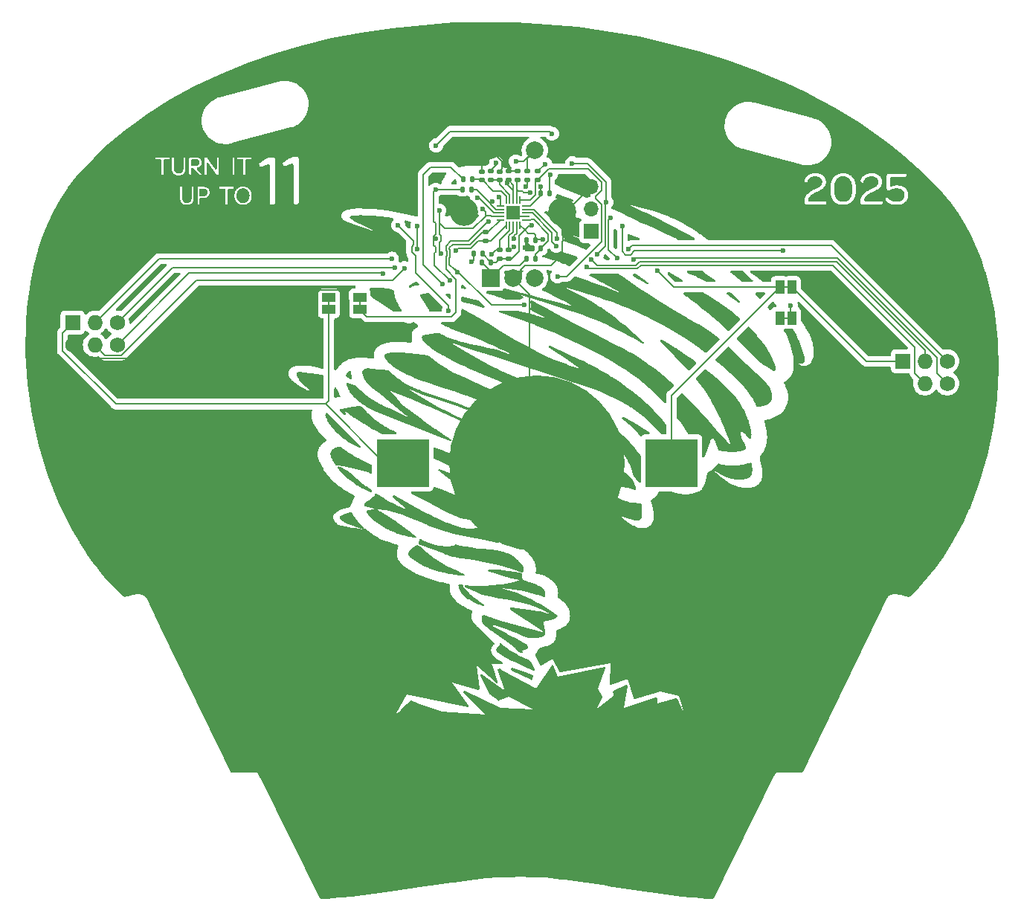
<source format=gbr>
%TF.GenerationSoftware,KiCad,Pcbnew,8.0.8*%
%TF.CreationDate,2025-02-04T02:19:44-06:00*%
%TF.ProjectId,B-Sides 2025,422d5369-6465-4732-9032-3032352e6b69,rev?*%
%TF.SameCoordinates,Original*%
%TF.FileFunction,Copper,L2,Bot*%
%TF.FilePolarity,Positive*%
%FSLAX46Y46*%
G04 Gerber Fmt 4.6, Leading zero omitted, Abs format (unit mm)*
G04 Created by KiCad (PCBNEW 8.0.8) date 2025-02-04 02:19:44*
%MOMM*%
%LPD*%
G01*
G04 APERTURE LIST*
G04 Aperture macros list*
%AMRoundRect*
0 Rectangle with rounded corners*
0 $1 Rounding radius*
0 $2 $3 $4 $5 $6 $7 $8 $9 X,Y pos of 4 corners*
0 Add a 4 corners polygon primitive as box body*
4,1,4,$2,$3,$4,$5,$6,$7,$8,$9,$2,$3,0*
0 Add four circle primitives for the rounded corners*
1,1,$1+$1,$2,$3*
1,1,$1+$1,$4,$5*
1,1,$1+$1,$6,$7*
1,1,$1+$1,$8,$9*
0 Add four rect primitives between the rounded corners*
20,1,$1+$1,$2,$3,$4,$5,0*
20,1,$1+$1,$4,$5,$6,$7,0*
20,1,$1+$1,$6,$7,$8,$9,0*
20,1,$1+$1,$8,$9,$2,$3,0*%
G04 Aperture macros list end*
%TA.AperFunction,SMDPad,CuDef*%
%ADD10RoundRect,0.135000X0.185000X-0.135000X0.185000X0.135000X-0.185000X0.135000X-0.185000X-0.135000X0*%
%TD*%
%TA.AperFunction,SMDPad,CuDef*%
%ADD11RoundRect,0.135000X0.135000X0.185000X-0.135000X0.185000X-0.135000X-0.185000X0.135000X-0.185000X0*%
%TD*%
%TA.AperFunction,SMDPad,CuDef*%
%ADD12RoundRect,0.135000X-0.185000X0.135000X-0.185000X-0.135000X0.185000X-0.135000X0.185000X0.135000X0*%
%TD*%
%TA.AperFunction,SMDPad,CuDef*%
%ADD13RoundRect,0.135000X-0.135000X-0.185000X0.135000X-0.185000X0.135000X0.185000X-0.135000X0.185000X0*%
%TD*%
%TA.AperFunction,SMDPad,CuDef*%
%ADD14RoundRect,0.140000X0.140000X0.170000X-0.140000X0.170000X-0.140000X-0.170000X0.140000X-0.170000X0*%
%TD*%
%TA.AperFunction,SMDPad,CuDef*%
%ADD15RoundRect,0.140000X0.170000X-0.140000X0.170000X0.140000X-0.170000X0.140000X-0.170000X-0.140000X0*%
%TD*%
%TA.AperFunction,SMDPad,CuDef*%
%ADD16R,1.000000X1.500000*%
%TD*%
%TA.AperFunction,ComponentPad*%
%ADD17R,1.727200X1.727200*%
%TD*%
%TA.AperFunction,ComponentPad*%
%ADD18C,1.727200*%
%TD*%
%TA.AperFunction,ComponentPad*%
%ADD19O,1.727200X1.727200*%
%TD*%
%TA.AperFunction,ComponentPad*%
%ADD20R,2.000000X2.000000*%
%TD*%
%TA.AperFunction,ComponentPad*%
%ADD21C,2.000000*%
%TD*%
%TA.AperFunction,ComponentPad*%
%ADD22C,3.200000*%
%TD*%
%TA.AperFunction,SMDPad,CuDef*%
%ADD23R,1.500000X1.000000*%
%TD*%
%TA.AperFunction,SMDPad,CuDef*%
%ADD24R,6.000000X5.500000*%
%TD*%
%TA.AperFunction,SMDPad,CuDef*%
%ADD25C,20.000000*%
%TD*%
%TA.AperFunction,HeatsinkPad*%
%ADD26R,1.650000X1.650000*%
%TD*%
%TA.AperFunction,SMDPad,CuDef*%
%ADD27RoundRect,0.050000X0.050000X0.375000X-0.050000X0.375000X-0.050000X-0.375000X0.050000X-0.375000X0*%
%TD*%
%TA.AperFunction,SMDPad,CuDef*%
%ADD28RoundRect,0.050000X0.375000X0.050000X-0.375000X0.050000X-0.375000X-0.050000X0.375000X-0.050000X0*%
%TD*%
%TA.AperFunction,ComponentPad*%
%ADD29R,1.700000X1.700000*%
%TD*%
%TA.AperFunction,ComponentPad*%
%ADD30O,1.700000X1.700000*%
%TD*%
%TA.AperFunction,ViaPad*%
%ADD31C,0.600000*%
%TD*%
%TA.AperFunction,Conductor*%
%ADD32C,0.200000*%
%TD*%
G04 APERTURE END LIST*
D10*
%TO.P,R14,1*%
%TO.N,VDD*%
X157660000Y-83220000D03*
%TO.P,R14,2*%
%TO.N,/SCL*%
X157660000Y-82200000D03*
%TD*%
%TO.P,R9,1*%
%TO.N,VDD*%
X158670000Y-83220000D03*
%TO.P,R9,2*%
%TO.N,/SDA*%
X158670000Y-82200000D03*
%TD*%
D11*
%TO.P,R13,1*%
%TO.N,VDD*%
X155680000Y-82670000D03*
%TO.P,R13,2*%
%TO.N,/ROT_B*%
X154660000Y-82670000D03*
%TD*%
%TO.P,R12,1*%
%TO.N,/GPIO_ROT_B*%
X154500000Y-74190000D03*
%TO.P,R12,2*%
%TO.N,/ROT_B*%
X153480000Y-74190000D03*
%TD*%
D12*
%TO.P,R11,2*%
%TO.N,/GPIO_BUTTON*%
X156610000Y-74280000D03*
%TO.P,R11,1*%
%TO.N,Net-(R11-Pad1)*%
X156610000Y-73260000D03*
%TD*%
D11*
%TO.P,R10,1*%
%TO.N,VDD*%
X156590000Y-83630000D03*
%TO.P,R10,2*%
%TO.N,/ROT_A*%
X155570000Y-83630000D03*
%TD*%
D10*
%TO.P,R8,2*%
%TO.N,GND*%
X158640000Y-73260000D03*
%TO.P,R8,1*%
%TO.N,/GPIO_PHOTO_B*%
X158640000Y-74280000D03*
%TD*%
%TO.P,R7,2*%
%TO.N,GND*%
X159680000Y-73250000D03*
%TO.P,R7,1*%
%TO.N,/GPIO_PHOTO_A*%
X159680000Y-74270000D03*
%TD*%
D13*
%TO.P,R6,1*%
%TO.N,/GPIO_Y4*%
X153420000Y-75320000D03*
%TO.P,R6,2*%
%TO.N,/GPIO_X4*%
X154440000Y-75320000D03*
%TD*%
D10*
%TO.P,R5,2*%
%TO.N,/GPIO_X3*%
X161920000Y-73260000D03*
%TO.P,R5,1*%
%TO.N,/GPIO_Y3*%
X161920000Y-74280000D03*
%TD*%
D13*
%TO.P,R4,1*%
%TO.N,/GPIO_Y2*%
X162290000Y-75740000D03*
%TO.P,R4,2*%
%TO.N,/GPIO_X2*%
X163310000Y-75740000D03*
%TD*%
D10*
%TO.P,R3,1*%
%TO.N,/GPIO_Y1*%
X156040000Y-81220000D03*
%TO.P,R3,2*%
%TO.N,/GPIO_X1*%
X156040000Y-80200000D03*
%TD*%
%TO.P,R2,2*%
%TO.N,Net-(R11-Pad1)*%
X160770000Y-73200000D03*
%TO.P,R2,1*%
%TO.N,VDD*%
X160770000Y-74220000D03*
%TD*%
D11*
%TO.P,R1,2*%
%TO.N,/ROT_A*%
X160700000Y-83190000D03*
%TO.P,R1,1*%
%TO.N,/GPIO_ROT_A*%
X161720000Y-83190000D03*
%TD*%
D14*
%TO.P,C4,1*%
%TO.N,VDD*%
X161680000Y-81080000D03*
%TO.P,C4,2*%
%TO.N,GND*%
X160720000Y-81080000D03*
%TD*%
D15*
%TO.P,C3,2*%
%TO.N,GND*%
X157610000Y-73290000D03*
%TO.P,C3,1*%
%TO.N,/GPIO_BUTTON*%
X157610000Y-74250000D03*
%TD*%
%TO.P,C2,1*%
%TO.N,/GPIO_ROT_B*%
X155610000Y-74280000D03*
%TO.P,C2,2*%
%TO.N,GND*%
X155610000Y-73320000D03*
%TD*%
D14*
%TO.P,C1,1*%
%TO.N,/GPIO_ROT_A*%
X162300000Y-82020000D03*
%TO.P,C1,2*%
%TO.N,GND*%
X161340000Y-82020000D03*
%TD*%
D16*
%TO.P,Q1,1*%
%TO.N,VDD*%
X190924953Y-86463032D03*
%TO.P,Q1,2*%
%TO.N,/GPIO_PHOTO_A*%
X190924953Y-89963032D03*
%TO.P,Q1,3*%
%TO.N,VDD*%
X189524953Y-86463032D03*
%TO.P,Q1,4*%
%TO.N,/GPIO_PHOTO_A*%
X189524953Y-89963032D03*
%TD*%
D17*
%TO.P,J2,1,VCC*%
%TO.N,VDD*%
X203530000Y-94890000D03*
D18*
%TO.P,J2,2,GND*%
%TO.N,GND*%
X203530000Y-97430000D03*
D19*
%TO.P,J2,3,SDA*%
%TO.N,/SDA*%
X206070000Y-94890000D03*
%TO.P,J2,4,SCL*%
%TO.N,/SCL*%
X206070000Y-97430000D03*
D18*
%TO.P,J2,5,GPIO1*%
%TO.N,/PA1*%
X208610000Y-94890000D03*
%TO.P,J2,6,GPIO2*%
%TO.N,/PA2*%
X208610000Y-97430000D03*
%TD*%
D17*
%TO.P,J3,1,VCC*%
%TO.N,VDD*%
X109010000Y-90490000D03*
D18*
%TO.P,J3,2,GND*%
%TO.N,GND*%
X109010000Y-93030000D03*
D19*
%TO.P,J3,3,SDA*%
%TO.N,/SDA*%
X111550000Y-90490000D03*
%TO.P,J3,4,SCL*%
%TO.N,/SCL*%
X111550000Y-93030000D03*
D18*
%TO.P,J3,5,GPIO1*%
%TO.N,/ROT_A*%
X114090000Y-90490000D03*
%TO.P,J3,6,GPIO2*%
%TO.N,/ROT_B*%
X114090000Y-93030000D03*
%TD*%
D20*
%TO.P,SW1,A,A*%
%TO.N,/ROT_A*%
X156640000Y-85390000D03*
D21*
%TO.P,SW1,B,B*%
%TO.N,/ROT_B*%
X161640000Y-85390000D03*
%TO.P,SW1,C,C*%
%TO.N,GND*%
X159140000Y-85390000D03*
D22*
%TO.P,SW1,MP,MP*%
X153540000Y-77890000D03*
X164740000Y-77890000D03*
D21*
%TO.P,SW1,S1,S1*%
%TO.N,Net-(R11-Pad1)*%
X161640000Y-70890000D03*
%TO.P,SW1,S2,S2*%
%TO.N,GND*%
X156640000Y-70890000D03*
%TD*%
D23*
%TO.P,Q2,1*%
%TO.N,VDD*%
X138200000Y-87600000D03*
%TO.P,Q2,2*%
%TO.N,/GPIO_PHOTO_B*%
X141700000Y-87600000D03*
%TO.P,Q2,3*%
%TO.N,VDD*%
X138200000Y-89000000D03*
%TO.P,Q2,4*%
%TO.N,/GPIO_PHOTO_B*%
X141700000Y-89000000D03*
%TD*%
D24*
%TO.P,BT1,1,+*%
%TO.N,VDD*%
X177200000Y-106465000D03*
X146600000Y-106465000D03*
D25*
%TO.P,BT1,2,-*%
%TO.N,GND*%
X161900000Y-106465000D03*
%TD*%
D26*
%TO.P,U2,21,VSS*%
%TO.N,GND*%
X159170000Y-78000000D03*
D27*
%TO.P,U2,20,PD6*%
%TO.N,/GPIO_Y3*%
X159970000Y-76550000D03*
%TO.P,U2,19,PD5*%
%TO.N,/GPIO_PHOTO_A*%
X159570000Y-76550000D03*
%TO.P,U2,18,PD4*%
%TO.N,/GPIO_PHOTO_B*%
X159170000Y-76550000D03*
%TO.P,U2,17,PD3*%
%TO.N,/GPIO_BUTTON*%
X158770000Y-76550000D03*
%TO.P,U2,16,PD2*%
%TO.N,/GPIO_ROT_B*%
X158370000Y-76550000D03*
D28*
%TO.P,U2,15,PD1*%
%TO.N,/DIO*%
X157720000Y-77200000D03*
%TO.P,U2,14,PC7*%
%TO.N,/GPIO_X4*%
X157720000Y-77600000D03*
%TO.P,U2,13,PC6*%
%TO.N,/GPIO_X3*%
X157720000Y-78000000D03*
%TO.P,U2,12,PC5*%
%TO.N,/GPIO_X2*%
X157720000Y-78400000D03*
%TO.P,U2,11,PC4*%
%TO.N,/GPIO_X1*%
X157720000Y-78800000D03*
D27*
%TO.P,U2,10,PC3*%
%TO.N,/GPIO_Y1*%
X158370000Y-79450000D03*
%TO.P,U2,9,PC2*%
%TO.N,/SCL*%
X158770000Y-79450000D03*
%TO.P,U2,8,PC1*%
%TO.N,/SDA*%
X159170000Y-79450000D03*
%TO.P,U2,7,PC0*%
%TO.N,/GPIO_Y4*%
X159570000Y-79450000D03*
%TO.P,U2,6,VDD*%
%TO.N,VDD*%
X159970000Y-79450000D03*
D28*
%TO.P,U2,5,PD0*%
%TO.N,/GPIO_ROT_A*%
X160620000Y-78800000D03*
%TO.P,U2,4,VSS*%
%TO.N,GND*%
X160620000Y-78400000D03*
%TO.P,U2,3,PA2*%
%TO.N,/PA2*%
X160620000Y-78000000D03*
%TO.P,U2,2,PA1*%
%TO.N,/PA1*%
X160620000Y-77600000D03*
%TO.P,U2,1,PD7*%
%TO.N,/GPIO_Y2*%
X160620000Y-77200000D03*
%TD*%
D29*
%TO.P,J1,1,Pin_1*%
%TO.N,VDD*%
X168080000Y-80080000D03*
D30*
%TO.P,J1,2,Pin_2*%
%TO.N,/DIO*%
X168080000Y-77540000D03*
%TO.P,J1,3,Pin_3*%
%TO.N,GND*%
X168080000Y-75000000D03*
%TD*%
D31*
%TO.N,VDD*%
X175560000Y-84590000D03*
X162520000Y-81000000D03*
%TO.N,/DIO*%
X157550000Y-76170000D03*
%TO.N,/GPIO_X4*%
X165893918Y-72350000D03*
%TO.N,GND*%
X160500000Y-81940000D03*
%TO.N,/GPIO_X1*%
X160410000Y-88510000D03*
%TO.N,/GPIO_PHOTO_B*%
X156340000Y-79000000D03*
%TO.N,/GPIO_X4*%
X156772093Y-76668915D03*
%TO.N,/GPIO_PHOTO_B*%
X158470652Y-74564422D03*
%TO.N,/GPIO_PHOTO_A*%
X190780000Y-88520000D03*
X189910000Y-82330000D03*
X171590972Y-79461025D03*
X161113632Y-75666419D03*
%TO.N,/GPIO_Y3*%
X164220000Y-85220000D03*
%TO.N,/ROT_B*%
X151100000Y-86110000D03*
%TO.N,/GPIO_Y4*%
X150330000Y-80895772D03*
X159280000Y-80980000D03*
%TO.N,/GPIO_Y1*%
X152641965Y-82322009D03*
%TO.N,Net-(R11-Pad1)*%
X159463988Y-72163228D03*
X157221565Y-72321136D03*
%TO.N,/ROT_B*%
X154460000Y-83570000D03*
%TO.N,/SCL*%
X167519998Y-84130000D03*
%TO.N,/SDA*%
X168090000Y-83320000D03*
%TO.N,VDD*%
X160600347Y-74988892D03*
%TO.N,/PA2*%
X164084620Y-81755380D03*
X172903169Y-83304370D03*
%TO.N,/PA1*%
X172262032Y-82121272D03*
X164180000Y-80895772D03*
%TO.N,/SCL*%
X146780000Y-84290000D03*
X156730000Y-82710000D03*
%TO.N,/SDA*%
X159230000Y-81839109D03*
X145360000Y-83220000D03*
%TO.N,GND*%
X159115380Y-78054620D03*
X159500380Y-78499620D03*
%TO.N,/GPIO_X1*%
X152824330Y-84775090D03*
%TO.N,/GPIO_Y2*%
X162336672Y-75009029D03*
%TO.N,/GPIO_X2*%
X163420000Y-73650000D03*
X155670355Y-77529646D03*
%TO.N,/GPIO_X3*%
X162813959Y-72444064D03*
X155090000Y-76300000D03*
%TO.N,/ROT_B*%
X144320000Y-84920000D03*
%TO.N,/ROT_A*%
X145690000Y-84210000D03*
%TO.N,/GPIO_Y1*%
X148260000Y-79461025D03*
X148260000Y-82163717D03*
%TO.N,/GPIO_Y3*%
X151825210Y-89170000D03*
X146080000Y-79400000D03*
%TO.N,/GPIO_Y4*%
X151940000Y-85720000D03*
X150340000Y-75380000D03*
X150400000Y-70320000D03*
X163590000Y-68990000D03*
%TO.N,/GPIO_Y2*%
X170242670Y-78547206D03*
X171010000Y-83160000D03*
%TO.N,/GPIO_X4*%
X169774620Y-76785380D03*
X168735281Y-82688749D03*
%TO.N,/GPIO_X2*%
X150941965Y-82652044D03*
X150752378Y-77748382D03*
%TO.N,VDD*%
X161280403Y-79383668D03*
%TD*%
D32*
%TO.N,VDD*%
X177433032Y-86463032D02*
X189524953Y-86463032D01*
X175560000Y-84590000D02*
X177433032Y-86463032D01*
%TO.N,/SCL*%
X167744368Y-84354370D02*
X167519998Y-84130000D01*
X195600000Y-83980000D02*
X173712464Y-83980000D01*
X173338094Y-84354370D02*
X167744368Y-84354370D01*
%TO.N,/SDA*%
X168724370Y-83954370D02*
X168090000Y-83320000D01*
X173546778Y-83580000D02*
X173172408Y-83954370D01*
X195981314Y-83580000D02*
X173546778Y-83580000D01*
%TO.N,/SCL*%
X204906400Y-96266400D02*
X204906400Y-93286400D01*
X206070000Y-97430000D02*
X204906400Y-96266400D01*
%TO.N,/PA2*%
X173077539Y-83130000D02*
X172903169Y-83304370D01*
%TO.N,/SCL*%
X173712464Y-83980000D02*
X173338094Y-84354370D01*
%TO.N,/PA2*%
X196097000Y-83130000D02*
X173077539Y-83130000D01*
X208610000Y-97430000D02*
X207446400Y-96266400D01*
%TO.N,/SDA*%
X206070000Y-94890000D02*
X206070000Y-93668686D01*
%TO.N,/GPIO_PHOTO_A*%
X172972543Y-82330000D02*
X189910000Y-82330000D01*
X172531271Y-82771272D02*
X172972543Y-82330000D01*
X171590972Y-82369451D02*
X171992793Y-82771272D01*
%TO.N,/PA2*%
X207446400Y-96266400D02*
X207446400Y-94479400D01*
%TO.N,/GPIO_PHOTO_A*%
X171590972Y-79461025D02*
X171590972Y-82369451D01*
%TO.N,/SDA*%
X173172408Y-83954370D02*
X168724370Y-83954370D01*
%TO.N,/PA1*%
X172693304Y-81690000D02*
X172262032Y-82121272D01*
%TO.N,/GPIO_PHOTO_A*%
X171992793Y-82771272D02*
X172531271Y-82771272D01*
%TO.N,/PA1*%
X208610000Y-94890000D02*
X195410000Y-81690000D01*
%TO.N,/SDA*%
X206070000Y-93668686D02*
X195981314Y-83580000D01*
%TO.N,/PA2*%
X207446400Y-94479400D02*
X196097000Y-83130000D01*
%TO.N,/PA1*%
X195410000Y-81690000D02*
X172693304Y-81690000D01*
%TO.N,/SCL*%
X204906400Y-93286400D02*
X195600000Y-83980000D01*
%TO.N,VDD*%
X177200000Y-98787985D02*
X177200000Y-106465000D01*
X189524953Y-86463032D02*
X177200000Y-98787985D01*
%TO.N,GND*%
X140440000Y-87990000D02*
X140440000Y-89590000D01*
X129356400Y-94593600D02*
X137170000Y-86780000D01*
X110573600Y-94593600D02*
X129356400Y-94593600D01*
X137170000Y-86780000D02*
X139230000Y-86780000D01*
X139230000Y-86780000D02*
X140440000Y-87990000D01*
X109010000Y-93030000D02*
X110573600Y-94593600D01*
%TO.N,VDD*%
X162520000Y-81000000D02*
X161760000Y-81000000D01*
%TO.N,/PA2*%
X163570000Y-80230000D02*
X163570000Y-81240760D01*
X161340000Y-78000000D02*
X163570000Y-80230000D01*
%TO.N,/GPIO_ROT_A*%
X163170000Y-81230000D02*
X161720000Y-82680000D01*
X161514314Y-78740000D02*
X163170000Y-80395686D01*
X163170000Y-80395686D02*
X163170000Y-81230000D01*
X161141360Y-78800000D02*
X161201360Y-78740000D01*
X161201360Y-78740000D02*
X161514314Y-78740000D01*
X160620000Y-78800000D02*
X161141360Y-78800000D01*
%TO.N,/PA2*%
X160620000Y-78000000D02*
X161340000Y-78000000D01*
X163570000Y-81240760D02*
X164084620Y-81755380D01*
%TO.N,/GPIO_Y3*%
X161720000Y-74480000D02*
X161720000Y-75979290D01*
%TO.N,/GPIO_PHOTO_A*%
X160247191Y-75554975D02*
X160358635Y-75666419D01*
X159764975Y-75554975D02*
X160247191Y-75554975D01*
%TO.N,/GPIO_Y3*%
X161149290Y-76550000D02*
X159970000Y-76550000D01*
%TO.N,/GPIO_PHOTO_A*%
X159570000Y-75360000D02*
X159764975Y-75554975D01*
%TO.N,VDD*%
X160770000Y-74819239D02*
X160600347Y-74988892D01*
X160770000Y-74220000D02*
X160770000Y-74819239D01*
%TO.N,/GPIO_PHOTO_A*%
X160358635Y-75666419D02*
X161113632Y-75666419D01*
%TO.N,/GPIO_Y2*%
X161149999Y-77200000D02*
X160620000Y-77200000D01*
X162290000Y-75740000D02*
X162290000Y-76059999D01*
X162290000Y-76059999D02*
X161149999Y-77200000D01*
%TO.N,/GPIO_Y3*%
X161920000Y-74280000D02*
X161720000Y-74480000D01*
X161720000Y-75979290D02*
X161149290Y-76550000D01*
%TO.N,/GPIO_PHOTO_B*%
X159170000Y-75460000D02*
X158470652Y-74760652D01*
X158470652Y-74760652D02*
X158470652Y-74564422D01*
%TO.N,Net-(R11-Pad1)*%
X157221565Y-72548435D02*
X157221565Y-72321136D01*
X156610000Y-73160000D02*
X157221565Y-72548435D01*
%TO.N,/DIO*%
X157720000Y-76340000D02*
X157550000Y-76170000D01*
X157720000Y-77200000D02*
X157720000Y-76340000D01*
%TO.N,/GPIO_BUTTON*%
X158770000Y-75905075D02*
X158770000Y-76550000D01*
X157610000Y-74250000D02*
X157610000Y-74745075D01*
%TO.N,/GPIO_ROT_B*%
X157819239Y-75520000D02*
X158370000Y-76070761D01*
X156911076Y-75520000D02*
X157819239Y-75520000D01*
%TO.N,/GPIO_BUTTON*%
X157610000Y-74745075D02*
X158770000Y-75905075D01*
%TO.N,/GPIO_ROT_B*%
X158370000Y-76070761D02*
X158370000Y-76550000D01*
%TO.N,/GPIO_X4*%
X156772093Y-76837308D02*
X156772093Y-76668915D01*
%TO.N,/GPIO_ROT_B*%
X155671076Y-74280000D02*
X156911076Y-75520000D01*
%TO.N,/GPIO_X4*%
X156644320Y-76965081D02*
X156772093Y-76837308D01*
%TO.N,GND*%
X168080000Y-75000000D02*
X165190000Y-77890000D01*
%TO.N,/GPIO_Y3*%
X165300000Y-85220000D02*
X164220000Y-85220000D01*
X169230000Y-81290000D02*
X165300000Y-85220000D01*
X169230000Y-77063654D02*
X169230000Y-81290000D01*
X168556346Y-76390000D02*
X169230000Y-77063654D01*
X168556346Y-76150000D02*
X168556346Y-76390000D01*
X169230000Y-75476346D02*
X168556346Y-76150000D01*
X161920000Y-74280000D02*
X163200000Y-73000000D01*
%TO.N,/GPIO_X4*%
X167622032Y-72350000D02*
X165893918Y-72350000D01*
X169774620Y-74502588D02*
X167622032Y-72350000D01*
%TO.N,/GPIO_Y3*%
X167706346Y-73000000D02*
X169230000Y-74523654D01*
%TO.N,/GPIO_X4*%
X169774620Y-76785380D02*
X169774620Y-74502588D01*
%TO.N,/GPIO_Y3*%
X163200000Y-73000000D02*
X167706346Y-73000000D01*
X169230000Y-74523654D02*
X169230000Y-75476346D01*
%TO.N,/GPIO_Y2*%
X170030000Y-78759876D02*
X170242670Y-78547206D01*
X171010000Y-83160000D02*
X170030000Y-82180000D01*
%TO.N,/GPIO_X4*%
X169630000Y-81794030D02*
X168735281Y-82688749D01*
%TO.N,/GPIO_Y2*%
X170030000Y-82180000D02*
X170030000Y-78759876D01*
%TO.N,/GPIO_X4*%
X169774620Y-76785380D02*
X169630000Y-76930000D01*
X169630000Y-76930000D02*
X169630000Y-81794030D01*
%TO.N,/GPIO_Y2*%
X162336672Y-75009029D02*
X162290000Y-75055701D01*
X162290000Y-75055701D02*
X162290000Y-75740000D01*
%TO.N,/GPIO_X2*%
X163310000Y-75740000D02*
X163310000Y-73760000D01*
%TO.N,/GPIO_X3*%
X161998023Y-73260000D02*
X162813959Y-72444064D01*
%TO.N,/GPIO_X2*%
X163310000Y-73760000D02*
X163420000Y-73650000D01*
%TO.N,/GPIO_PHOTO_B*%
X141700000Y-87600000D02*
X141700000Y-89000000D01*
%TO.N,GND*%
X160720000Y-81720000D02*
X160500000Y-81940000D01*
X160720000Y-81080000D02*
X160720000Y-81720000D01*
X160740000Y-81420000D02*
X160740000Y-81100000D01*
X161340000Y-82020000D02*
X160740000Y-81420000D01*
%TO.N,/GPIO_ROT_A*%
X161720000Y-82680000D02*
X162300000Y-82100000D01*
%TO.N,GND*%
X164740000Y-80536533D02*
X164740000Y-77890000D01*
X163518287Y-83980000D02*
X164740000Y-82758287D01*
X160550000Y-83980000D02*
X163518287Y-83980000D01*
X159140000Y-85390000D02*
X160550000Y-83980000D01*
%TO.N,/PA1*%
X161505686Y-77600000D02*
X164180000Y-80274314D01*
X160620000Y-77600000D02*
X161505686Y-77600000D01*
%TO.N,GND*%
X164740000Y-82758287D02*
X164740000Y-81255011D01*
%TO.N,/PA1*%
X164180000Y-80274314D02*
X164180000Y-80895772D01*
%TO.N,GND*%
X164740000Y-81255011D02*
X164830000Y-81165011D01*
X164830000Y-81165011D02*
X164830000Y-80626533D01*
X164830000Y-80626533D02*
X164740000Y-80536533D01*
%TO.N,VDD*%
X159880000Y-80560000D02*
X160480000Y-79960000D01*
X159880000Y-82349239D02*
X159880000Y-80560000D01*
X158670000Y-83220000D02*
X159009239Y-83220000D01*
X159009239Y-83220000D02*
X159880000Y-82349239D01*
%TO.N,/SDA*%
X158869109Y-82200000D02*
X159230000Y-81839109D01*
%TO.N,/GPIO_Y4*%
X159570000Y-79450000D02*
X159570000Y-80304315D01*
X159570000Y-80304315D02*
X159280000Y-80594315D01*
%TO.N,/SDA*%
X158670000Y-80638626D02*
X158670000Y-82200000D01*
X159170000Y-79450000D02*
X159170000Y-80138626D01*
%TO.N,/GPIO_Y4*%
X159280000Y-80594315D02*
X159280000Y-80980000D01*
%TO.N,/SDA*%
X159170000Y-80138626D02*
X158670000Y-80638626D01*
%TO.N,VDD*%
X137857287Y-99771960D02*
X138200000Y-99429247D01*
X138200000Y-99429247D02*
X138200000Y-87600000D01*
X107846400Y-93696400D02*
X113921960Y-99771960D01*
X107846400Y-91653600D02*
X107846400Y-93696400D01*
X113921960Y-99771960D02*
X137857287Y-99771960D01*
X109010000Y-90490000D02*
X107846400Y-91653600D01*
X199351921Y-94890000D02*
X190924953Y-86463032D01*
X203530000Y-94890000D02*
X199351921Y-94890000D01*
X190924953Y-86463032D02*
X189524953Y-86463032D01*
%TO.N,/ROT_B*%
X148910000Y-83920000D02*
X151100000Y-86110000D01*
X149760000Y-72790000D02*
X148910000Y-73640000D01*
X152080000Y-72790000D02*
X149760000Y-72790000D01*
X153480000Y-74190000D02*
X152080000Y-72790000D01*
%TO.N,/GPIO_Y3*%
X151825210Y-88550895D02*
X151825210Y-89170000D01*
X148080000Y-84805685D02*
X151825210Y-88550895D01*
X148080000Y-82813717D02*
X148080000Y-84805685D01*
X147990761Y-82813717D02*
X148080000Y-82813717D01*
X147610000Y-82432956D02*
X147990761Y-82813717D01*
X147610000Y-81894478D02*
X147610000Y-82432956D01*
X147860000Y-81644478D02*
X147610000Y-81894478D01*
X147860000Y-81180000D02*
X147860000Y-81644478D01*
%TO.N,/GPIO_Y4*%
X150102378Y-75617622D02*
X150340000Y-75380000D01*
X150330000Y-79191786D02*
X150102378Y-78964164D01*
X150102378Y-78964164D02*
X150102378Y-75617622D01*
%TO.N,/GPIO_Y1*%
X155212448Y-81220000D02*
X154372448Y-82060000D01*
X156040000Y-81220000D02*
X155212448Y-81220000D01*
%TO.N,/GPIO_X1*%
X151910000Y-83860760D02*
X152449620Y-84400380D01*
%TO.N,/GPIO_Y1*%
X148260000Y-79461025D02*
X148260000Y-82163717D01*
%TO.N,/GPIO_X1*%
X151991965Y-83086969D02*
X151910000Y-83168933D01*
X151910000Y-83168933D02*
X151910000Y-83860760D01*
X154266762Y-81600000D02*
X152274314Y-81600000D01*
X156040000Y-80200000D02*
X155666762Y-80200000D01*
%TO.N,/GPIO_PHOTO_B*%
X152670000Y-85601471D02*
X152670000Y-89289290D01*
%TO.N,/GPIO_X1*%
X155666762Y-80200000D02*
X154266762Y-81600000D01*
%TO.N,/GPIO_PHOTO_B*%
X151510000Y-82300840D02*
X151591965Y-82382805D01*
X151591965Y-82921283D02*
X151510000Y-83003248D01*
%TO.N,/GPIO_X1*%
X151991965Y-82217119D02*
X151991965Y-83086969D01*
%TO.N,/GPIO_PHOTO_B*%
X154101076Y-81200000D02*
X152070000Y-81200000D01*
X151591965Y-82382805D02*
X151591965Y-82921283D01*
%TO.N,/GPIO_Y4*%
X150102378Y-80670000D02*
X150330000Y-80442378D01*
%TO.N,/ROT_B*%
X148910000Y-73640000D02*
X148910000Y-83920000D01*
%TO.N,/GPIO_PHOTO_B*%
X156301076Y-79000000D02*
X154101076Y-81200000D01*
%TO.N,/GPIO_X1*%
X151910000Y-81964314D02*
X151910000Y-82135154D01*
%TO.N,/GPIO_PHOTO_B*%
X156340000Y-79000000D02*
X156301076Y-79000000D01*
%TO.N,/GPIO_Y4*%
X150400000Y-75320000D02*
X150340000Y-75380000D01*
%TO.N,/GPIO_X2*%
X150811697Y-82521776D02*
X150941965Y-82652044D01*
%TO.N,/GPIO_X1*%
X151910000Y-82135154D02*
X151991965Y-82217119D01*
%TO.N,/GPIO_X2*%
X150752378Y-79160000D02*
X150811697Y-79219319D01*
%TO.N,/GPIO_Y4*%
X150232838Y-82551311D02*
X150190000Y-82594149D01*
X150232838Y-82530118D02*
X150232838Y-82551311D01*
%TO.N,/GPIO_Y1*%
X152903974Y-82060000D02*
X152641965Y-82322009D01*
%TO.N,/GPIO_Y3*%
X146080000Y-79400000D02*
X147860000Y-81180000D01*
%TO.N,/GPIO_Y1*%
X154372448Y-82060000D02*
X152903974Y-82060000D01*
%TO.N,/GPIO_Y4*%
X150330000Y-81894478D02*
X150330000Y-82432956D01*
%TO.N,/GPIO_X2*%
X150980000Y-81165011D02*
X150811697Y-81333314D01*
%TO.N,/GPIO_Y4*%
X150102378Y-81666856D02*
X150330000Y-81894478D01*
X150190000Y-82594149D02*
X150190000Y-83970000D01*
X150330000Y-82432956D02*
X150232838Y-82530118D01*
X150102378Y-80670000D02*
X150102378Y-81666856D01*
X153420000Y-75320000D02*
X150400000Y-75320000D01*
%TO.N,/GPIO_PHOTO_B*%
X152070000Y-81200000D02*
X151510000Y-81760000D01*
%TO.N,/GPIO_X1*%
X152274314Y-81600000D02*
X151910000Y-81964314D01*
%TO.N,/GPIO_PHOTO_B*%
X151510000Y-81760000D02*
X151510000Y-82300840D01*
X142520000Y-89820000D02*
X141700000Y-89000000D01*
%TO.N,/GPIO_X2*%
X150811697Y-80458230D02*
X150980000Y-80626533D01*
%TO.N,/GPIO_PHOTO_B*%
X152139290Y-89820000D02*
X142520000Y-89820000D01*
%TO.N,/GPIO_X2*%
X150980000Y-80626533D02*
X150980000Y-81165011D01*
%TO.N,/GPIO_PHOTO_B*%
X151510000Y-84441471D02*
X152670000Y-85601471D01*
%TO.N,/GPIO_Y4*%
X150330000Y-80442378D02*
X150330000Y-79191786D01*
%TO.N,/GPIO_X2*%
X150811697Y-81333314D02*
X150811697Y-82521776D01*
%TO.N,/GPIO_Y4*%
X150190000Y-83970000D02*
X151940000Y-85720000D01*
%TO.N,/GPIO_X2*%
X150811697Y-79219319D02*
X150811697Y-80458230D01*
%TO.N,/GPIO_PHOTO_B*%
X151510000Y-83003248D02*
X151510000Y-84441471D01*
X152670000Y-89289290D02*
X152139290Y-89820000D01*
%TO.N,Net-(R11-Pad1)*%
X160366772Y-72163228D02*
X159463988Y-72163228D01*
X161640000Y-70890000D02*
X160366772Y-72163228D01*
%TO.N,GND*%
X161060000Y-104375000D02*
X161060000Y-87310000D01*
X161060000Y-87310000D02*
X159140000Y-85390000D01*
%TO.N,/GPIO_X1*%
X152449620Y-84400380D02*
X152559620Y-84400380D01*
X152449620Y-84400380D02*
X152824330Y-84775090D01*
X156669240Y-88510000D02*
X160410000Y-88510000D01*
X152559620Y-84400380D02*
X156669240Y-88510000D01*
%TO.N,GND*%
X160620000Y-78400000D02*
X159600000Y-78400000D01*
%TO.N,/GPIO_ROT_B*%
X154500000Y-74190000D02*
X155520000Y-74190000D01*
%TO.N,/GPIO_Y4*%
X163310000Y-68710000D02*
X163590000Y-68990000D01*
X152010000Y-68710000D02*
X163310000Y-68710000D01*
X150400000Y-70320000D02*
X152010000Y-68710000D01*
%TO.N,/SCL*%
X123115579Y-85650000D02*
X145420000Y-85650000D01*
X114571979Y-94193600D02*
X123115579Y-85650000D01*
X145420000Y-85650000D02*
X146780000Y-84290000D01*
X111550000Y-93030000D02*
X112713600Y-94193600D01*
X112713600Y-94193600D02*
X114571979Y-94193600D01*
%TO.N,/ROT_B*%
X122260000Y-84860000D02*
X114090000Y-93030000D01*
X144320000Y-84920000D02*
X144260000Y-84860000D01*
X144260000Y-84860000D02*
X122260000Y-84860000D01*
%TO.N,/GPIO_X2*%
X156080000Y-78340000D02*
X156020000Y-78400000D01*
X156659239Y-78340000D02*
X156080000Y-78340000D01*
X157720000Y-78400000D02*
X156719239Y-78400000D01*
X156719239Y-78400000D02*
X156659239Y-78340000D01*
%TO.N,/GPIO_X1*%
X156320000Y-80200000D02*
X156040000Y-80200000D01*
X157720000Y-78800000D02*
X156320000Y-80200000D01*
%TO.N,/GPIO_Y1*%
X156600000Y-81220000D02*
X156040000Y-81220000D01*
X158370000Y-79450000D02*
X156600000Y-81220000D01*
%TO.N,/GPIO_X2*%
X155670355Y-77529646D02*
X156020000Y-77879291D01*
X156020000Y-77879291D02*
X156020000Y-78400000D01*
%TO.N,/GPIO_X3*%
X155289239Y-76300000D02*
X155090000Y-76300000D01*
X156989239Y-78000000D02*
X155289239Y-76300000D01*
%TO.N,/GPIO_X4*%
X154440000Y-75320000D02*
X154999239Y-75320000D01*
X156644320Y-76965081D02*
X156644320Y-77045680D01*
X154999239Y-75320000D02*
X156644320Y-76965081D01*
%TO.N,/GPIO_X3*%
X157720000Y-78000000D02*
X156989239Y-78000000D01*
%TO.N,/GPIO_PHOTO_B*%
X159170000Y-75460000D02*
X159170000Y-76550000D01*
X159170000Y-74810000D02*
X159170000Y-75460000D01*
%TO.N,/GPIO_PHOTO_A*%
X189524953Y-89963032D02*
X190924953Y-89963032D01*
X190780000Y-88520000D02*
X190780000Y-89818079D01*
X159570000Y-75360000D02*
X159570000Y-76550000D01*
X159570000Y-74380000D02*
X159570000Y-75360000D01*
%TO.N,/GPIO_Y4*%
X150328150Y-80895772D02*
X150330000Y-80895772D01*
X150102378Y-80670000D02*
X150328150Y-80895772D01*
%TO.N,/SCL*%
X157240000Y-82200000D02*
X156730000Y-82710000D01*
X157660000Y-82200000D02*
X157240000Y-82200000D01*
%TO.N,VDD*%
X155680000Y-82670000D02*
X156640000Y-83630000D01*
X156640000Y-83630000D02*
X157250000Y-83630000D01*
%TO.N,/ROT_B*%
X154660000Y-83370000D02*
X154460000Y-83570000D01*
X154660000Y-82670000D02*
X154660000Y-83370000D01*
%TO.N,VDD*%
X157660000Y-83220000D02*
X158670000Y-83220000D01*
%TO.N,/ROT_A*%
X158060000Y-83970000D02*
X156640000Y-85390000D01*
X159920000Y-83970000D02*
X158060000Y-83970000D01*
X160700000Y-83190000D02*
X159920000Y-83970000D01*
%TO.N,/SCL*%
X157660000Y-81081360D02*
X157660000Y-82200000D01*
X158770000Y-79971360D02*
X157660000Y-81081360D01*
X158770000Y-79450000D02*
X158770000Y-79971360D01*
%TO.N,VDD*%
X156590000Y-83630000D02*
X157250000Y-83630000D01*
X157250000Y-83630000D02*
X157660000Y-83220000D01*
%TO.N,/ROT_A*%
X155570000Y-83630000D02*
X156640000Y-84700000D01*
%TO.N,/GPIO_X2*%
X151382378Y-79790000D02*
X154630000Y-79790000D01*
X150752378Y-77748382D02*
X150752378Y-79160000D01*
X150752378Y-79160000D02*
X151382378Y-79790000D01*
X154630000Y-79790000D02*
X156020000Y-78400000D01*
%TO.N,/GPIO_X4*%
X156644320Y-77045680D02*
X157198640Y-77600000D01*
X157198640Y-77600000D02*
X157720000Y-77600000D01*
%TO.N,GND*%
X155610000Y-71920000D02*
X156640000Y-70890000D01*
X155610000Y-73320000D02*
X155610000Y-71920000D01*
X157610000Y-73290000D02*
X157920000Y-72980000D01*
X157920000Y-72980000D02*
X157920000Y-72170000D01*
X157920000Y-72170000D02*
X156640000Y-70890000D01*
%TO.N,VDD*%
X160480000Y-79960000D02*
X160890000Y-80370000D01*
X159970000Y-79450000D02*
X160480000Y-79960000D01*
%TO.N,GND*%
X159000000Y-73250000D02*
X156640000Y-70890000D01*
X159680000Y-73250000D02*
X159000000Y-73250000D01*
%TO.N,Net-(R11-Pad1)*%
X160770000Y-71760000D02*
X161640000Y-70890000D01*
X160770000Y-73200000D02*
X160770000Y-71760000D01*
%TO.N,GND*%
X158640000Y-72890000D02*
X156640000Y-70890000D01*
X158640000Y-73260000D02*
X158640000Y-72890000D01*
%TO.N,/SDA*%
X118860000Y-83220000D02*
X145360000Y-83220000D01*
X118840000Y-83200000D02*
X118860000Y-83220000D01*
X111550000Y-90490000D02*
X118840000Y-83200000D01*
%TO.N,VDD*%
X144550327Y-106465000D02*
X137857287Y-99771960D01*
%TO.N,/GPIO_ROT_A*%
X161720000Y-83190000D02*
X161720000Y-82680000D01*
%TO.N,VDD*%
X161680000Y-80480000D02*
X161570000Y-80370000D01*
X161680000Y-81080000D02*
X161680000Y-80480000D01*
X160890000Y-80370000D02*
X161570000Y-80370000D01*
%TO.N,/GPIO_BUTTON*%
X156610000Y-74280000D02*
X157580000Y-74280000D01*
%TO.N,/GPIO_PHOTO_B*%
X158640000Y-74280000D02*
X159170000Y-74810000D01*
%TO.N,/ROT_A*%
X120370000Y-84210000D02*
X145690000Y-84210000D01*
X114090000Y-90490000D02*
X120370000Y-84210000D01*
%TO.N,VDD*%
X161280403Y-79383668D02*
X161056332Y-79383668D01*
X161056332Y-79383668D02*
X160480000Y-79960000D01*
%TD*%
%TA.AperFunction,Conductor*%
%TO.N,GND*%
G36*
X143584855Y-109961810D02*
G01*
X143587781Y-109963675D01*
X143926924Y-110186569D01*
X143926953Y-110186587D01*
X144320733Y-110431442D01*
X144722719Y-110666975D01*
X145133342Y-110892704D01*
X145553033Y-111108143D01*
X145553043Y-111108148D01*
X145553063Y-111108158D01*
X145862007Y-111255483D01*
X145982223Y-111312810D01*
X146421344Y-111506219D01*
X146740646Y-111635272D01*
X146870840Y-111687893D01*
X146877257Y-111690237D01*
X146887612Y-111694020D01*
X146904546Y-111699702D01*
X146921607Y-111705017D01*
X146938773Y-111710047D01*
X146970673Y-111718764D01*
X146981051Y-111721600D01*
X147029961Y-111747844D01*
X147032908Y-111750419D01*
X147038680Y-111755463D01*
X147039147Y-111755874D01*
X147069277Y-111782473D01*
X147069278Y-111782473D01*
X147082274Y-111777792D01*
X147082282Y-111777788D01*
X147082346Y-111777766D01*
X147095448Y-111772942D01*
X147121709Y-111763228D01*
X147065223Y-111745849D01*
X147055424Y-111742876D01*
X147036771Y-111737216D01*
X147034206Y-111736475D01*
X146987246Y-111710898D01*
X146977810Y-111702688D01*
X145456892Y-110379329D01*
X145419238Y-110320474D01*
X145419382Y-110250604D01*
X145457277Y-110191904D01*
X145520892Y-110163009D01*
X145590030Y-110173095D01*
X145596934Y-110176528D01*
X148937356Y-111969905D01*
X148937384Y-111969919D01*
X148937405Y-111969931D01*
X149895485Y-112473947D01*
X150091948Y-112572588D01*
X150379720Y-112717074D01*
X150869873Y-112950056D01*
X151367763Y-113169715D01*
X151620183Y-113273556D01*
X151620206Y-113273565D01*
X151620228Y-113273574D01*
X151725769Y-113314675D01*
X151875224Y-113372878D01*
X151958882Y-113403502D01*
X152133123Y-113467286D01*
X152332570Y-113535373D01*
X152394090Y-113556375D01*
X152593475Y-113619281D01*
X152651861Y-113637702D01*
X152658372Y-113639756D01*
X152926193Y-113717032D01*
X152926216Y-113717038D01*
X152926219Y-113717039D01*
X153177373Y-113784154D01*
X153430139Y-113845641D01*
X153524989Y-113866130D01*
X153557116Y-113873070D01*
X153684480Y-113897646D01*
X153812229Y-113918889D01*
X153940360Y-113936316D01*
X154068185Y-113949377D01*
X154068890Y-113949449D01*
X154197755Y-113957800D01*
X154327005Y-113960894D01*
X154327009Y-113960893D01*
X154327013Y-113960894D01*
X154442237Y-113958540D01*
X154456641Y-113958246D01*
X154456642Y-113958246D01*
X154516496Y-113954162D01*
X154586633Y-113949377D01*
X154716989Y-113933804D01*
X154847703Y-113911046D01*
X154978774Y-113880622D01*
X155034264Y-113867122D01*
X155038652Y-113866141D01*
X155090484Y-113855549D01*
X155095292Y-113854666D01*
X155145594Y-113846469D01*
X155150834Y-113845730D01*
X155199639Y-113839915D01*
X155205255Y-113839376D01*
X155252749Y-113835911D01*
X155258667Y-113835623D01*
X155304969Y-113834493D01*
X155311206Y-113834498D01*
X155356392Y-113835684D01*
X155362883Y-113836025D01*
X155407160Y-113839522D01*
X155413792Y-113840227D01*
X155457313Y-113846040D01*
X155463995Y-113847118D01*
X155506973Y-113855276D01*
X155513624Y-113856730D01*
X155514182Y-113856868D01*
X155556187Y-113867263D01*
X155562690Y-113869062D01*
X155605069Y-113882044D01*
X155611323Y-113884144D01*
X155653670Y-113899646D01*
X155659659Y-113902019D01*
X155702053Y-113920098D01*
X155707712Y-113922681D01*
X155750338Y-113943444D01*
X155755568Y-113946147D01*
X155799908Y-113970435D01*
X155802166Y-113971706D01*
X156727466Y-114505709D01*
X156728467Y-114506292D01*
X157187641Y-114777252D01*
X157188870Y-114777989D01*
X157410830Y-114912759D01*
X157415539Y-114915618D01*
X157416735Y-114916354D01*
X157639208Y-115054921D01*
X157644678Y-115058534D01*
X157646065Y-115059503D01*
X157654863Y-115066266D01*
X157655117Y-115066480D01*
X157662324Y-115073054D01*
X157663638Y-115074351D01*
X157669706Y-115080785D01*
X157671836Y-115083211D01*
X157676843Y-115089293D01*
X157679604Y-115092874D01*
X157683756Y-115098589D01*
X157686035Y-115101922D01*
X157686949Y-115103258D01*
X157690446Y-115108669D01*
X157693900Y-115114331D01*
X157696826Y-115119393D01*
X157699829Y-115124882D01*
X157703407Y-115131950D01*
X157711245Y-115148742D01*
X157714885Y-115157377D01*
X157721695Y-115175408D01*
X157724411Y-115183414D01*
X157730380Y-115203205D01*
X157732431Y-115210888D01*
X157737263Y-115231638D01*
X157738786Y-115239251D01*
X157742300Y-115260203D01*
X157743361Y-115268065D01*
X157745453Y-115288468D01*
X157746028Y-115296903D01*
X157746672Y-115315845D01*
X157746636Y-115325230D01*
X157745881Y-115343316D01*
X157745297Y-115351223D01*
X157744673Y-115357106D01*
X157743904Y-115363005D01*
X157742941Y-115369223D01*
X157741786Y-115375579D01*
X157740727Y-115380653D01*
X157739038Y-115387707D01*
X157738003Y-115391532D01*
X157735636Y-115399270D01*
X157735465Y-115399770D01*
X157695146Y-115456833D01*
X157692753Y-115458682D01*
X157691946Y-115459290D01*
X157685767Y-115463656D01*
X157682041Y-115466122D01*
X157676343Y-115469675D01*
X157672468Y-115471948D01*
X157664901Y-115476041D01*
X157649952Y-115483468D01*
X157641272Y-115487372D01*
X157623717Y-115494472D01*
X157616336Y-115497189D01*
X157595501Y-115504114D01*
X157589094Y-115506053D01*
X157565727Y-115512442D01*
X157560006Y-115513861D01*
X157534673Y-115519509D01*
X157529430Y-115520559D01*
X157502802Y-115525301D01*
X157497850Y-115526080D01*
X157470494Y-115529818D01*
X157465664Y-115530382D01*
X157438086Y-115533054D01*
X157433235Y-115533428D01*
X157406046Y-115534989D01*
X157401002Y-115535176D01*
X157374741Y-115535613D01*
X157369333Y-115535585D01*
X157344619Y-115534918D01*
X157338595Y-115534609D01*
X157316093Y-115532904D01*
X157309176Y-115532184D01*
X157289665Y-115529599D01*
X157281357Y-115528209D01*
X155833353Y-115235187D01*
X154972224Y-115086644D01*
X154970015Y-115086242D01*
X154115887Y-114922923D01*
X154113175Y-114922374D01*
X153266393Y-114740786D01*
X153263181Y-114740052D01*
X152424864Y-114536838D01*
X152421159Y-114535879D01*
X151592373Y-114307681D01*
X151588191Y-114306450D01*
X150770046Y-114049923D01*
X150765414Y-114048370D01*
X149958313Y-113759926D01*
X149954583Y-113758525D01*
X149556700Y-113601737D01*
X149554087Y-113600673D01*
X149236942Y-113467286D01*
X149157634Y-113433930D01*
X149157200Y-113433746D01*
X149126791Y-113420807D01*
X149059854Y-113392325D01*
X148802293Y-113282732D01*
X148802260Y-113282718D01*
X148802226Y-113282704D01*
X148444265Y-113135934D01*
X148437110Y-113133123D01*
X147722526Y-112852390D01*
X147713937Y-112849137D01*
X146269662Y-112302130D01*
X146269641Y-112302122D01*
X146269606Y-112302109D01*
X146116121Y-112245573D01*
X145961484Y-112192227D01*
X145649158Y-112094893D01*
X145332791Y-112009458D01*
X145012651Y-111935300D01*
X144688841Y-111871753D01*
X144361570Y-111818177D01*
X144355093Y-111817309D01*
X144031026Y-111773924D01*
X144031010Y-111773922D01*
X144031008Y-111773922D01*
X143697332Y-111738341D01*
X143697331Y-111738341D01*
X143706815Y-111750325D01*
X143706821Y-111750332D01*
X143706825Y-111750337D01*
X143711780Y-111756112D01*
X143716650Y-111761789D01*
X143726766Y-111772713D01*
X143726774Y-111772721D01*
X143737187Y-111783184D01*
X143747863Y-111793214D01*
X143758780Y-111802847D01*
X143758787Y-111802853D01*
X143769908Y-111812115D01*
X143769917Y-111812122D01*
X143781252Y-111821077D01*
X143792764Y-111829749D01*
X143804430Y-111838179D01*
X143828139Y-111854458D01*
X143852206Y-111870219D01*
X143871762Y-111882757D01*
X143876488Y-111885787D01*
X144110124Y-112033425D01*
X145000436Y-112596027D01*
X145004426Y-112598548D01*
X145005213Y-112599049D01*
X145558909Y-112954977D01*
X145564692Y-112958694D01*
X145566055Y-112959584D01*
X145687159Y-113039729D01*
X145841843Y-113142097D01*
X145843132Y-113142961D01*
X146116008Y-113328498D01*
X146117593Y-113329595D01*
X146409762Y-113535424D01*
X146411225Y-113536473D01*
X146699548Y-113746797D01*
X146700654Y-113747613D01*
X147273272Y-114176265D01*
X147848385Y-114602909D01*
X148071763Y-114762187D01*
X148114919Y-114817135D01*
X148121516Y-114886693D01*
X148089461Y-114948775D01*
X148028930Y-114983672D01*
X147981181Y-114985747D01*
X147870583Y-114968975D01*
X147778790Y-114955509D01*
X147720403Y-114946944D01*
X147718030Y-114946573D01*
X147569389Y-114921806D01*
X147567072Y-114921397D01*
X147418890Y-114893807D01*
X147416631Y-114893365D01*
X147268874Y-114863006D01*
X147266668Y-114862531D01*
X147119731Y-114829543D01*
X147117573Y-114829039D01*
X146971380Y-114793462D01*
X146969266Y-114792928D01*
X146824026Y-114754866D01*
X146821950Y-114754302D01*
X146678072Y-114713918D01*
X146675718Y-114713232D01*
X146379407Y-114623705D01*
X146376562Y-114622808D01*
X146085540Y-114527180D01*
X146082493Y-114526135D01*
X145796934Y-114424011D01*
X145793685Y-114422798D01*
X145513872Y-114313810D01*
X145510425Y-114312407D01*
X145236763Y-114196241D01*
X145233126Y-114194628D01*
X144965812Y-114070889D01*
X144962004Y-114069046D01*
X144701397Y-113937404D01*
X144697421Y-113935304D01*
X144696431Y-113934758D01*
X144600860Y-113882037D01*
X144443851Y-113795425D01*
X144439719Y-113793041D01*
X144193434Y-113644550D01*
X144189182Y-113641867D01*
X143950500Y-113484425D01*
X143946159Y-113481427D01*
X143715360Y-113314675D01*
X143710967Y-113311350D01*
X143488291Y-113134896D01*
X143483886Y-113131237D01*
X143451128Y-113102721D01*
X143356616Y-113020446D01*
X143269666Y-112944755D01*
X143265298Y-112940766D01*
X143059752Y-112743835D01*
X143055468Y-112739524D01*
X142892171Y-112566949D01*
X142858895Y-112531783D01*
X142854746Y-112527172D01*
X142666932Y-112307663D01*
X142663865Y-112303932D01*
X142647462Y-112283170D01*
X142646084Y-112281393D01*
X142629531Y-112259623D01*
X142627750Y-112257221D01*
X142594374Y-112211051D01*
X142592531Y-112208431D01*
X142560049Y-112160937D01*
X142558782Y-112159047D01*
X142526387Y-112109747D01*
X142525530Y-112108423D01*
X142496154Y-112062454D01*
X142476641Y-111995365D01*
X142496498Y-111928376D01*
X142549419Y-111882757D01*
X142585427Y-111872620D01*
X143322419Y-111781520D01*
X143322561Y-111762631D01*
X143322578Y-111761406D01*
X143322946Y-111742780D01*
X143322976Y-111741598D01*
X143324148Y-111702689D01*
X143324146Y-111702688D01*
X143324147Y-111702688D01*
X143324148Y-111702688D01*
X142299781Y-111446971D01*
X142239505Y-111411635D01*
X142207902Y-111349322D01*
X142205844Y-111329394D01*
X142205644Y-111320314D01*
X142205690Y-111313244D01*
X142205784Y-111310549D01*
X142206172Y-111299487D01*
X142206621Y-111292444D01*
X142207863Y-111279024D01*
X142208710Y-111272047D01*
X142210685Y-111258911D01*
X142211910Y-111252078D01*
X142214610Y-111239128D01*
X142216175Y-111232535D01*
X142219612Y-111219650D01*
X142221465Y-111213380D01*
X142225645Y-111200517D01*
X142227741Y-111194591D01*
X142232686Y-111181686D01*
X142234981Y-111176115D01*
X142240670Y-111163220D01*
X142243139Y-111157964D01*
X142249583Y-111145048D01*
X142252157Y-111140163D01*
X142259418Y-111127109D01*
X142262034Y-111122634D01*
X142269458Y-111110520D01*
X142273392Y-111104499D01*
X142292604Y-111076902D01*
X142297696Y-111070102D01*
X142319299Y-111043239D01*
X142324036Y-111037694D01*
X142348639Y-111010570D01*
X142352925Y-111006079D01*
X142370200Y-110988862D01*
X142380285Y-110978810D01*
X142384038Y-110975223D01*
X142413956Y-110947817D01*
X142417109Y-110945028D01*
X142449309Y-110917519D01*
X142451862Y-110915399D01*
X142486052Y-110887797D01*
X142488027Y-110886237D01*
X142523756Y-110858643D01*
X142525472Y-110857343D01*
X142716203Y-110715677D01*
X142908906Y-110574403D01*
X143099966Y-110431602D01*
X143194023Y-110358826D01*
X143286641Y-110284705D01*
X143300716Y-110272842D01*
X143313942Y-110261011D01*
X143326303Y-110249216D01*
X143337777Y-110237459D01*
X143348347Y-110225743D01*
X143357993Y-110214072D01*
X143366696Y-110202450D01*
X143374437Y-110190878D01*
X143381197Y-110179361D01*
X143386957Y-110167902D01*
X143391698Y-110156503D01*
X143395400Y-110145169D01*
X143398045Y-110133901D01*
X143399613Y-110122704D01*
X143400086Y-110111580D01*
X143399932Y-110108938D01*
X143399445Y-110100550D01*
X143399444Y-110100549D01*
X143399444Y-110100533D01*
X143397668Y-110089566D01*
X143397667Y-110089565D01*
X143397272Y-110087120D01*
X143405987Y-110017796D01*
X143450798Y-109964188D01*
X143517477Y-109943318D01*
X143584855Y-109961810D01*
G37*
%TD.AperFunction*%
%TA.AperFunction,Conductor*%
G36*
X150265879Y-109178891D02*
G01*
X151189913Y-109530484D01*
X151193484Y-109531906D01*
X152186011Y-109945432D01*
X152189170Y-109946801D01*
X152677586Y-110166734D01*
X152679896Y-110167804D01*
X153159580Y-110396345D01*
X153163222Y-110398080D01*
X153166301Y-110399600D01*
X153204042Y-110418898D01*
X153207153Y-110420545D01*
X153224865Y-110430246D01*
X153226919Y-110431398D01*
X153230164Y-110433260D01*
X153244870Y-110441696D01*
X153247038Y-110442968D01*
X153264761Y-110453620D01*
X153266896Y-110454933D01*
X153284349Y-110465931D01*
X153286585Y-110467375D01*
X153303525Y-110478577D01*
X153305887Y-110480178D01*
X153322424Y-110491669D01*
X153324857Y-110493404D01*
X153340877Y-110505118D01*
X153343397Y-110507010D01*
X153358871Y-110518940D01*
X153361438Y-110520973D01*
X153376334Y-110533107D01*
X153378988Y-110535332D01*
X153390888Y-110545601D01*
X153393211Y-110547605D01*
X153395992Y-110550079D01*
X153409470Y-110562434D01*
X153412358Y-110565168D01*
X153425068Y-110577592D01*
X153428033Y-110580590D01*
X153439950Y-110593059D01*
X153443007Y-110596377D01*
X153454593Y-110609418D01*
X153456762Y-110611926D01*
X153505854Y-110670253D01*
X153507352Y-110672067D01*
X153555619Y-110731673D01*
X153557178Y-110733639D01*
X153653010Y-110857007D01*
X153653892Y-110858156D01*
X153745377Y-110978810D01*
X153844548Y-111109601D01*
X153942542Y-111233293D01*
X153946180Y-111237655D01*
X153993010Y-111293810D01*
X154019968Y-111324710D01*
X154044817Y-111353194D01*
X154098180Y-111411196D01*
X154098197Y-111411214D01*
X154153347Y-111467609D01*
X154210608Y-111522261D01*
X154270137Y-111574871D01*
X154270146Y-111574878D01*
X154270149Y-111574881D01*
X154343720Y-111635272D01*
X154445450Y-111718778D01*
X154622500Y-111860589D01*
X154623889Y-111861718D01*
X154798006Y-112005523D01*
X154800575Y-112007706D01*
X154859689Y-112059382D01*
X154884154Y-112080769D01*
X154886697Y-112083055D01*
X154955497Y-112146630D01*
X154968022Y-112158203D01*
X154971080Y-112161127D01*
X154974887Y-112164894D01*
X155049435Y-112238660D01*
X155052943Y-112242275D01*
X155127879Y-112322707D01*
X155131734Y-112327044D01*
X155202836Y-112410906D01*
X155206919Y-112415986D01*
X155273814Y-112503859D01*
X155277982Y-112509675D01*
X155340292Y-112602143D01*
X155344388Y-112608648D01*
X155402277Y-112707237D01*
X155405189Y-112712485D01*
X155431430Y-112762601D01*
X155433286Y-112766294D01*
X155437095Y-112774199D01*
X155448463Y-112843137D01*
X155420754Y-112907278D01*
X155362768Y-112946256D01*
X155336486Y-112951527D01*
X155221546Y-112961856D01*
X154947084Y-112987667D01*
X154944460Y-112987886D01*
X154813552Y-112997398D01*
X154809570Y-112997623D01*
X154681525Y-113002794D01*
X154677432Y-113002892D01*
X154615748Y-113003345D01*
X154612422Y-113003324D01*
X154551082Y-113002129D01*
X154547316Y-113001999D01*
X154486707Y-112998974D01*
X154482515Y-112998693D01*
X154476605Y-112998197D01*
X154422669Y-112993668D01*
X154418159Y-112993206D01*
X154210821Y-112968134D01*
X154206434Y-112967524D01*
X154001895Y-112935342D01*
X153997697Y-112934607D01*
X153795809Y-112895689D01*
X153791817Y-112894851D01*
X153592446Y-112849570D01*
X153588683Y-112848654D01*
X153491942Y-112823474D01*
X153391637Y-112797366D01*
X153388099Y-112796389D01*
X153193255Y-112739466D01*
X153189958Y-112738452D01*
X152997285Y-112676297D01*
X152994233Y-112675269D01*
X152803461Y-112608208D01*
X152800656Y-112607184D01*
X152611706Y-112535607D01*
X152609148Y-112534605D01*
X152422471Y-112459118D01*
X152419121Y-112457706D01*
X152048657Y-112295108D01*
X152044989Y-112293426D01*
X151738071Y-112146630D01*
X151680523Y-112119105D01*
X151677789Y-112117756D01*
X151669079Y-112113323D01*
X151317816Y-111934554D01*
X151315640Y-111933419D01*
X151308257Y-111929474D01*
X149435467Y-110928727D01*
X147601759Y-109948864D01*
X147551909Y-109899907D01*
X147536440Y-109831772D01*
X147560264Y-109766089D01*
X147615817Y-109723714D01*
X147660199Y-109715499D01*
X149647871Y-109715499D01*
X149647872Y-109715499D01*
X149707483Y-109709091D01*
X149842331Y-109658796D01*
X149957546Y-109572546D01*
X150043796Y-109457331D01*
X150094091Y-109322483D01*
X150098494Y-109281527D01*
X150125231Y-109216980D01*
X150182624Y-109177132D01*
X150252449Y-109174638D01*
X150265879Y-109178891D01*
G37*
%TD.AperFunction*%
%TA.AperFunction,Conductor*%
G36*
X154680807Y-103768768D02*
G01*
X154685244Y-103770540D01*
X156159104Y-104392487D01*
X157096419Y-104792523D01*
X157097256Y-104792884D01*
X158029255Y-105200288D01*
X158030736Y-105200947D01*
X158464805Y-105397747D01*
X158485516Y-105407137D01*
X158487708Y-105408156D01*
X158936065Y-105622103D01*
X158938884Y-105623494D01*
X159378604Y-105847492D01*
X159382106Y-105849349D01*
X159741161Y-106047203D01*
X159811520Y-106085974D01*
X159814602Y-106087731D01*
X160023755Y-106210912D01*
X160026005Y-106212269D01*
X160137954Y-106281466D01*
X160232158Y-106339695D01*
X160234578Y-106341230D01*
X160430590Y-106468745D01*
X160436841Y-106472811D01*
X160439396Y-106474518D01*
X160637688Y-106610658D01*
X160640331Y-106612526D01*
X160741802Y-106686249D01*
X160834238Y-106753408D01*
X160837059Y-106755520D01*
X161026357Y-106901451D01*
X161029286Y-106903780D01*
X161213443Y-107054821D01*
X161213690Y-107055023D01*
X161216695Y-107057568D01*
X161372853Y-107194199D01*
X161396406Y-107214807D01*
X161398727Y-107216890D01*
X161466550Y-107279324D01*
X161536235Y-107343471D01*
X161538395Y-107345507D01*
X161673651Y-107476133D01*
X161675519Y-107477976D01*
X161741117Y-107544067D01*
X161742494Y-107545477D01*
X161807049Y-107612619D01*
X161808525Y-107614181D01*
X161871702Y-107682211D01*
X161873209Y-107683864D01*
X161934798Y-107752742D01*
X161936322Y-107754481D01*
X161996076Y-107824118D01*
X161997788Y-107826160D01*
X162055437Y-107896427D01*
X162057286Y-107898736D01*
X162112701Y-107969666D01*
X162114632Y-107972204D01*
X162167686Y-108043835D01*
X162169689Y-108046620D01*
X162220216Y-108118939D01*
X162222270Y-108121974D01*
X162253155Y-108169108D01*
X162270050Y-108194892D01*
X162272165Y-108198235D01*
X162299487Y-108242984D01*
X162316561Y-108270950D01*
X162317083Y-108271804D01*
X162319221Y-108275445D01*
X162322769Y-108281729D01*
X162360908Y-108349287D01*
X162363355Y-108353840D01*
X162414614Y-108454191D01*
X162416700Y-108458477D01*
X162437413Y-108503191D01*
X162438964Y-108506677D01*
X162441099Y-108511684D01*
X162456941Y-108548841D01*
X162457009Y-108548999D01*
X162458681Y-108553126D01*
X162473771Y-108592366D01*
X162475531Y-108597244D01*
X162487663Y-108633214D01*
X162489461Y-108639010D01*
X162491129Y-108644892D01*
X162498709Y-108671631D01*
X162500457Y-108678552D01*
X162506921Y-108707640D01*
X162508463Y-108715887D01*
X162512325Y-108741270D01*
X162513418Y-108751050D01*
X162514963Y-108772588D01*
X162515253Y-108784088D01*
X162514880Y-108801684D01*
X162513891Y-108814905D01*
X162512114Y-108828694D01*
X162509292Y-108843459D01*
X162506637Y-108853880D01*
X162501487Y-108869617D01*
X162498335Y-108877438D01*
X162490642Y-108893207D01*
X162486993Y-108899511D01*
X162476967Y-108914269D01*
X162472346Y-108920117D01*
X162460681Y-108932928D01*
X162454234Y-108939083D01*
X162441887Y-108949424D01*
X162432643Y-108956196D01*
X162420471Y-108964063D01*
X162407654Y-108971322D01*
X162396300Y-108977005D01*
X162379423Y-108984398D01*
X162369209Y-108988345D01*
X162348046Y-108995465D01*
X162339073Y-108998111D01*
X162313566Y-109004599D01*
X162305799Y-109006312D01*
X162291863Y-109008919D01*
X162276049Y-109011876D01*
X162269374Y-109012938D01*
X162235439Y-109017387D01*
X162229718Y-109018002D01*
X162191810Y-109021192D01*
X162186911Y-109021507D01*
X162145057Y-109023365D01*
X162140854Y-109023480D01*
X162095228Y-109023957D01*
X162091629Y-109023943D01*
X162042918Y-109023038D01*
X162038445Y-109022874D01*
X161927974Y-109016828D01*
X161923348Y-109016488D01*
X161799501Y-109005052D01*
X161795838Y-109004658D01*
X161704841Y-108993520D01*
X161701184Y-108993017D01*
X161657876Y-108986395D01*
X161610111Y-108979091D01*
X161606693Y-108978520D01*
X161584304Y-108974453D01*
X161515611Y-108961974D01*
X161512472Y-108961362D01*
X161421329Y-108942344D01*
X161418411Y-108941698D01*
X161327392Y-108920405D01*
X161324714Y-108919747D01*
X161234330Y-108896471D01*
X161230775Y-108895499D01*
X161048676Y-108842787D01*
X161044671Y-108841554D01*
X160864132Y-108782613D01*
X160860958Y-108781529D01*
X160681687Y-108717587D01*
X160679293Y-108716705D01*
X160501570Y-108649162D01*
X160499931Y-108648526D01*
X160324579Y-108579022D01*
X160322709Y-108578263D01*
X160252248Y-108548999D01*
X160246585Y-108546647D01*
X160243892Y-108545490D01*
X160168907Y-108512206D01*
X160166516Y-108511113D01*
X160092197Y-108476165D01*
X160090021Y-108475116D01*
X160016650Y-108438852D01*
X160013947Y-108437475D01*
X159866894Y-108360261D01*
X159864202Y-108358805D01*
X159814315Y-108331019D01*
X159718649Y-108277734D01*
X159716791Y-108276678D01*
X159424734Y-108107096D01*
X159424670Y-108107058D01*
X159277984Y-108022121D01*
X159130088Y-107939127D01*
X159130087Y-107939128D01*
X159112173Y-108008405D01*
X159110937Y-108012841D01*
X159091723Y-108077183D01*
X159090239Y-108081819D01*
X159069213Y-108143315D01*
X159067452Y-108148135D01*
X159066660Y-108150174D01*
X159044642Y-108206790D01*
X159042571Y-108211789D01*
X159018012Y-108267599D01*
X159015598Y-108272760D01*
X158989320Y-108325732D01*
X158986537Y-108331019D01*
X158958568Y-108381175D01*
X158955383Y-108386561D01*
X158925766Y-108433890D01*
X158922168Y-108439318D01*
X158890889Y-108483912D01*
X158886861Y-108489334D01*
X158854884Y-108530008D01*
X158853953Y-108531192D01*
X158849481Y-108536562D01*
X158814918Y-108575761D01*
X158810018Y-108581002D01*
X158789743Y-108601477D01*
X158773835Y-108617540D01*
X158768524Y-108622594D01*
X158730653Y-108656562D01*
X158724978Y-108661352D01*
X158696471Y-108683988D01*
X158685394Y-108692783D01*
X158679381Y-108697267D01*
X158638018Y-108726211D01*
X158631743Y-108730324D01*
X158597933Y-108751050D01*
X158588571Y-108756789D01*
X158582086Y-108760500D01*
X158537005Y-108784525D01*
X158530386Y-108787803D01*
X158483323Y-108809391D01*
X158476649Y-108812219D01*
X158427582Y-108831341D01*
X158420920Y-108833721D01*
X158369705Y-108850384D01*
X158363127Y-108852325D01*
X158309759Y-108866478D01*
X158303313Y-108868004D01*
X158247723Y-108879609D01*
X158241464Y-108880749D01*
X158183602Y-108889760D01*
X158177563Y-108890549D01*
X158117421Y-108896910D01*
X158111630Y-108897386D01*
X158049148Y-108901046D01*
X158043625Y-108901246D01*
X157978819Y-108902149D01*
X157973575Y-108902111D01*
X157906457Y-108900207D01*
X157901491Y-108899967D01*
X157831982Y-108895201D01*
X157827297Y-108894790D01*
X157755499Y-108887123D01*
X157751085Y-108886571D01*
X157676952Y-108875953D01*
X157672804Y-108875287D01*
X157596379Y-108861684D01*
X157592480Y-108860926D01*
X157514025Y-108844353D01*
X157509718Y-108843362D01*
X157301077Y-108791458D01*
X157296667Y-108790275D01*
X157089954Y-108730689D01*
X157086359Y-108729593D01*
X156880857Y-108663548D01*
X156878063Y-108662613D01*
X156673312Y-108591400D01*
X156671305Y-108590683D01*
X156467044Y-108515681D01*
X156465882Y-108515248D01*
X156261805Y-108437832D01*
X156261505Y-108437606D01*
X156261468Y-108437705D01*
X155853142Y-108281436D01*
X155851947Y-108280971D01*
X155807863Y-108263575D01*
X155804888Y-108262357D01*
X155786954Y-108254737D01*
X155762003Y-108244135D01*
X155759382Y-108242984D01*
X155752325Y-108239788D01*
X155716785Y-108223693D01*
X155714487Y-108222624D01*
X155672447Y-108202518D01*
X155669550Y-108201085D01*
X155584528Y-108157655D01*
X155581651Y-108156138D01*
X155497476Y-108110318D01*
X155495462Y-108109197D01*
X155326032Y-108012844D01*
X155326030Y-108012843D01*
X155325907Y-108012773D01*
X155244317Y-107966624D01*
X155241135Y-107964824D01*
X155156181Y-107918525D01*
X155369760Y-108782270D01*
X155370124Y-108783783D01*
X155419624Y-108995327D01*
X155420137Y-108997620D01*
X155465164Y-109207940D01*
X155465800Y-109211112D01*
X155504985Y-109420710D01*
X155505675Y-109424775D01*
X155537391Y-109632425D01*
X155538349Y-109640433D01*
X155541125Y-109672442D01*
X155541589Y-109682939D01*
X155541650Y-109717767D01*
X155541355Y-109726529D01*
X155538680Y-109765256D01*
X155537924Y-109772822D01*
X155532488Y-109814306D01*
X155531408Y-109821085D01*
X155523311Y-109864194D01*
X155521957Y-109870497D01*
X155511358Y-109914252D01*
X155509723Y-109920323D01*
X155496842Y-109963747D01*
X155494871Y-109969814D01*
X155479968Y-110011969D01*
X155477557Y-110018243D01*
X155460955Y-110058174D01*
X155457937Y-110064866D01*
X155440020Y-110101652D01*
X155436122Y-110109016D01*
X155417432Y-110141625D01*
X155412239Y-110149910D01*
X155393469Y-110177386D01*
X155386322Y-110186843D01*
X155367207Y-110209771D01*
X155359978Y-110217716D01*
X155353027Y-110224720D01*
X155346959Y-110230435D01*
X155339625Y-110236892D01*
X155332326Y-110242842D01*
X155326095Y-110247539D01*
X155317302Y-110253592D01*
X155312424Y-110256649D01*
X155301910Y-110262546D01*
X155298599Y-110264197D01*
X155286198Y-110269558D01*
X155282196Y-110271035D01*
X155272813Y-110274080D01*
X155205376Y-110293033D01*
X155200268Y-110294352D01*
X155129084Y-110311127D01*
X155124459Y-110312124D01*
X155051638Y-110326376D01*
X155047509Y-110327112D01*
X154973173Y-110339066D01*
X154969535Y-110339596D01*
X154893748Y-110349489D01*
X154890595Y-110349859D01*
X154814144Y-110357854D01*
X154810370Y-110358191D01*
X154652680Y-110369824D01*
X154648274Y-110370070D01*
X154039124Y-110393260D01*
X153971384Y-110376140D01*
X153934867Y-110343294D01*
X153934841Y-110343259D01*
X153933027Y-110340753D01*
X153931844Y-110339075D01*
X153927506Y-110332920D01*
X153926028Y-110330776D01*
X153919086Y-110320474D01*
X153913215Y-110311761D01*
X153912576Y-110310801D01*
X153899705Y-110291295D01*
X153898253Y-110289158D01*
X153887351Y-110273112D01*
X153887339Y-110273094D01*
X153887335Y-110273090D01*
X153748976Y-110087935D01*
X153605312Y-109906997D01*
X153456565Y-109730090D01*
X153453404Y-109726529D01*
X153341639Y-109600603D01*
X153302973Y-109557038D01*
X153299114Y-109552907D01*
X153209844Y-109457335D01*
X153144747Y-109387642D01*
X153001374Y-109241373D01*
X152982140Y-109221750D01*
X152982126Y-109221736D01*
X152815379Y-109059171D01*
X152691722Y-108943659D01*
X152644660Y-108899697D01*
X152593273Y-108853581D01*
X152470233Y-108743162D01*
X152292367Y-108589424D01*
X152292361Y-108589419D01*
X152292346Y-108589406D01*
X152111197Y-108438214D01*
X152111195Y-108438212D01*
X152111167Y-108438189D01*
X151927033Y-108289421D01*
X151550498Y-107998248D01*
X151164676Y-107714503D01*
X150704149Y-107386227D01*
X150660985Y-107331284D01*
X150654377Y-107261728D01*
X150686423Y-107199641D01*
X150746949Y-107164735D01*
X150816738Y-107168094D01*
X150819838Y-107169215D01*
X154450027Y-108538935D01*
X154520843Y-108474540D01*
X154520842Y-108474539D01*
X154520843Y-108474539D01*
X154475660Y-108431850D01*
X154474136Y-108430386D01*
X154429602Y-108386850D01*
X154429450Y-108386702D01*
X154423816Y-108381175D01*
X154339137Y-108298110D01*
X154335885Y-108295058D01*
X154292943Y-108254757D01*
X154281376Y-108244360D01*
X154269341Y-108233542D01*
X154245365Y-108212769D01*
X154245356Y-108212761D01*
X154228399Y-108198688D01*
X154220927Y-108192487D01*
X154214104Y-108187097D01*
X154195969Y-108172770D01*
X154195963Y-108172765D01*
X154174115Y-108156441D01*
X154170424Y-108153683D01*
X154170419Y-108153679D01*
X154170409Y-108153672D01*
X154155653Y-108143315D01*
X154144208Y-108135282D01*
X153371241Y-107597311D01*
X153175279Y-107466367D01*
X152976070Y-107340146D01*
X152874900Y-107279316D01*
X152772523Y-107220293D01*
X152668852Y-107163309D01*
X152563592Y-107108483D01*
X152167292Y-106911527D01*
X151786117Y-106728051D01*
X151767748Y-106719209D01*
X150961803Y-106344807D01*
X150961776Y-106344795D01*
X150961755Y-106344785D01*
X150173324Y-105987555D01*
X150120384Y-105941958D01*
X150100500Y-105874977D01*
X150100499Y-105874608D01*
X150100499Y-104831152D01*
X150120184Y-104764113D01*
X150172988Y-104718358D01*
X150242146Y-104708414D01*
X150266762Y-104714577D01*
X151211600Y-105057177D01*
X151363971Y-105112427D01*
X151364852Y-105112750D01*
X151895789Y-105309830D01*
X152958839Y-105704427D01*
X153026613Y-105729584D01*
X153028987Y-105730494D01*
X153680163Y-105987555D01*
X153849249Y-106054304D01*
X153851746Y-106055321D01*
X154662350Y-106395865D01*
X154665481Y-106397232D01*
X155375810Y-106719209D01*
X155463540Y-106758975D01*
X155467350Y-106760780D01*
X156250891Y-107148574D01*
X156254428Y-107150398D01*
X156414156Y-107236052D01*
X156465953Y-107263828D01*
X156468542Y-107265256D01*
X156677076Y-107383569D01*
X156679077Y-107384729D01*
X156884717Y-107506526D01*
X156886145Y-107507385D01*
X156898658Y-107515025D01*
X157089178Y-107631354D01*
X157089992Y-107631856D01*
X157489610Y-107881143D01*
X157880615Y-108122081D01*
X157880615Y-108122080D01*
X157863873Y-108049627D01*
X157861521Y-108040720D01*
X157856286Y-108020892D01*
X157851877Y-108005618D01*
X157847031Y-107989900D01*
X157841727Y-107973863D01*
X157835947Y-107957628D01*
X157829671Y-107941320D01*
X157822879Y-107925063D01*
X157673927Y-107610965D01*
X157667718Y-107597871D01*
X157667430Y-107597323D01*
X157499931Y-107278856D01*
X157425508Y-107150348D01*
X157319804Y-106967826D01*
X157127626Y-106664593D01*
X157126577Y-106663073D01*
X156987431Y-106461362D01*
X156923662Y-106368921D01*
X156708198Y-106080622D01*
X156481545Y-105799528D01*
X156481533Y-105799513D01*
X156243932Y-105525370D01*
X155995683Y-105257998D01*
X155737066Y-104997194D01*
X155733323Y-104993650D01*
X155468379Y-104742769D01*
X155468375Y-104742765D01*
X155468364Y-104742755D01*
X155189859Y-104494480D01*
X154901832Y-104252167D01*
X154604566Y-104015612D01*
X154588891Y-104003788D01*
X154562372Y-103983783D01*
X154520707Y-103927696D01*
X154515978Y-103857987D01*
X154549689Y-103796787D01*
X154611134Y-103763528D01*
X154680807Y-103768768D01*
G37*
%TD.AperFunction*%
%TA.AperFunction,Conductor*%
G36*
X145558896Y-93854005D02*
G01*
X145564510Y-93854135D01*
X145608943Y-93856175D01*
X145612780Y-93856411D01*
X146446701Y-93920828D01*
X146447946Y-93920931D01*
X147282638Y-93994142D01*
X147283359Y-93994208D01*
X148953124Y-94155302D01*
X148953154Y-94155313D01*
X148953155Y-94155305D01*
X149125465Y-94171975D01*
X149127996Y-94172248D01*
X149214637Y-94182541D01*
X149217711Y-94182946D01*
X149259134Y-94188955D01*
X149261994Y-94189405D01*
X149281835Y-94192761D01*
X149302539Y-94196264D01*
X149305991Y-94196899D01*
X149344918Y-94204652D01*
X149349116Y-94205565D01*
X149385985Y-94214267D01*
X149391060Y-94215580D01*
X149425455Y-94225254D01*
X149431458Y-94227108D01*
X149463014Y-94237742D01*
X149470069Y-94240361D01*
X149498362Y-94251853D01*
X149506550Y-94255531D01*
X149531229Y-94267708D01*
X149540576Y-94272831D01*
X149561362Y-94285414D01*
X149571752Y-94292445D01*
X149577255Y-94296590D01*
X149592424Y-94308016D01*
X149596342Y-94311095D01*
X149918796Y-94575251D01*
X149956597Y-94606218D01*
X150328743Y-94891566D01*
X150710837Y-95165266D01*
X151102826Y-95426995D01*
X151102833Y-95426999D01*
X151102843Y-95427006D01*
X151504762Y-95676503D01*
X151504771Y-95676508D01*
X151504774Y-95676510D01*
X151916572Y-95913457D01*
X152086504Y-96005618D01*
X152126173Y-96027132D01*
X152338242Y-96137562D01*
X152552775Y-96244707D01*
X152635123Y-96284107D01*
X152769812Y-96348551D01*
X153732574Y-96794397D01*
X154242961Y-97030753D01*
X155723764Y-97701436D01*
X155723815Y-97701458D01*
X155723827Y-97701464D01*
X157211872Y-98360068D01*
X157211923Y-98360090D01*
X158707183Y-99006230D01*
X161186294Y-100064268D01*
X161187526Y-100064803D01*
X162416315Y-100607315D01*
X162418384Y-100608252D01*
X163624367Y-101169084D01*
X163631801Y-101172541D01*
X163634939Y-101174055D01*
X164827144Y-101769830D01*
X164830023Y-101771317D01*
X165415465Y-102083578D01*
X165417618Y-102084756D01*
X165995661Y-102408569D01*
X165998103Y-102409972D01*
X166567767Y-102746414D01*
X166570364Y-102747992D01*
X167130698Y-103098138D01*
X167133455Y-103099913D01*
X167482192Y-103331263D01*
X167527174Y-103384726D01*
X167536111Y-103454022D01*
X167506166Y-103517149D01*
X167446845Y-103554065D01*
X167376982Y-103553050D01*
X167372874Y-103551699D01*
X164506435Y-102553777D01*
X164499179Y-102560194D01*
X164497831Y-102561368D01*
X164490803Y-102567404D01*
X164489740Y-102568306D01*
X164482369Y-102574494D01*
X164481570Y-102575159D01*
X164473859Y-102581522D01*
X164473207Y-102582056D01*
X164439197Y-102609664D01*
X166345600Y-103828929D01*
X166345780Y-103829136D01*
X166345822Y-103829072D01*
X167297084Y-104440334D01*
X167297579Y-104440653D01*
X168244444Y-105056437D01*
X168244677Y-105056588D01*
X169012414Y-105562375D01*
X169046649Y-105584929D01*
X169047278Y-105585346D01*
X169797857Y-106086828D01*
X169844776Y-106118176D01*
X169845615Y-106118741D01*
X170637627Y-106657395D01*
X170638533Y-106658019D01*
X171423841Y-107203694D01*
X171424652Y-107204264D01*
X171598842Y-107327899D01*
X171599769Y-107328564D01*
X171673803Y-107382321D01*
X171772966Y-107454325D01*
X171774773Y-107455663D01*
X171943337Y-107582793D01*
X171944661Y-107583791D01*
X171947172Y-107585736D01*
X172106637Y-107712584D01*
X172112603Y-107717329D01*
X172114890Y-107719193D01*
X172184445Y-107777346D01*
X172194614Y-107785848D01*
X172196396Y-107787366D01*
X172274530Y-107855268D01*
X172276464Y-107856986D01*
X172352397Y-107925868D01*
X172354546Y-107927864D01*
X172428094Y-107997823D01*
X172430406Y-108000081D01*
X172473157Y-108042923D01*
X172492078Y-108061885D01*
X172501302Y-108071128D01*
X172503761Y-108073664D01*
X172512972Y-108083438D01*
X172571845Y-108145914D01*
X172574457Y-108148774D01*
X172639468Y-108222232D01*
X172642206Y-108225433D01*
X172703523Y-108299650D01*
X172707206Y-108304333D01*
X172752409Y-108364736D01*
X172756809Y-108371011D01*
X172761029Y-108377443D01*
X172797758Y-108433431D01*
X172801406Y-108439349D01*
X172815867Y-108464342D01*
X172839200Y-108504672D01*
X172842153Y-108510082D01*
X172877200Y-108578286D01*
X172879539Y-108583093D01*
X172896017Y-108618895D01*
X172912177Y-108654004D01*
X172914003Y-108658171D01*
X172944630Y-108731701D01*
X172946015Y-108735173D01*
X172975028Y-108811208D01*
X172976044Y-108813968D01*
X173003666Y-108891855D01*
X173004599Y-108894585D01*
X173047860Y-109026225D01*
X173058283Y-109057943D01*
X173058667Y-109059133D01*
X173105697Y-109207940D01*
X173112040Y-109228009D01*
X173161406Y-109378513D01*
X173163596Y-109448349D01*
X173127682Y-109508282D01*
X173065067Y-109539284D01*
X173024161Y-109539630D01*
X173001762Y-109536078D01*
X173000350Y-109535845D01*
X172907368Y-109519998D01*
X172904624Y-109519499D01*
X172862506Y-109511342D01*
X172859795Y-109510785D01*
X172818810Y-109501894D01*
X172815869Y-109501219D01*
X172164458Y-109343216D01*
X171973530Y-109296906D01*
X171762198Y-109246875D01*
X171550268Y-109199119D01*
X171550244Y-109199114D01*
X171550222Y-109199109D01*
X171337551Y-109154556D01*
X171337526Y-109154551D01*
X171337520Y-109154550D01*
X171229029Y-109134011D01*
X171123671Y-109114065D01*
X171123671Y-109114064D01*
X171083331Y-109106470D01*
X171079996Y-109105795D01*
X171044674Y-109098136D01*
X171040379Y-109097124D01*
X171008941Y-109089126D01*
X171003568Y-109087630D01*
X170975947Y-109079264D01*
X170969400Y-109077080D01*
X170945576Y-109068390D01*
X170937869Y-109065283D01*
X170929743Y-109061685D01*
X170917674Y-109056341D01*
X170908893Y-109052031D01*
X170890749Y-109042218D01*
X170883643Y-109038064D01*
X170877438Y-109034155D01*
X170872529Y-109030897D01*
X170865840Y-109026225D01*
X170860897Y-109022587D01*
X170854751Y-109017825D01*
X170849823Y-109013801D01*
X170844149Y-109008919D01*
X170839350Y-109004566D01*
X170834020Y-108999472D01*
X170829404Y-108994822D01*
X170824352Y-108989454D01*
X170820009Y-108984589D01*
X170819553Y-108984050D01*
X170815156Y-108978855D01*
X170811101Y-108973800D01*
X170806407Y-108967625D01*
X170802713Y-108962501D01*
X170802156Y-108961685D01*
X170798110Y-108955759D01*
X170794788Y-108950624D01*
X170790241Y-108943201D01*
X170787299Y-108938134D01*
X170786220Y-108936169D01*
X170782812Y-108929966D01*
X170780251Y-108925042D01*
X170776375Y-108917167D01*
X170773173Y-108910115D01*
X170771981Y-108907254D01*
X170763980Y-108888058D01*
X170760794Y-108879543D01*
X170752537Y-108854730D01*
X170750317Y-108847288D01*
X170745543Y-108829242D01*
X170741786Y-108815036D01*
X170689744Y-108618895D01*
X170684227Y-108601477D01*
X170637578Y-108454191D01*
X170629016Y-108427157D01*
X170559679Y-108239788D01*
X170481812Y-108056759D01*
X170395493Y-107878038D01*
X170393064Y-107873564D01*
X170358137Y-107809222D01*
X170300799Y-107703594D01*
X170300191Y-107702590D01*
X170197819Y-107533414D01*
X170197816Y-107533409D01*
X170197814Y-107533406D01*
X170197808Y-107533396D01*
X170086599Y-107367413D01*
X169967249Y-107205614D01*
X169839836Y-107047968D01*
X169704438Y-106894443D01*
X169561133Y-106745010D01*
X169542737Y-106727315D01*
X169410005Y-106599640D01*
X169361972Y-106556910D01*
X169251113Y-106458290D01*
X169109158Y-106341231D01*
X169084547Y-106320936D01*
X168910414Y-106187570D01*
X168815095Y-106118176D01*
X168767488Y-106083517D01*
X168767466Y-106083501D01*
X168767434Y-106083478D01*
X168623203Y-105980545D01*
X168623177Y-105980527D01*
X168334926Y-105775043D01*
X168333613Y-105774093D01*
X168192454Y-105670656D01*
X168190671Y-105669325D01*
X168052588Y-105564284D01*
X168050142Y-105562375D01*
X167915752Y-105454728D01*
X167913547Y-105452919D01*
X167848718Y-105398458D01*
X167847020Y-105397005D01*
X167782446Y-105340742D01*
X167754305Y-105316342D01*
X167592218Y-105175801D01*
X167398367Y-105015780D01*
X167348782Y-104976822D01*
X167200776Y-104860536D01*
X166999523Y-104710092D01*
X166902223Y-104640915D01*
X166794513Y-104564336D01*
X166585832Y-104423292D01*
X166585827Y-104423289D01*
X166585817Y-104423282D01*
X166373513Y-104286941D01*
X166373491Y-104286928D01*
X166373473Y-104286916D01*
X166157445Y-104155177D01*
X166135059Y-104142222D01*
X165937755Y-104028039D01*
X165829582Y-103968676D01*
X165714434Y-103905485D01*
X165714415Y-103905475D01*
X165487500Y-103787486D01*
X165487472Y-103787472D01*
X165256888Y-103673972D01*
X165256871Y-103673964D01*
X165022701Y-103564958D01*
X164784873Y-103460379D01*
X164543521Y-103360248D01*
X164298565Y-103264499D01*
X164298566Y-103264499D01*
X164298560Y-103264497D01*
X164234016Y-103241505D01*
X164208100Y-103232273D01*
X164126247Y-103207236D01*
X164126237Y-103207233D01*
X164052785Y-103189121D01*
X164052765Y-103189117D01*
X163987675Y-103177706D01*
X163987658Y-103177704D01*
X163987657Y-103177704D01*
X163987653Y-103177703D01*
X163987647Y-103177703D01*
X163930715Y-103172739D01*
X163930714Y-103172739D01*
X163885303Y-103173898D01*
X163881826Y-103173987D01*
X163881823Y-103173987D01*
X163840867Y-103181203D01*
X163840862Y-103181205D01*
X163807703Y-103194150D01*
X163794004Y-103202697D01*
X163782208Y-103212587D01*
X163772297Y-103223788D01*
X163764258Y-103236268D01*
X163764252Y-103236279D01*
X163758073Y-103249991D01*
X163758067Y-103250007D01*
X163753716Y-103264960D01*
X163750461Y-103298407D01*
X163750461Y-103298416D01*
X163754358Y-103336385D01*
X163754359Y-103336390D01*
X163754360Y-103336394D01*
X163759804Y-103357452D01*
X163765286Y-103378662D01*
X163783104Y-103424950D01*
X163783109Y-103424962D01*
X163794017Y-103447188D01*
X163807698Y-103475064D01*
X163807701Y-103475069D01*
X163838934Y-103528736D01*
X163838939Y-103528743D01*
X163876679Y-103585724D01*
X163876685Y-103585732D01*
X163887440Y-103600371D01*
X163920806Y-103645787D01*
X163969948Y-103707140D01*
X163971203Y-103708707D01*
X163996559Y-103738096D01*
X164027697Y-103774188D01*
X164066805Y-103816642D01*
X164090199Y-103842038D01*
X164115066Y-103867485D01*
X164155255Y-103908612D01*
X164158584Y-103912018D01*
X164232678Y-103983841D01*
X164232690Y-103983852D01*
X164232691Y-103983853D01*
X164312417Y-104057327D01*
X164397625Y-104132193D01*
X164413358Y-104145399D01*
X164488186Y-104208209D01*
X164531627Y-104243095D01*
X164583975Y-104285134D01*
X164684860Y-104362728D01*
X164790712Y-104440749D01*
X164901404Y-104518957D01*
X164901416Y-104518965D01*
X164901430Y-104518975D01*
X165016755Y-104597076D01*
X165016756Y-104597076D01*
X165355146Y-104825757D01*
X165526194Y-104941350D01*
X165538595Y-104949730D01*
X165540246Y-104950865D01*
X165577480Y-104976913D01*
X165791762Y-105126822D01*
X165797193Y-105130621D01*
X165798730Y-105131714D01*
X165932012Y-105228027D01*
X166052142Y-105314836D01*
X166054017Y-105316217D01*
X166302752Y-105503183D01*
X166304887Y-105504825D01*
X166542271Y-105691744D01*
X166547793Y-105696092D01*
X166550314Y-105698131D01*
X166786279Y-105894176D01*
X166789085Y-105896579D01*
X166984786Y-106069412D01*
X167017215Y-106098052D01*
X167020109Y-106100690D01*
X167137953Y-106211589D01*
X167212206Y-106281466D01*
X167214907Y-106284087D01*
X167399565Y-106468745D01*
X167402279Y-106471545D01*
X167579317Y-106660085D01*
X167582032Y-106663073D01*
X167751219Y-106855434D01*
X167753900Y-106858587D01*
X167915131Y-107054845D01*
X167917777Y-107058182D01*
X168070869Y-107258326D01*
X168073491Y-107261885D01*
X168218248Y-107465879D01*
X168220816Y-107469642D01*
X168357120Y-107677554D01*
X168359598Y-107681494D01*
X168383066Y-107720429D01*
X168487278Y-107893324D01*
X168489680Y-107897490D01*
X168608593Y-108113279D01*
X168610879Y-108117629D01*
X168720856Y-108337378D01*
X168723007Y-108341903D01*
X168823894Y-108565640D01*
X168825892Y-108570324D01*
X168917560Y-108798147D01*
X168919386Y-108802974D01*
X169001643Y-109034830D01*
X169003283Y-109039779D01*
X169076000Y-109275795D01*
X169077439Y-109280845D01*
X169140456Y-109521090D01*
X169141628Y-109525952D01*
X169159432Y-109607020D01*
X169160592Y-109613002D01*
X169172727Y-109684973D01*
X169173586Y-109690950D01*
X169177213Y-109721456D01*
X169177696Y-109726341D01*
X169179961Y-109755043D01*
X169180279Y-109760759D01*
X169181122Y-109786629D01*
X169181161Y-109793272D01*
X169180676Y-109816364D01*
X169180278Y-109824020D01*
X169178598Y-109844255D01*
X169177567Y-109852940D01*
X169174864Y-109870424D01*
X169172960Y-109880148D01*
X169169442Y-109894952D01*
X169166427Y-109905529D01*
X169162270Y-109917988D01*
X169157935Y-109929153D01*
X169153273Y-109939630D01*
X169147493Y-109951006D01*
X169142312Y-109960021D01*
X169135175Y-109971043D01*
X169129282Y-109979167D01*
X169120992Y-109989404D01*
X169114026Y-109997128D01*
X169105003Y-110006153D01*
X169096481Y-110013841D01*
X169087161Y-110021461D01*
X169076593Y-110029278D01*
X169067426Y-110035447D01*
X169054388Y-110043400D01*
X169045685Y-110048240D01*
X169029834Y-110056240D01*
X169021825Y-110059931D01*
X169002984Y-110067814D01*
X168995763Y-110070574D01*
X168973800Y-110078193D01*
X168967406Y-110080219D01*
X168942294Y-110087435D01*
X168936692Y-110088904D01*
X168908438Y-110095612D01*
X168903575Y-110096664D01*
X168872169Y-110102801D01*
X168867966Y-110103548D01*
X168834256Y-110108938D01*
X168829063Y-110109656D01*
X168749890Y-110118903D01*
X168744618Y-110119405D01*
X168654307Y-110126060D01*
X168650527Y-110126280D01*
X168547851Y-110130700D01*
X168545856Y-110130770D01*
X168524542Y-110131344D01*
X168522647Y-110131381D01*
X168501594Y-110131626D01*
X168501169Y-110131631D01*
X168499230Y-110131638D01*
X168453896Y-110131456D01*
X168452805Y-110131447D01*
X168406292Y-110130850D01*
X168359795Y-110130505D01*
X168358357Y-110130486D01*
X168054401Y-110124700D01*
X168049068Y-110124483D01*
X167752986Y-110106079D01*
X167747617Y-110105628D01*
X167457306Y-110074875D01*
X167451932Y-110074187D01*
X167167229Y-110031382D01*
X167161887Y-110030459D01*
X166882653Y-109975900D01*
X166877376Y-109974749D01*
X166603451Y-109908727D01*
X166598274Y-109907360D01*
X166329525Y-109830169D01*
X166324477Y-109828602D01*
X166060692Y-109740504D01*
X166055800Y-109738755D01*
X166044741Y-109734539D01*
X165855555Y-109662414D01*
X165796925Y-109640062D01*
X165792213Y-109638154D01*
X165538028Y-109529116D01*
X165533529Y-109527079D01*
X165416610Y-109471292D01*
X165283921Y-109407980D01*
X165279621Y-109405825D01*
X165034442Y-109276935D01*
X165030363Y-109274692D01*
X164789539Y-109136316D01*
X164785690Y-109134011D01*
X164607718Y-109022997D01*
X164549028Y-108986388D01*
X164545421Y-108984050D01*
X164538054Y-108979091D01*
X164312825Y-108827474D01*
X164309436Y-108825109D01*
X164080502Y-108659652D01*
X164077960Y-108657765D01*
X164004123Y-108601477D01*
X164001649Y-108599541D01*
X163990620Y-108590683D01*
X163927715Y-108540158D01*
X163925308Y-108538174D01*
X163898468Y-108515470D01*
X163889899Y-108508221D01*
X163887952Y-108506539D01*
X163853128Y-108475818D01*
X163850937Y-108473838D01*
X163840676Y-108464342D01*
X163817321Y-108442728D01*
X163814929Y-108440452D01*
X163782769Y-108409019D01*
X163780065Y-108406293D01*
X163761371Y-108386850D01*
X163749615Y-108374623D01*
X163746685Y-108371466D01*
X163721982Y-108343894D01*
X163718189Y-108339660D01*
X163714961Y-108335908D01*
X163693614Y-108310077D01*
X163688675Y-108304100D01*
X163685212Y-108299712D01*
X163661300Y-108267958D01*
X163657632Y-108262821D01*
X163636325Y-108231299D01*
X163632505Y-108225280D01*
X163613956Y-108194114D01*
X163610094Y-108187121D01*
X163594419Y-108156432D01*
X163590640Y-108148320D01*
X163576248Y-108114272D01*
X163575734Y-108113035D01*
X163574622Y-108110318D01*
X163535297Y-108014192D01*
X163515856Y-107966671D01*
X163515835Y-107966624D01*
X163449290Y-107823657D01*
X163412276Y-107752780D01*
X163376624Y-107684510D01*
X163298145Y-107549015D01*
X163283301Y-107525681D01*
X163214146Y-107416973D01*
X163157066Y-107334586D01*
X163124923Y-107288191D01*
X163102544Y-107258308D01*
X163030765Y-107162460D01*
X162931989Y-107039619D01*
X162828849Y-106919418D01*
X162826809Y-106917177D01*
X162721673Y-106801699D01*
X162610742Y-106686252D01*
X162496354Y-106572883D01*
X162378801Y-106461393D01*
X162378792Y-106461385D01*
X162378768Y-106461362D01*
X162258386Y-106351593D01*
X162223042Y-106320936D01*
X162010104Y-106136237D01*
X161807939Y-105970922D01*
X161601354Y-105811079D01*
X161601349Y-105811075D01*
X161390568Y-105656431D01*
X161175860Y-105506746D01*
X161175852Y-105506741D01*
X161175841Y-105506733D01*
X160957372Y-105361691D01*
X160957373Y-105361691D01*
X160957357Y-105361681D01*
X160735398Y-105221041D01*
X160670952Y-105181980D01*
X160510156Y-105084520D01*
X160281867Y-104951851D01*
X160228262Y-104922459D01*
X159817087Y-104697007D01*
X159342862Y-104454338D01*
X159314721Y-104440750D01*
X158861049Y-104221696D01*
X158831793Y-104208209D01*
X158373481Y-103996926D01*
X156004197Y-102928063D01*
X154100966Y-102069452D01*
X152643308Y-101420516D01*
X149817324Y-100162413D01*
X148732357Y-99696702D01*
X147639143Y-99245019D01*
X145445658Y-98352978D01*
X145433758Y-98348332D01*
X145421469Y-98344145D01*
X145408821Y-98340379D01*
X145395830Y-98336982D01*
X145386825Y-98334901D01*
X145382382Y-98333875D01*
X145368530Y-98331015D01*
X145339441Y-98325780D01*
X145315819Y-98322037D01*
X145275476Y-98315644D01*
X145274580Y-98315499D01*
X145268104Y-98314424D01*
X145240480Y-98309838D01*
X145238203Y-98309438D01*
X145227580Y-98307465D01*
X145201070Y-98302541D01*
X145201069Y-98302541D01*
X145341912Y-98445674D01*
X145472747Y-98577547D01*
X145473428Y-98578239D01*
X145500749Y-98606222D01*
X145595722Y-98703496D01*
X145596940Y-98704762D01*
X145654817Y-98765791D01*
X145655960Y-98767014D01*
X145712049Y-98827872D01*
X145714022Y-98830065D01*
X145735732Y-98854775D01*
X145763769Y-98886688D01*
X145775821Y-98900405D01*
X145777232Y-98902040D01*
X145838061Y-98973813D01*
X145839450Y-98975482D01*
X145960257Y-99123452D01*
X145960855Y-99124190D01*
X146066868Y-99256091D01*
X146201978Y-99424196D01*
X146326149Y-99570853D01*
X146390131Y-99642352D01*
X146444342Y-99700096D01*
X146455770Y-99712268D01*
X146523345Y-99780316D01*
X146593164Y-99846238D01*
X146665515Y-99909754D01*
X146677299Y-99919290D01*
X146740690Y-99970589D01*
X147638718Y-100654005D01*
X148548359Y-101325902D01*
X149122477Y-101740337D01*
X149460503Y-101984346D01*
X149466836Y-101988917D01*
X150300946Y-102581448D01*
X150391450Y-102645740D01*
X150682280Y-102848087D01*
X150682302Y-102848102D01*
X150976588Y-103047080D01*
X151572291Y-103437764D01*
X151903622Y-103651475D01*
X152088210Y-103770536D01*
X152133878Y-103823416D01*
X152143706Y-103892591D01*
X152114576Y-103956098D01*
X152055735Y-103993775D01*
X151985866Y-103993659D01*
X151975326Y-103990023D01*
X151959575Y-103983783D01*
X150432158Y-103378657D01*
X143811704Y-100755793D01*
X143809973Y-100755092D01*
X143635890Y-100683073D01*
X143623083Y-100677774D01*
X143620600Y-100676715D01*
X143568956Y-100654019D01*
X143436991Y-100596024D01*
X143434477Y-100594886D01*
X143410547Y-100583726D01*
X143292533Y-100528688D01*
X143253714Y-100510584D01*
X143251162Y-100509358D01*
X143104803Y-100436988D01*
X143073386Y-100421453D01*
X143070811Y-100420142D01*
X142896103Y-100328617D01*
X142893499Y-100327213D01*
X142721874Y-100232018D01*
X142719250Y-100230521D01*
X142550720Y-100131599D01*
X142548081Y-100130005D01*
X142382816Y-100027392D01*
X142380167Y-100025701D01*
X142218100Y-99919290D01*
X142215449Y-99917500D01*
X142056714Y-99807313D01*
X142054063Y-99805421D01*
X142035758Y-99791989D01*
X141911543Y-99700839D01*
X141898665Y-99691389D01*
X141896023Y-99689395D01*
X141744063Y-99571519D01*
X141741438Y-99569425D01*
X141592958Y-99447669D01*
X141590353Y-99445473D01*
X141445347Y-99319746D01*
X141442774Y-99317451D01*
X141301379Y-99187796D01*
X141298842Y-99185403D01*
X141185915Y-99075849D01*
X141160971Y-99051650D01*
X141158682Y-99049369D01*
X141066740Y-98955276D01*
X141064436Y-98952852D01*
X140976165Y-98857418D01*
X140973789Y-98854775D01*
X140889124Y-98757806D01*
X140886764Y-98755019D01*
X140837199Y-98694705D01*
X140805822Y-98656522D01*
X140803426Y-98653513D01*
X140768701Y-98608479D01*
X140726147Y-98553290D01*
X140723811Y-98550157D01*
X140650257Y-98448149D01*
X140647924Y-98444797D01*
X140642712Y-98437040D01*
X140578148Y-98340946D01*
X140575869Y-98337426D01*
X140569237Y-98326792D01*
X140557431Y-98307860D01*
X140509868Y-98231590D01*
X140507650Y-98227893D01*
X140496462Y-98208480D01*
X140445429Y-98119931D01*
X140443359Y-98116187D01*
X140384921Y-98005940D01*
X140382958Y-98002069D01*
X140328411Y-97889581D01*
X140326537Y-97885531D01*
X140275865Y-97770600D01*
X140274118Y-97766433D01*
X140265364Y-97744439D01*
X140227369Y-97648982D01*
X140225779Y-97644765D01*
X140220365Y-97629573D01*
X140182960Y-97524616D01*
X140181541Y-97520393D01*
X140172449Y-97491618D01*
X140171025Y-97421764D01*
X140207592Y-97362227D01*
X140270543Y-97331912D01*
X140328398Y-97336137D01*
X140613490Y-97427143D01*
X140614614Y-97427507D01*
X140650933Y-97439483D01*
X140850596Y-97505321D01*
X140852438Y-97505946D01*
X140966641Y-97545738D01*
X140968352Y-97546349D01*
X141080211Y-97587313D01*
X141083921Y-97588741D01*
X141101325Y-97595767D01*
X141106296Y-97597901D01*
X141122931Y-97605479D01*
X141127393Y-97607621D01*
X141144136Y-97616080D01*
X141148181Y-97618219D01*
X141164970Y-97627497D01*
X141168553Y-97629555D01*
X141185521Y-97639691D01*
X141188630Y-97641613D01*
X141200177Y-97648995D01*
X141205633Y-97652483D01*
X141208436Y-97654329D01*
X141225498Y-97665899D01*
X141227912Y-97667578D01*
X141244625Y-97679504D01*
X141247549Y-97681657D01*
X141257758Y-97689410D01*
X141282621Y-97708290D01*
X141285511Y-97710553D01*
X141315035Y-97734383D01*
X141320124Y-97738490D01*
X141322132Y-97740146D01*
X141367098Y-97778041D01*
X141392305Y-97799284D01*
X141393795Y-97800560D01*
X141505657Y-97897899D01*
X141507150Y-97899219D01*
X141554507Y-97941809D01*
X141617483Y-97998446D01*
X141618985Y-97999820D01*
X141838567Y-98203916D01*
X141839330Y-98204631D01*
X142058011Y-98411355D01*
X142278447Y-98616573D01*
X142278471Y-98616595D01*
X142278480Y-98616603D01*
X142390167Y-98717331D01*
X142503308Y-98816142D01*
X142618273Y-98912554D01*
X142735430Y-99006081D01*
X142785941Y-99044121D01*
X142855045Y-99096164D01*
X142855148Y-99096241D01*
X142962040Y-99171460D01*
X142977805Y-99182553D01*
X143103746Y-99264518D01*
X143233360Y-99341666D01*
X143684375Y-99588518D01*
X143684392Y-99588526D01*
X143684398Y-99588530D01*
X144057983Y-99780316D01*
X144143842Y-99824393D01*
X144196377Y-99850003D01*
X144609866Y-100051572D01*
X145080720Y-100272424D01*
X146976568Y-101139249D01*
X146980154Y-101140795D01*
X146983857Y-101142157D01*
X146987679Y-101143344D01*
X146991620Y-101144363D01*
X146999859Y-101145935D01*
X147008579Y-101146947D01*
X147017784Y-101147468D01*
X147024393Y-101147538D01*
X147027471Y-101147571D01*
X147027473Y-101147570D01*
X147027478Y-101147571D01*
X147037666Y-101147325D01*
X147048351Y-101146804D01*
X147095212Y-101143443D01*
X147097023Y-101143326D01*
X147121674Y-101141937D01*
X147124610Y-101141808D01*
X147132730Y-101141543D01*
X147136153Y-101141432D01*
X147138652Y-101141376D01*
X147152244Y-101141221D01*
X147118763Y-101120709D01*
X147108892Y-101114849D01*
X147087006Y-101101855D01*
X147029812Y-101068281D01*
X147028278Y-101067366D01*
X147003838Y-101052514D01*
X147001160Y-101050838D01*
X146978975Y-101036553D01*
X146976087Y-101034636D01*
X146966784Y-101028271D01*
X146964467Y-101026647D01*
X146955389Y-101020127D01*
X146952761Y-101018186D01*
X146944323Y-101011782D01*
X146941436Y-101009523D01*
X146932283Y-101002140D01*
X146931766Y-101001721D01*
X144851663Y-99305356D01*
X144851320Y-99305076D01*
X144284326Y-98839303D01*
X143814918Y-98453694D01*
X143814453Y-98453309D01*
X143269997Y-97999820D01*
X142786095Y-97596767D01*
X142784001Y-97594982D01*
X142738434Y-97555283D01*
X142735338Y-97552493D01*
X142700174Y-97519715D01*
X142691491Y-97511621D01*
X142688640Y-97508877D01*
X142645865Y-97466339D01*
X142643247Y-97463653D01*
X142612522Y-97431136D01*
X142601680Y-97419661D01*
X142599172Y-97416925D01*
X142558879Y-97371639D01*
X142556531Y-97368922D01*
X142517452Y-97322352D01*
X142515261Y-97319666D01*
X142477442Y-97271950D01*
X142475390Y-97269288D01*
X142458951Y-97247350D01*
X142438896Y-97220588D01*
X142436978Y-97217956D01*
X142401798Y-97168338D01*
X142400016Y-97165756D01*
X142366161Y-97115313D01*
X142364519Y-97112799D01*
X142332056Y-97061712D01*
X142330479Y-97059160D01*
X142299458Y-97007588D01*
X142297948Y-97005008D01*
X142295288Y-97000334D01*
X142268390Y-96953074D01*
X142266969Y-96950506D01*
X142238848Y-96898243D01*
X142237496Y-96895658D01*
X142225050Y-96871163D01*
X142210856Y-96843226D01*
X142209654Y-96840791D01*
X142184685Y-96788663D01*
X142183096Y-96785206D01*
X142176406Y-96770048D01*
X142139250Y-96685867D01*
X142137852Y-96682572D01*
X142133388Y-96671609D01*
X142117056Y-96631499D01*
X142116013Y-96628848D01*
X142106054Y-96602670D01*
X142096066Y-96576417D01*
X142094970Y-96573420D01*
X142076409Y-96520462D01*
X142075237Y-96516949D01*
X142071868Y-96506319D01*
X142058448Y-96463974D01*
X142057230Y-96459885D01*
X142056920Y-96458774D01*
X142042559Y-96407340D01*
X142041346Y-96402634D01*
X142029111Y-96350940D01*
X142027936Y-96345405D01*
X142018472Y-96295181D01*
X142017419Y-96288633D01*
X142016640Y-96282797D01*
X142010977Y-96240362D01*
X142010193Y-96232661D01*
X142010112Y-96231502D01*
X142006975Y-96186865D01*
X142006672Y-96177834D01*
X142006801Y-96135106D01*
X142007286Y-96124515D01*
X142008473Y-96111144D01*
X142010912Y-96083681D01*
X142012041Y-96074714D01*
X142014773Y-96057973D01*
X142016009Y-96051498D01*
X142019761Y-96034352D01*
X142021483Y-96027447D01*
X142025989Y-96011357D01*
X142028250Y-96004146D01*
X142033497Y-95989054D01*
X142036396Y-95981524D01*
X142037251Y-95979502D01*
X142042340Y-95967464D01*
X142045914Y-95959763D01*
X142052541Y-95946684D01*
X142056923Y-95938770D01*
X142069232Y-95918350D01*
X142074545Y-95910270D01*
X142087681Y-95891905D01*
X142093677Y-95884187D01*
X142107770Y-95867457D01*
X142114321Y-95860275D01*
X142129443Y-95844955D01*
X142136408Y-95838425D01*
X142152605Y-95824377D01*
X142159842Y-95818559D01*
X142177261Y-95805603D01*
X142184554Y-95800574D01*
X142203278Y-95788632D01*
X142210503Y-95784362D01*
X142230591Y-95773395D01*
X142237616Y-95769845D01*
X142259128Y-95759822D01*
X142265827Y-95756938D01*
X142288778Y-95747858D01*
X142295143Y-95745541D01*
X142319447Y-95737434D01*
X142325414Y-95735609D01*
X142351114Y-95728451D01*
X142356628Y-95727050D01*
X142383687Y-95720839D01*
X142388752Y-95719789D01*
X142415958Y-95714736D01*
X142422742Y-95713669D01*
X142483912Y-95705786D01*
X142491615Y-95705037D01*
X142555478Y-95700836D01*
X142561702Y-95700584D01*
X142628790Y-95699567D01*
X142633705Y-95699591D01*
X142703253Y-95701337D01*
X142707097Y-95701494D01*
X142777906Y-95705491D01*
X142781724Y-95705766D01*
X142928074Y-95718618D01*
X142930028Y-95718808D01*
X143074340Y-95734036D01*
X143946424Y-95822977D01*
X143946633Y-95823062D01*
X143946640Y-95822999D01*
X144374416Y-95867391D01*
X144382386Y-95868218D01*
X144383328Y-95868319D01*
X144817232Y-95916736D01*
X144819498Y-95917011D01*
X144837747Y-95919410D01*
X144841173Y-95919911D01*
X144859317Y-95922819D01*
X144862700Y-95923409D01*
X144871549Y-95925082D01*
X144881199Y-95926906D01*
X144884589Y-95927596D01*
X144892479Y-95929316D01*
X144903256Y-95931667D01*
X144906668Y-95932462D01*
X144911996Y-95933785D01*
X144925328Y-95937096D01*
X144928878Y-95938033D01*
X144947266Y-95943182D01*
X144950929Y-95944269D01*
X144968975Y-95949934D01*
X144972864Y-95951227D01*
X144990229Y-95957319D01*
X144994372Y-95958855D01*
X145010995Y-95965365D01*
X145015409Y-95967194D01*
X145031013Y-95974019D01*
X145035844Y-95976259D01*
X145050200Y-95983290D01*
X145055484Y-95986037D01*
X145068429Y-95993167D01*
X145074197Y-95996550D01*
X145085538Y-96003619D01*
X145091823Y-96007807D01*
X145101395Y-96014617D01*
X145108240Y-96019857D01*
X145115870Y-96026129D01*
X145123234Y-96032690D01*
X145131920Y-96041074D01*
X145134002Y-96043133D01*
X145318857Y-96230220D01*
X145332013Y-96243535D01*
X145375559Y-96284107D01*
X145538403Y-96435832D01*
X145751854Y-96619344D01*
X145952085Y-96778535D01*
X145972045Y-96794404D01*
X146059401Y-96858763D01*
X146198698Y-96961389D01*
X146431517Y-97120653D01*
X146670202Y-97272554D01*
X146900716Y-97409295D01*
X146914452Y-97417443D01*
X147158221Y-97552493D01*
X147163992Y-97555690D01*
X147225605Y-97587633D01*
X147418484Y-97687631D01*
X147418497Y-97687637D01*
X147418508Y-97687643D01*
X147677634Y-97813626D01*
X147677651Y-97813633D01*
X147677670Y-97813643D01*
X147941243Y-97934078D01*
X147941273Y-97934091D01*
X147941282Y-97934095D01*
X148208884Y-98049284D01*
X148318084Y-98093675D01*
X148480361Y-98159643D01*
X148755315Y-98265489D01*
X149033471Y-98367186D01*
X150287596Y-98805118D01*
X151544981Y-99236132D01*
X151545218Y-99236214D01*
X152798879Y-99672434D01*
X152800615Y-99673052D01*
X154044203Y-100126789D01*
X154046828Y-100127782D01*
X154365249Y-100252481D01*
X154429202Y-100277526D01*
X154431746Y-100278555D01*
X154810372Y-100436583D01*
X154812317Y-100437414D01*
X155188477Y-100602111D01*
X155189514Y-100602572D01*
X155564177Y-100772193D01*
X155564781Y-100772470D01*
X155584930Y-100781752D01*
X155637583Y-100827680D01*
X155657047Y-100894784D01*
X155637142Y-100961758D01*
X155584188Y-101007339D01*
X155514997Y-101017055D01*
X155488840Y-101010228D01*
X154594892Y-100669105D01*
X154594866Y-100669095D01*
X153666903Y-100321566D01*
X153392684Y-100218869D01*
X152788696Y-100000400D01*
X152181792Y-99788128D01*
X151570229Y-99583827D01*
X150955861Y-99385754D01*
X150955861Y-99385753D01*
X149728177Y-98989990D01*
X149726324Y-98989377D01*
X149118427Y-98782797D01*
X149115961Y-98781930D01*
X148514538Y-98563303D01*
X148511165Y-98562021D01*
X147918397Y-98326792D01*
X147914145Y-98325012D01*
X147329643Y-98067526D01*
X147329642Y-98067527D01*
X147426701Y-98139494D01*
X147470006Y-98169682D01*
X147525634Y-98208462D01*
X147525658Y-98208478D01*
X147525661Y-98208480D01*
X147625893Y-98275009D01*
X147660124Y-98296929D01*
X147727211Y-98339891D01*
X147727271Y-98339928D01*
X147727275Y-98339931D01*
X147930753Y-98466926D01*
X147930898Y-98467016D01*
X148031648Y-98530089D01*
X148032661Y-98530730D01*
X148132642Y-98594676D01*
X148981815Y-99132804D01*
X149844210Y-99650619D01*
X149844221Y-99650625D01*
X149844239Y-99650636D01*
X150721397Y-100146237D01*
X150721409Y-100146243D01*
X150721412Y-100146245D01*
X151615007Y-100617806D01*
X151615019Y-100617812D01*
X151615025Y-100617815D01*
X152526569Y-101063421D01*
X153157058Y-101346320D01*
X153457719Y-101481226D01*
X154410007Y-101869332D01*
X154894579Y-102051663D01*
X155176952Y-102151959D01*
X155384885Y-102225815D01*
X155384886Y-102225815D01*
X155385032Y-102225867D01*
X155875353Y-102398644D01*
X156014281Y-102447599D01*
X156015836Y-102448159D01*
X156640832Y-102677800D01*
X156642286Y-102678345D01*
X157215533Y-102897178D01*
X157263896Y-102915640D01*
X157265249Y-102916165D01*
X157883695Y-103160636D01*
X157884771Y-103161069D01*
X158499911Y-103412097D01*
X158500901Y-103412506D01*
X159112506Y-103669432D01*
X159113970Y-103670058D01*
X160273289Y-104176055D01*
X160328071Y-104199965D01*
X160329847Y-104200757D01*
X160651382Y-104347199D01*
X161064375Y-104535295D01*
X161066764Y-104536414D01*
X161271182Y-104634819D01*
X161790090Y-104884616D01*
X161793547Y-104886348D01*
X162500493Y-105254492D01*
X162503715Y-105256233D01*
X162830223Y-105439004D01*
X162848173Y-105449052D01*
X162850722Y-105450518D01*
X163189325Y-105650762D01*
X163192108Y-105652459D01*
X163523601Y-105860556D01*
X163526653Y-105862534D01*
X163587103Y-105903001D01*
X163760992Y-106019408D01*
X163850370Y-106079240D01*
X163853644Y-106081509D01*
X164057630Y-106227778D01*
X164168885Y-106307553D01*
X164172358Y-106310136D01*
X164379765Y-106470136D01*
X164478489Y-106546295D01*
X164482144Y-106549227D01*
X164778444Y-106796209D01*
X164782194Y-106799466D01*
X165067514Y-107057578D01*
X165068017Y-107058033D01*
X165071902Y-107061703D01*
X165346583Y-107332609D01*
X165350500Y-107336652D01*
X165615382Y-107622817D01*
X165610264Y-107603965D01*
X165604774Y-107585249D01*
X165592738Y-107548203D01*
X165579399Y-107511634D01*
X165569458Y-107486894D01*
X165564880Y-107475500D01*
X165549304Y-107439758D01*
X165543936Y-107428249D01*
X165532787Y-107404344D01*
X165515460Y-107369236D01*
X165497444Y-107334380D01*
X165496483Y-107332609D01*
X165409910Y-107173020D01*
X165405153Y-107164735D01*
X165318474Y-107013793D01*
X165261296Y-106919371D01*
X165223291Y-106856611D01*
X165124585Y-106701495D01*
X165022388Y-106548157D01*
X164916995Y-106396723D01*
X164808483Y-106246980D01*
X164808469Y-106246961D01*
X164697006Y-106098843D01*
X164465886Y-105807166D01*
X164224895Y-105520993D01*
X163975299Y-105239635D01*
X163718364Y-104962401D01*
X163472468Y-104710078D01*
X163313953Y-104547419D01*
X162897545Y-104145404D01*
X162606184Y-103880338D01*
X162469452Y-103755946D01*
X162030054Y-103378697D01*
X162030053Y-103378696D01*
X162030040Y-103378685D01*
X161579713Y-103013294D01*
X161579709Y-103013290D01*
X161579698Y-103013282D01*
X161150510Y-102683728D01*
X161118720Y-102659318D01*
X160647536Y-102316482D01*
X160359927Y-102117933D01*
X160166420Y-101984346D01*
X160027017Y-101892923D01*
X159675782Y-101662576D01*
X159175928Y-101350774D01*
X158667287Y-101048617D01*
X158667279Y-101048612D01*
X158667253Y-101048597D01*
X158150095Y-100755662D01*
X158150093Y-100755661D01*
X158150072Y-100755649D01*
X157624816Y-100471604D01*
X157091752Y-100196045D01*
X157046797Y-100173802D01*
X156551262Y-99928618D01*
X156551245Y-99928610D01*
X156551231Y-99928603D01*
X156003720Y-99668962D01*
X155279601Y-99348201D01*
X154544418Y-99050229D01*
X153885884Y-98803418D01*
X153799999Y-98771229D01*
X153799993Y-98771227D01*
X153799980Y-98771222D01*
X153048209Y-98507395D01*
X152454419Y-98309438D01*
X152290879Y-98254917D01*
X151871627Y-98119981D01*
X151529987Y-98010024D01*
X151529915Y-98010001D01*
X151529877Y-98009989D01*
X150806927Y-97781376D01*
X150004802Y-97527726D01*
X150003544Y-97527320D01*
X149338561Y-97309212D01*
X149335923Y-97308314D01*
X148680856Y-97077033D01*
X148677309Y-97075720D01*
X148034439Y-96826442D01*
X148031211Y-96825137D01*
X147716451Y-96692804D01*
X147714000Y-96691743D01*
X147403042Y-96553053D01*
X147400372Y-96551824D01*
X147094193Y-96406471D01*
X147091312Y-96405057D01*
X146984609Y-96350974D01*
X146790292Y-96252483D01*
X146787241Y-96250883D01*
X146606648Y-96152882D01*
X146491710Y-96090509D01*
X146488440Y-96088670D01*
X146312244Y-95986037D01*
X146198795Y-95919953D01*
X146195408Y-95917906D01*
X145912042Y-95740300D01*
X145908465Y-95737972D01*
X145631734Y-95550916D01*
X145628025Y-95548309D01*
X145624102Y-95545443D01*
X145384684Y-95370524D01*
X145358282Y-95351235D01*
X145354483Y-95348345D01*
X145092164Y-95140751D01*
X145088228Y-95137502D01*
X145050777Y-95105271D01*
X145046958Y-95101845D01*
X145019296Y-95075971D01*
X145010804Y-95068028D01*
X145007413Y-95064730D01*
X144972330Y-95029278D01*
X144969330Y-95026136D01*
X144935275Y-94989165D01*
X144932590Y-94986152D01*
X144924361Y-94976606D01*
X144899550Y-94947822D01*
X144897154Y-94944956D01*
X144872269Y-94914263D01*
X144865018Y-94905319D01*
X144862927Y-94902666D01*
X144859907Y-94898726D01*
X144831671Y-94861884D01*
X144829874Y-94859479D01*
X144799345Y-94817547D01*
X144797851Y-94815447D01*
X144768034Y-94772547D01*
X144766769Y-94770689D01*
X144737876Y-94727360D01*
X144736376Y-94725053D01*
X144679560Y-94635304D01*
X144678101Y-94632938D01*
X144623517Y-94542113D01*
X144622752Y-94540821D01*
X144570095Y-94450531D01*
X144568533Y-94447771D01*
X144560280Y-94432745D01*
X144557452Y-94427279D01*
X144550971Y-94413952D01*
X144548294Y-94408061D01*
X144542887Y-94395288D01*
X144540428Y-94389010D01*
X144536026Y-94376800D01*
X144533835Y-94370134D01*
X144530373Y-94358488D01*
X144528493Y-94351397D01*
X144525914Y-94340361D01*
X144524409Y-94332880D01*
X144522645Y-94322466D01*
X144521570Y-94314604D01*
X144520540Y-94304716D01*
X144519963Y-94296590D01*
X144519607Y-94287246D01*
X144519573Y-94278890D01*
X144519837Y-94269989D01*
X144520382Y-94261498D01*
X144521227Y-94252966D01*
X144522379Y-94244408D01*
X144523772Y-94236237D01*
X144525541Y-94227691D01*
X144527472Y-94219777D01*
X144529850Y-94211340D01*
X144532332Y-94203598D01*
X144535284Y-94195395D01*
X144535461Y-94194954D01*
X144538344Y-94187749D01*
X144541826Y-94179859D01*
X144545504Y-94172252D01*
X144549441Y-94164773D01*
X144553836Y-94157081D01*
X144558152Y-94150084D01*
X144563280Y-94142361D01*
X144567939Y-94135821D01*
X144573846Y-94128076D01*
X144578784Y-94122011D01*
X144585539Y-94114230D01*
X144590654Y-94108689D01*
X144598366Y-94100832D01*
X144603564Y-94095840D01*
X144612256Y-94087971D01*
X144617547Y-94083446D01*
X144627224Y-94075633D01*
X144632529Y-94071581D01*
X144643278Y-94063824D01*
X144648528Y-94060239D01*
X144660352Y-94052605D01*
X144665555Y-94049425D01*
X144678503Y-94041949D01*
X144683614Y-94039157D01*
X144697640Y-94031920D01*
X144702626Y-94029488D01*
X144717815Y-94022501D01*
X144722688Y-94020387D01*
X144738962Y-94013737D01*
X144743718Y-94011906D01*
X144761137Y-94005615D01*
X144765732Y-94004058D01*
X144784230Y-93998191D01*
X144788671Y-93996874D01*
X144809894Y-93991018D01*
X144811093Y-93990695D01*
X145007966Y-93938956D01*
X145009377Y-93938595D01*
X145107803Y-93914136D01*
X145110763Y-93913440D01*
X145208792Y-93891708D01*
X145211967Y-93891050D01*
X145259590Y-93881838D01*
X145262276Y-93881349D01*
X145309879Y-93873250D01*
X145313039Y-93872754D01*
X145360140Y-93865998D01*
X145363707Y-93865541D01*
X145410166Y-93860281D01*
X145414260Y-93859887D01*
X145460003Y-93856259D01*
X145464608Y-93855981D01*
X145509589Y-93854108D01*
X145514732Y-93854002D01*
X145558896Y-93854005D01*
G37*
%TD.AperFunction*%
%TA.AperFunction,Conductor*%
G36*
X153456261Y-88939703D02*
G01*
X155321981Y-90011394D01*
X155322993Y-90011982D01*
X156193031Y-90523053D01*
X156357873Y-90619883D01*
X156359143Y-90620639D01*
X156871232Y-90929716D01*
X156872361Y-90930406D01*
X157380784Y-91244719D01*
X158456445Y-91906441D01*
X158456468Y-91906454D01*
X158456472Y-91906457D01*
X159538606Y-92543823D01*
X159545026Y-92547604D01*
X160650034Y-93162709D01*
X161775176Y-93746368D01*
X161775184Y-93746372D01*
X161775190Y-93746375D01*
X161852556Y-93784071D01*
X162346483Y-94024735D01*
X162916215Y-94289500D01*
X162924138Y-94293182D01*
X163508675Y-94551071D01*
X164100531Y-94797714D01*
X164700162Y-95032434D01*
X165308025Y-95254555D01*
X165308036Y-95254558D01*
X165308045Y-95254562D01*
X165420194Y-95292550D01*
X165924576Y-95463399D01*
X166550273Y-95658290D01*
X166550279Y-95658291D01*
X166550296Y-95658297D01*
X166566145Y-95662855D01*
X166587670Y-95669046D01*
X166624543Y-95678902D01*
X166660058Y-95687824D01*
X166693379Y-95695778D01*
X166788001Y-95717259D01*
X165227706Y-94667279D01*
X163280036Y-93356619D01*
X163235407Y-93302859D01*
X163226927Y-93233506D01*
X163257289Y-93170578D01*
X163316852Y-93134054D01*
X163386706Y-93135531D01*
X163401062Y-93141081D01*
X165364597Y-94044141D01*
X165365386Y-94044508D01*
X165507861Y-94111376D01*
X166628647Y-94637396D01*
X166630000Y-94638042D01*
X167255388Y-94941861D01*
X167256650Y-94942484D01*
X167834686Y-95232379D01*
X167876320Y-95253259D01*
X167878844Y-95254562D01*
X168876977Y-95784356D01*
X168896622Y-95794783D01*
X168900268Y-95796798D01*
X169887852Y-96364340D01*
X169890769Y-96366016D01*
X169893630Y-96367710D01*
X170363435Y-96654777D01*
X170377417Y-96663320D01*
X170379382Y-96664547D01*
X170447972Y-96708251D01*
X170856056Y-96968276D01*
X170858082Y-96969595D01*
X171327002Y-97281403D01*
X171329072Y-97282810D01*
X171656469Y-97510173D01*
X171722002Y-97555683D01*
X171789978Y-97602889D01*
X171792083Y-97604383D01*
X172244873Y-97933034D01*
X172246909Y-97934545D01*
X172691253Y-98271907D01*
X172693355Y-98273541D01*
X173057127Y-98562683D01*
X173128959Y-98619778D01*
X173131157Y-98621566D01*
X173556212Y-98975565D01*
X173557865Y-98976941D01*
X173560062Y-98978816D01*
X173864843Y-99245019D01*
X173977578Y-99343485D01*
X173979807Y-99345479D01*
X174366576Y-99700096D01*
X174388003Y-99719741D01*
X174390219Y-99721824D01*
X174788825Y-100105857D01*
X174791003Y-100108008D01*
X175139132Y-100460816D01*
X175179887Y-100502119D01*
X175181959Y-100504271D01*
X175414843Y-100751962D01*
X175510430Y-100853626D01*
X175512258Y-100855613D01*
X175831266Y-101210060D01*
X175833001Y-101212029D01*
X176142868Y-101571331D01*
X176144479Y-101573238D01*
X176445554Y-101937191D01*
X176447066Y-101939057D01*
X176565768Y-102088489D01*
X176572594Y-102097081D01*
X176598879Y-102161818D01*
X176599500Y-102174209D01*
X176599500Y-103090500D01*
X176579815Y-103157539D01*
X176527011Y-103203294D01*
X176475500Y-103214500D01*
X176170393Y-103214500D01*
X176103354Y-103194815D01*
X176080384Y-103175790D01*
X176009768Y-103101268D01*
X175932937Y-103022934D01*
X175931874Y-103021892D01*
X175775548Y-102868660D01*
X175615027Y-102716348D01*
X175294437Y-102412676D01*
X175292422Y-102410724D01*
X175271519Y-102390007D01*
X175137811Y-102257487D01*
X175135933Y-102255585D01*
X175126568Y-102245890D01*
X175061466Y-102178492D01*
X175059878Y-102176817D01*
X175005046Y-102117896D01*
X174986125Y-102097563D01*
X174835161Y-101935570D01*
X174835155Y-101935564D01*
X174835144Y-101935552D01*
X174680538Y-101777130D01*
X174522316Y-101622147D01*
X174501508Y-101602643D01*
X174401012Y-101508444D01*
X174360578Y-101470543D01*
X174289516Y-101406741D01*
X174195415Y-101322254D01*
X174026895Y-101177189D01*
X174003673Y-101158006D01*
X173855111Y-101035280D01*
X173680093Y-100896412D01*
X173671920Y-100890178D01*
X173501976Y-100760546D01*
X173320809Y-100627583D01*
X173320791Y-100627570D01*
X173136678Y-100497446D01*
X172949663Y-100370060D01*
X172759811Y-100245321D01*
X172614953Y-100153441D01*
X172567245Y-100123181D01*
X172463404Y-100060604D01*
X172174207Y-99886326D01*
X171473007Y-99494912D01*
X171472998Y-99494907D01*
X171472992Y-99494904D01*
X170757574Y-99127824D01*
X170749304Y-99123913D01*
X170029058Y-98783298D01*
X169288583Y-98459549D01*
X168537172Y-98154753D01*
X167776022Y-97867154D01*
X167585944Y-97799943D01*
X167006184Y-97594941D01*
X167006163Y-97594934D01*
X167006146Y-97594928D01*
X166228819Y-97336342D01*
X156639993Y-94258792D01*
X154345514Y-93522375D01*
X154345154Y-93522259D01*
X154341066Y-93520932D01*
X152197482Y-92825038D01*
X152200231Y-92829028D01*
X152201678Y-92831177D01*
X152203401Y-92833793D01*
X152204964Y-92836227D01*
X152209758Y-92843889D01*
X152210452Y-92845013D01*
X152220444Y-92861414D01*
X152222896Y-92865197D01*
X152225357Y-92868777D01*
X152227857Y-92872147D01*
X152230426Y-92875295D01*
X152230432Y-92875302D01*
X152233090Y-92878206D01*
X152233097Y-92878212D01*
X152235898Y-92880890D01*
X152235903Y-92880894D01*
X152238857Y-92883314D01*
X152238861Y-92883317D01*
X152242009Y-92885481D01*
X152242021Y-92885489D01*
X153735272Y-93798873D01*
X153735298Y-93798888D01*
X153735304Y-93798892D01*
X154070869Y-93996863D01*
X154480504Y-94238533D01*
X154490212Y-94244260D01*
X155253333Y-94678412D01*
X155253347Y-94678419D01*
X155253360Y-94678427D01*
X155706251Y-94924497D01*
X156026696Y-95098605D01*
X156287662Y-95232633D01*
X156812319Y-95502089D01*
X157349181Y-95759833D01*
X157612259Y-95886135D01*
X158428516Y-96247985D01*
X161906860Y-97710553D01*
X161920809Y-97716418D01*
X161921382Y-97716660D01*
X163661914Y-98459155D01*
X163663193Y-98459710D01*
X165228935Y-99150653D01*
X165390245Y-99221837D01*
X165393172Y-99223174D01*
X166402222Y-99700108D01*
X166405289Y-99701611D01*
X166898085Y-99951655D01*
X166900294Y-99952803D01*
X167383803Y-100210538D01*
X167385888Y-100211649D01*
X167388197Y-100212912D01*
X167801960Y-100444949D01*
X167865570Y-100480621D01*
X167867994Y-100482016D01*
X168331366Y-100755793D01*
X168336798Y-100759002D01*
X168339304Y-100760523D01*
X168791030Y-101042112D01*
X168799103Y-101047144D01*
X168801697Y-101048806D01*
X168984316Y-101169084D01*
X169252036Y-101345412D01*
X169254729Y-101347236D01*
X169695238Y-101654228D01*
X169698004Y-101656213D01*
X170128206Y-101973920D01*
X170131037Y-101976075D01*
X170550499Y-102304856D01*
X170553380Y-102307184D01*
X170915039Y-102608536D01*
X170961728Y-102647439D01*
X170964650Y-102649951D01*
X171361470Y-103002058D01*
X171364415Y-103004757D01*
X171550214Y-103180637D01*
X171714752Y-103336392D01*
X171749265Y-103369062D01*
X171752211Y-103371945D01*
X172120499Y-103744594D01*
X172124711Y-103748855D01*
X172127636Y-103751919D01*
X172487776Y-104142254D01*
X172489774Y-104144474D01*
X172855252Y-104560841D01*
X172872614Y-104580620D01*
X172874065Y-104582304D01*
X173056719Y-104798203D01*
X173059924Y-104801991D01*
X173061401Y-104803770D01*
X173143362Y-104904417D01*
X173241975Y-105025514D01*
X173243819Y-105027836D01*
X173417364Y-105251673D01*
X173419546Y-105254573D01*
X173584816Y-105481133D01*
X173587301Y-105484667D01*
X173605138Y-105510999D01*
X173663985Y-105597871D01*
X173678163Y-105618800D01*
X173699464Y-105685344D01*
X173699500Y-105688344D01*
X173699500Y-108622149D01*
X173679815Y-108689188D01*
X173627011Y-108734943D01*
X173557853Y-108744887D01*
X173494297Y-108715862D01*
X173478947Y-108699953D01*
X173466236Y-108684179D01*
X173465901Y-108683762D01*
X173458958Y-108675070D01*
X173220932Y-108377064D01*
X173168230Y-108311082D01*
X173167586Y-108310269D01*
X172876729Y-107939807D01*
X172873256Y-107935163D01*
X172866151Y-107925186D01*
X172861115Y-107917531D01*
X172855464Y-107908208D01*
X172851407Y-107900980D01*
X172845953Y-107890454D01*
X172842781Y-107883863D01*
X172837526Y-107872066D01*
X172835104Y-107866236D01*
X172830026Y-107853071D01*
X172828238Y-107848117D01*
X172823384Y-107833719D01*
X172822069Y-107829579D01*
X172817398Y-107813926D01*
X172816467Y-107810644D01*
X172816084Y-107809217D01*
X172812053Y-107794213D01*
X172811250Y-107791054D01*
X172808498Y-107779594D01*
X172802227Y-107753476D01*
X172801909Y-107752115D01*
X172792932Y-107712584D01*
X172783230Y-107672648D01*
X172777842Y-107652957D01*
X172771926Y-107633548D01*
X172736204Y-107514506D01*
X172735539Y-107512209D01*
X172733830Y-107506085D01*
X172702070Y-107392282D01*
X172635266Y-107149685D01*
X172599236Y-107029308D01*
X172559441Y-106910303D01*
X172545610Y-106872958D01*
X172537662Y-106851497D01*
X172523019Y-106814870D01*
X172514372Y-106793239D01*
X172498617Y-106756900D01*
X172489392Y-106735620D01*
X172481649Y-106719214D01*
X172462520Y-106678683D01*
X172331721Y-106424659D01*
X172192749Y-106175568D01*
X172045810Y-105931300D01*
X171891111Y-105691744D01*
X171761455Y-105503993D01*
X171728857Y-105456788D01*
X171559244Y-105226311D01*
X171382523Y-105000259D01*
X171238019Y-104825757D01*
X171198839Y-104778443D01*
X171008434Y-104560798D01*
X170922995Y-104468128D01*
X170811503Y-104347199D01*
X170608269Y-104137559D01*
X170570254Y-104100186D01*
X170442894Y-103974975D01*
X170398909Y-103931732D01*
X170303374Y-103842038D01*
X170183659Y-103729641D01*
X170172231Y-103719375D01*
X169962721Y-103531167D01*
X169778961Y-103372937D01*
X169736267Y-103336174D01*
X169736264Y-103336172D01*
X169736246Y-103336156D01*
X169504540Y-103144579D01*
X169178223Y-102886167D01*
X169178214Y-102886160D01*
X169178186Y-102886138D01*
X168878607Y-102659332D01*
X168846056Y-102634688D01*
X168772568Y-102581448D01*
X168508351Y-102390028D01*
X168496380Y-102381721D01*
X168165280Y-102151959D01*
X167817070Y-101920296D01*
X167583737Y-101771329D01*
X167463892Y-101694816D01*
X166844315Y-101322252D01*
X166743514Y-101261638D01*
X166005832Y-100850847D01*
X165831429Y-100760557D01*
X165252457Y-100460818D01*
X164960882Y-100319911D01*
X164485076Y-100089971D01*
X163955414Y-99850003D01*
X163705299Y-99736686D01*
X163686898Y-99728747D01*
X161717034Y-98878873D01*
X159718500Y-98038658D01*
X155806690Y-96406471D01*
X155715423Y-96368390D01*
X155616028Y-96326587D01*
X154387619Y-95809950D01*
X154386687Y-95809554D01*
X154202589Y-95730350D01*
X153726964Y-95525722D01*
X153725425Y-95525047D01*
X153072049Y-95232904D01*
X153069704Y-95231826D01*
X152425460Y-94927521D01*
X152422389Y-94926018D01*
X151789917Y-94605654D01*
X151786141Y-94603659D01*
X151167451Y-94263014D01*
X151164201Y-94261160D01*
X150861886Y-94082617D01*
X150859508Y-94081176D01*
X150561088Y-93895786D01*
X150559012Y-93894467D01*
X150453137Y-93825647D01*
X150451509Y-93824568D01*
X150347264Y-93754152D01*
X150344810Y-93752450D01*
X150335227Y-93745629D01*
X150138969Y-93605937D01*
X150136062Y-93603803D01*
X150099002Y-93575759D01*
X150039880Y-93531020D01*
X149935133Y-93451755D01*
X149932685Y-93449854D01*
X149735579Y-93292800D01*
X149733582Y-93291174D01*
X149691355Y-93256069D01*
X149539810Y-93130084D01*
X149538267Y-93128781D01*
X149536729Y-93127459D01*
X149423355Y-93029993D01*
X149347320Y-92964627D01*
X149345798Y-92963297D01*
X148970274Y-92629667D01*
X148967412Y-92627040D01*
X148957666Y-92617805D01*
X148953427Y-92613590D01*
X148945697Y-92605523D01*
X148944600Y-92604378D01*
X148940792Y-92600217D01*
X148932074Y-92590242D01*
X148928620Y-92586111D01*
X148928179Y-92585560D01*
X148920835Y-92576377D01*
X148916278Y-92570307D01*
X148900297Y-92547604D01*
X148898995Y-92545754D01*
X148893913Y-92537923D01*
X148878361Y-92511861D01*
X148874261Y-92504420D01*
X148859879Y-92476052D01*
X148856569Y-92468975D01*
X148843557Y-92438681D01*
X148840868Y-92431871D01*
X148834034Y-92412942D01*
X148829379Y-92400048D01*
X148827223Y-92393506D01*
X148817362Y-92360506D01*
X148815632Y-92354089D01*
X148807508Y-92320388D01*
X148806158Y-92314060D01*
X148799815Y-92279974D01*
X148798807Y-92273644D01*
X148794302Y-92239660D01*
X148793615Y-92233161D01*
X148790964Y-92199686D01*
X148790618Y-92193010D01*
X148789815Y-92160473D01*
X148789841Y-92153432D01*
X148790851Y-92122293D01*
X148791327Y-92114744D01*
X148792548Y-92101723D01*
X148794071Y-92085476D01*
X148795117Y-92077281D01*
X148795709Y-92073617D01*
X148825834Y-92010575D01*
X148854780Y-91986793D01*
X148860702Y-91983275D01*
X148867597Y-91979471D01*
X148889524Y-91968272D01*
X148896762Y-91964865D01*
X148923301Y-91953410D01*
X148928828Y-91951181D01*
X148960156Y-91939429D01*
X148964491Y-91937895D01*
X148999557Y-91926230D01*
X149002996Y-91925143D01*
X149040875Y-91913796D01*
X149043762Y-91912971D01*
X149050763Y-91911060D01*
X149083580Y-91902102D01*
X149085926Y-91901487D01*
X149115472Y-91894071D01*
X149126967Y-91891186D01*
X149129006Y-91890692D01*
X149170236Y-91881102D01*
X149172572Y-91880585D01*
X149254869Y-91863304D01*
X149257616Y-91862761D01*
X149333125Y-91848768D01*
X149335094Y-91848421D01*
X149488961Y-91822674D01*
X149490611Y-91822410D01*
X149644937Y-91798789D01*
X149646850Y-91798512D01*
X149958703Y-91756231D01*
X149960636Y-91755986D01*
X150274105Y-91718776D01*
X150274862Y-91718689D01*
X150588558Y-91684391D01*
X150590909Y-91684157D01*
X150597890Y-91683529D01*
X150606678Y-91682740D01*
X150610431Y-91682461D01*
X150626132Y-91681545D01*
X150629796Y-91681387D01*
X150645884Y-91680937D01*
X150649531Y-91680889D01*
X150666068Y-91680919D01*
X150669671Y-91680980D01*
X150686364Y-91681507D01*
X150689984Y-91681675D01*
X150706772Y-91682710D01*
X150710515Y-91682999D01*
X150727136Y-91684541D01*
X150731039Y-91684967D01*
X150747329Y-91687005D01*
X150751454Y-91687592D01*
X150767326Y-91690125D01*
X150771689Y-91690903D01*
X150786942Y-91693901D01*
X150791617Y-91694914D01*
X150806076Y-91698340D01*
X150811103Y-91699643D01*
X150824641Y-91703456D01*
X150830064Y-91705118D01*
X150842510Y-91709248D01*
X150848403Y-91711372D01*
X150859557Y-91715713D01*
X150865983Y-91718425D01*
X150875710Y-91722859D01*
X150882714Y-91726325D01*
X150893944Y-91732329D01*
X150895406Y-91733123D01*
X151122118Y-91858520D01*
X151352991Y-91976685D01*
X151587141Y-92087649D01*
X151769279Y-92167630D01*
X151820879Y-92190289D01*
X151824373Y-92191823D01*
X152064493Y-92289619D01*
X152064501Y-92289622D01*
X152299600Y-92378533D01*
X152307306Y-92381447D01*
X152552618Y-92467720D01*
X152616631Y-92488693D01*
X152800237Y-92548850D01*
X153301574Y-92697309D01*
X153419623Y-92728160D01*
X153809842Y-92830141D01*
X154323410Y-92950614D01*
X154840743Y-93062026D01*
X155820716Y-93254044D01*
X156309116Y-93350571D01*
X156311214Y-93351006D01*
X156794451Y-93455723D01*
X156798234Y-93456604D01*
X157275326Y-93575769D01*
X157279045Y-93576761D01*
X157513455Y-93643304D01*
X157516468Y-93644202D01*
X157748844Y-93716663D01*
X157752226Y-93717772D01*
X157981850Y-93796754D01*
X157985612Y-93798116D01*
X158208579Y-93882959D01*
X158212151Y-93884318D01*
X158216234Y-93885954D01*
X158439599Y-93980167D01*
X158443918Y-93982088D01*
X158666114Y-94086097D01*
X158670285Y-94087971D01*
X158670294Y-94087974D01*
X158670302Y-94087978D01*
X158672830Y-94088943D01*
X158674608Y-94089622D01*
X158679081Y-94091062D01*
X158683701Y-94092300D01*
X158683704Y-94092300D01*
X158683705Y-94092301D01*
X158692890Y-94094117D01*
X158693377Y-94094214D01*
X158703617Y-94095452D01*
X158703630Y-94095452D01*
X158703632Y-94095453D01*
X158706339Y-94095615D01*
X158714407Y-94096099D01*
X158725728Y-94096240D01*
X158737564Y-94095961D01*
X158746724Y-94095505D01*
X158749879Y-94095349D01*
X158749881Y-94095348D01*
X158749898Y-94095348D01*
X158803092Y-94091325D01*
X158804713Y-94091214D01*
X158831887Y-94089540D01*
X158834935Y-94089391D01*
X158847374Y-94088941D01*
X158850131Y-94088873D01*
X158864486Y-94088687D01*
X158711854Y-94010207D01*
X158227500Y-93761162D01*
X158213415Y-93754181D01*
X158041259Y-93668852D01*
X157587305Y-93443850D01*
X157490345Y-93397703D01*
X156943134Y-93137264D01*
X156563836Y-92964627D01*
X156294185Y-92841895D01*
X155639729Y-92558270D01*
X155604554Y-92543823D01*
X155569562Y-92529451D01*
X154978865Y-92286838D01*
X154310800Y-92028099D01*
X153635038Y-91782657D01*
X153634902Y-91782608D01*
X153634830Y-91782582D01*
X153495839Y-91732660D01*
X153322008Y-91670224D01*
X153320213Y-91669563D01*
X153010205Y-91552788D01*
X153008421Y-91552100D01*
X152700536Y-91430669D01*
X152698757Y-91429952D01*
X152458145Y-91330727D01*
X152393110Y-91303907D01*
X152391394Y-91303184D01*
X152269876Y-91250849D01*
X152088343Y-91172666D01*
X152086570Y-91171886D01*
X151786363Y-91036996D01*
X151784589Y-91036182D01*
X151487425Y-90896995D01*
X151485647Y-90896144D01*
X151192006Y-90752872D01*
X151189916Y-90751828D01*
X151115961Y-90714003D01*
X151113183Y-90712538D01*
X151039996Y-90672736D01*
X151037266Y-90671206D01*
X151003812Y-90651903D01*
X150955583Y-90601349D01*
X150942342Y-90532745D01*
X150968293Y-90467874D01*
X151025197Y-90427331D01*
X151065784Y-90420500D01*
X152052621Y-90420500D01*
X152052637Y-90420501D01*
X152060233Y-90420501D01*
X152218344Y-90420501D01*
X152218347Y-90420501D01*
X152371075Y-90379577D01*
X152443372Y-90337836D01*
X152508006Y-90300520D01*
X152619810Y-90188716D01*
X152619810Y-90188714D01*
X152630014Y-90178511D01*
X152630018Y-90178506D01*
X153028506Y-89780018D01*
X153028511Y-89780014D01*
X153038714Y-89769810D01*
X153038716Y-89769810D01*
X153150520Y-89658006D01*
X153202108Y-89568653D01*
X153229577Y-89521075D01*
X153270500Y-89368348D01*
X153270500Y-89210233D01*
X153270500Y-89047228D01*
X153290185Y-88980189D01*
X153342989Y-88934434D01*
X153412147Y-88924490D01*
X153456261Y-88939703D01*
G37*
%TD.AperFunction*%
%TA.AperFunction,Conductor*%
G36*
X161294927Y-87982601D02*
G01*
X161433452Y-88050325D01*
X161435558Y-88051379D01*
X161676802Y-88175051D01*
X161679505Y-88176479D01*
X161917194Y-88305827D01*
X161917832Y-88306177D01*
X162872536Y-88833000D01*
X164083902Y-89501454D01*
X166271991Y-90665788D01*
X166272029Y-90665808D01*
X168479044Y-91803427D01*
X168479093Y-91803452D01*
X170702500Y-92918885D01*
X170702813Y-92919044D01*
X171228667Y-93186091D01*
X171249824Y-93196835D01*
X171251849Y-93197887D01*
X171790139Y-93484374D01*
X171792104Y-93485445D01*
X172322033Y-93780915D01*
X172324101Y-93782096D01*
X172720783Y-94013737D01*
X172845582Y-94086613D01*
X172847701Y-94087879D01*
X173348528Y-94394100D01*
X173360639Y-94401505D01*
X173362804Y-94402860D01*
X173867082Y-94725646D01*
X173869254Y-94727069D01*
X173969297Y-94794100D01*
X174364732Y-95059051D01*
X174366832Y-95060491D01*
X174697839Y-95292630D01*
X174853458Y-95401768D01*
X174855582Y-95403292D01*
X175333144Y-95753852D01*
X175335218Y-95755409D01*
X175803607Y-96115312D01*
X175805764Y-96117008D01*
X176261100Y-96483282D01*
X176264753Y-96486220D01*
X176266893Y-96487982D01*
X176716480Y-96866649D01*
X176718560Y-96868440D01*
X177040358Y-97152297D01*
X177158599Y-97256597D01*
X177160727Y-97258519D01*
X177187014Y-97282810D01*
X177438236Y-97514962D01*
X177439938Y-97516534D01*
X177475815Y-97576490D01*
X177473582Y-97646324D01*
X177443463Y-97695285D01*
X176831286Y-98307463D01*
X176719481Y-98419267D01*
X176719477Y-98419272D01*
X176699873Y-98453230D01*
X176696229Y-98459542D01*
X176640423Y-98556200D01*
X176599499Y-98708928D01*
X176599499Y-98708930D01*
X176599499Y-98877031D01*
X176599500Y-98877044D01*
X176599500Y-99531253D01*
X176579815Y-99598292D01*
X176527011Y-99644047D01*
X176457853Y-99653991D01*
X176394297Y-99624966D01*
X176386001Y-99617077D01*
X175864433Y-99073175D01*
X175270823Y-98496753D01*
X174653524Y-97937773D01*
X174012715Y-97395977D01*
X174012708Y-97395971D01*
X173348650Y-96871174D01*
X173348648Y-96871173D01*
X173348636Y-96871163D01*
X172661598Y-96363188D01*
X171951770Y-95871799D01*
X171915521Y-95848289D01*
X171219440Y-95396828D01*
X170464843Y-94938071D01*
X169283127Y-94265925D01*
X169283124Y-94265923D01*
X169283104Y-94265912D01*
X168081094Y-93626518D01*
X166860140Y-93017592D01*
X165621673Y-92436897D01*
X164863628Y-92101723D01*
X164367047Y-91882156D01*
X163976562Y-91718798D01*
X163097684Y-91351122D01*
X161814995Y-90841546D01*
X161665592Y-90784955D01*
X160520336Y-90351153D01*
X160326393Y-90281079D01*
X159533915Y-89994746D01*
X158541099Y-89653744D01*
X157619295Y-89352360D01*
X157561692Y-89312817D01*
X157534613Y-89248409D01*
X157546653Y-89179584D01*
X157593992Y-89128195D01*
X157657830Y-89110500D01*
X159618772Y-89110500D01*
X159651003Y-89114762D01*
X160012422Y-89212049D01*
X160046162Y-89226794D01*
X160060475Y-89235788D01*
X160230745Y-89295368D01*
X160230750Y-89295369D01*
X160352777Y-89309117D01*
X160378286Y-89311991D01*
X160396633Y-89315472D01*
X161471855Y-89604905D01*
X161794930Y-89692930D01*
X161839991Y-89705208D01*
X161841196Y-89705543D01*
X162021162Y-89756533D01*
X162208031Y-89809479D01*
X162941528Y-90020529D01*
X162905837Y-89990928D01*
X162905818Y-89990913D01*
X162869577Y-89962662D01*
X162832801Y-89935639D01*
X162795529Y-89909746D01*
X162795520Y-89909740D01*
X162757812Y-89884886D01*
X162755813Y-89883632D01*
X162719705Y-89860971D01*
X162642498Y-89815579D01*
X162631282Y-89809443D01*
X162564194Y-89772741D01*
X162534672Y-89757403D01*
X162485207Y-89731703D01*
X162338781Y-89658008D01*
X162326419Y-89651786D01*
X162326277Y-89651714D01*
X161635549Y-89306291D01*
X161635548Y-89306290D01*
X161635515Y-89306274D01*
X161162150Y-89075692D01*
X161110502Y-89028638D01*
X161092491Y-88961130D01*
X161111459Y-88898243D01*
X161112427Y-88896701D01*
X161135789Y-88859522D01*
X161195368Y-88689255D01*
X161198573Y-88660809D01*
X161215565Y-88510003D01*
X161215565Y-88509996D01*
X161195369Y-88330750D01*
X161195368Y-88330745D01*
X161152476Y-88208166D01*
X161135789Y-88160478D01*
X161135474Y-88159976D01*
X161135368Y-88159602D01*
X161132769Y-88154205D01*
X161133714Y-88153749D01*
X161116471Y-88092740D01*
X161136836Y-88025904D01*
X161190102Y-87980688D01*
X161259358Y-87971448D01*
X161294927Y-87982601D01*
G37*
%TD.AperFunction*%
%TA.AperFunction,Conductor*%
G36*
X141193346Y-86270185D02*
G01*
X141239101Y-86322989D01*
X141249045Y-86392147D01*
X141241677Y-86419946D01*
X141235257Y-86436243D01*
X141234845Y-86437291D01*
X141215105Y-86501593D01*
X141215103Y-86501603D01*
X141214901Y-86502509D01*
X141214829Y-86502639D01*
X141214483Y-86503947D01*
X141214390Y-86503922D01*
X141214390Y-86503925D01*
X141214328Y-86503906D01*
X141214153Y-86503859D01*
X141181087Y-86563651D01*
X141119584Y-86596806D01*
X141093879Y-86599500D01*
X140902130Y-86599500D01*
X140902123Y-86599501D01*
X140842516Y-86605908D01*
X140707671Y-86656202D01*
X140707664Y-86656206D01*
X140592455Y-86742452D01*
X140592452Y-86742455D01*
X140506206Y-86857664D01*
X140506202Y-86857671D01*
X140455908Y-86992517D01*
X140450435Y-87043430D01*
X140449501Y-87052123D01*
X140449500Y-87052135D01*
X140449500Y-88147870D01*
X140449501Y-88147876D01*
X140455908Y-88207482D01*
X140459625Y-88217447D01*
X140474252Y-88256665D01*
X140474253Y-88256666D01*
X140479237Y-88326358D01*
X140474253Y-88343331D01*
X140455909Y-88392514D01*
X140455908Y-88392516D01*
X140452470Y-88424500D01*
X140449501Y-88452123D01*
X140449500Y-88452135D01*
X140449500Y-89547870D01*
X140449501Y-89547876D01*
X140455908Y-89607483D01*
X140506202Y-89742328D01*
X140506206Y-89742335D01*
X140592452Y-89857544D01*
X140592455Y-89857547D01*
X140707664Y-89943793D01*
X140707671Y-89943797D01*
X140842517Y-89994091D01*
X140842516Y-89994091D01*
X140849444Y-89994835D01*
X140902127Y-90000500D01*
X141799902Y-90000499D01*
X141866941Y-90020183D01*
X141887583Y-90036818D01*
X142035139Y-90184374D01*
X142035149Y-90184385D01*
X142039479Y-90188715D01*
X142039480Y-90188716D01*
X142151284Y-90300520D01*
X142215918Y-90337836D01*
X142288215Y-90379577D01*
X142440943Y-90420500D01*
X146687995Y-90420500D01*
X146721020Y-90424979D01*
X147237876Y-90567790D01*
X147258283Y-90572941D01*
X147278898Y-90577543D01*
X147299748Y-90581555D01*
X147320855Y-90584936D01*
X147338529Y-90587174D01*
X147342252Y-90587646D01*
X147356134Y-90588923D01*
X147363943Y-90589642D01*
X147385972Y-90590886D01*
X147408356Y-90591337D01*
X147408362Y-90591336D01*
X147408368Y-90591337D01*
X147416634Y-90591197D01*
X147431121Y-90590954D01*
X147454290Y-90589696D01*
X147477888Y-90587522D01*
X147501940Y-90584392D01*
X147520878Y-90581206D01*
X147526452Y-90580269D01*
X147526455Y-90580268D01*
X147526469Y-90580266D01*
X147551501Y-90575102D01*
X147566318Y-90571483D01*
X147577060Y-90568860D01*
X147590113Y-90565179D01*
X147603168Y-90561499D01*
X147603167Y-90561498D01*
X147608322Y-90526456D01*
X147637552Y-90462995D01*
X147696452Y-90425410D01*
X147731002Y-90420500D01*
X147809831Y-90420500D01*
X147876870Y-90440185D01*
X147886303Y-90446888D01*
X147934155Y-90484378D01*
X148217800Y-90692388D01*
X148327654Y-90768331D01*
X148371604Y-90822645D01*
X148379214Y-90892099D01*
X148348066Y-90954641D01*
X148309806Y-90982590D01*
X148282564Y-90995370D01*
X148210247Y-91032313D01*
X148140515Y-91071362D01*
X148073792Y-91112603D01*
X148073753Y-91112628D01*
X148010417Y-91156165D01*
X148010399Y-91156178D01*
X148010393Y-91156183D01*
X147988477Y-91173080D01*
X147950678Y-91202222D01*
X147895011Y-91250836D01*
X147894998Y-91250849D01*
X147843716Y-91302174D01*
X147797151Y-91356364D01*
X147755697Y-91413486D01*
X147755693Y-91413493D01*
X147736976Y-91443216D01*
X147736964Y-91443234D01*
X147719668Y-91473718D01*
X147703792Y-91505054D01*
X147703787Y-91505065D01*
X147689422Y-91537179D01*
X147676575Y-91570175D01*
X147665314Y-91604003D01*
X147655680Y-91638678D01*
X147647703Y-91674282D01*
X147635730Y-91742022D01*
X147626485Y-91810199D01*
X147619711Y-91878674D01*
X147615135Y-91947392D01*
X147612483Y-92016293D01*
X147611486Y-92085331D01*
X147611486Y-92085350D01*
X147611889Y-92115010D01*
X147613365Y-92223620D01*
X147624060Y-92476077D01*
X147625034Y-92499070D01*
X147626824Y-92543823D01*
X147630389Y-92632963D01*
X147613399Y-92700735D01*
X147562466Y-92748564D01*
X147498900Y-92761686D01*
X146668319Y-92710765D01*
X146418091Y-92697941D01*
X146165711Y-92689118D01*
X145935796Y-92686217D01*
X145912084Y-92685918D01*
X145912080Y-92685918D01*
X145912075Y-92685918D01*
X145658039Y-92689952D01*
X145483955Y-92699253D01*
X145308811Y-92715642D01*
X145214476Y-92728160D01*
X145133527Y-92738901D01*
X145027562Y-92757059D01*
X144958968Y-92768813D01*
X144920303Y-92776940D01*
X144785992Y-92805170D01*
X144785982Y-92805172D01*
X144785970Y-92805175D01*
X144615490Y-92847749D01*
X144501531Y-92880878D01*
X144448304Y-92896351D01*
X144339362Y-92932714D01*
X144285338Y-92950747D01*
X144212036Y-92978276D01*
X144141782Y-93007361D01*
X144141763Y-93007369D01*
X144074464Y-93038024D01*
X144074454Y-93038028D01*
X144074443Y-93038034D01*
X144010155Y-93070212D01*
X143948786Y-93103939D01*
X143890403Y-93139157D01*
X143834956Y-93175871D01*
X143782488Y-93214029D01*
X143732885Y-93253692D01*
X143686309Y-93294705D01*
X143686277Y-93294734D01*
X143642542Y-93337229D01*
X143601761Y-93381078D01*
X143601745Y-93381095D01*
X143563862Y-93426320D01*
X143563834Y-93426355D01*
X143528833Y-93472951D01*
X143528812Y-93472981D01*
X143496683Y-93520934D01*
X143467429Y-93570209D01*
X143467409Y-93570246D01*
X143441023Y-93620819D01*
X143441012Y-93620842D01*
X143417497Y-93672672D01*
X143417465Y-93672747D01*
X143396785Y-93725873D01*
X143396782Y-93725880D01*
X143396781Y-93725884D01*
X143378922Y-93780307D01*
X143378918Y-93780320D01*
X143378912Y-93780341D01*
X143363896Y-93835951D01*
X143363891Y-93835972D01*
X143351691Y-93892806D01*
X143351684Y-93892846D01*
X143351683Y-93892851D01*
X143351315Y-93895125D01*
X143342288Y-93950914D01*
X143342286Y-93950929D01*
X143342285Y-93950936D01*
X143341075Y-93961815D01*
X143335694Y-94010166D01*
X143335687Y-94010244D01*
X143331890Y-94070606D01*
X143331889Y-94070635D01*
X143330872Y-94132235D01*
X143332633Y-94194956D01*
X143337161Y-94258792D01*
X143344447Y-94323708D01*
X143354484Y-94389721D01*
X143361118Y-94424538D01*
X143354329Y-94494077D01*
X143311022Y-94548907D01*
X143244946Y-94571619D01*
X143233563Y-94571614D01*
X143061222Y-94563619D01*
X143059068Y-94563500D01*
X142807997Y-94547472D01*
X142807876Y-94547428D01*
X142807668Y-94547451D01*
X142302448Y-94513844D01*
X142050627Y-94502330D01*
X141800016Y-94498326D01*
X141675264Y-94500074D01*
X141583418Y-94503580D01*
X141550980Y-94504819D01*
X141550968Y-94504819D01*
X141550962Y-94504820D01*
X141427221Y-94512934D01*
X141304042Y-94524793D01*
X141077876Y-94554155D01*
X140867459Y-94590189D01*
X140671626Y-94633428D01*
X140489153Y-94684414D01*
X140489143Y-94684417D01*
X140318848Y-94743678D01*
X140318813Y-94743691D01*
X140159444Y-94811783D01*
X140159442Y-94811783D01*
X140009802Y-94889240D01*
X139868682Y-94976606D01*
X139734877Y-95074420D01*
X139734867Y-95074427D01*
X139607218Y-95183190D01*
X139607213Y-95183195D01*
X139607205Y-95183202D01*
X139607200Y-95183207D01*
X139585469Y-95204502D01*
X139484434Y-95303509D01*
X139455252Y-95335951D01*
X139365358Y-95435885D01*
X139365352Y-95435892D01*
X139365347Y-95435898D01*
X139248796Y-95580835D01*
X139248775Y-95580861D01*
X139133488Y-95738965D01*
X139027484Y-95897025D01*
X138973795Y-95941739D01*
X138904455Y-95950327D01*
X138841479Y-95920064D01*
X138804862Y-95860559D01*
X138800500Y-95827958D01*
X138800500Y-90124499D01*
X138820185Y-90057460D01*
X138872989Y-90011705D01*
X138924500Y-90000499D01*
X138997871Y-90000499D01*
X138997872Y-90000499D01*
X139057483Y-89994091D01*
X139192331Y-89943796D01*
X139307546Y-89857546D01*
X139393796Y-89742331D01*
X139444091Y-89607483D01*
X139450500Y-89547873D01*
X139450499Y-88452128D01*
X139444091Y-88392517D01*
X139444090Y-88392514D01*
X139425747Y-88343334D01*
X139420762Y-88273643D01*
X139425747Y-88256665D01*
X139434510Y-88233170D01*
X139444091Y-88207483D01*
X139450500Y-88147873D01*
X139450499Y-87052128D01*
X139444091Y-86992517D01*
X139436127Y-86971165D01*
X139393797Y-86857671D01*
X139393793Y-86857664D01*
X139307547Y-86742455D01*
X139307544Y-86742452D01*
X139192335Y-86656206D01*
X139192328Y-86656202D01*
X139057482Y-86605908D01*
X139057483Y-86605908D01*
X138997883Y-86599501D01*
X138997881Y-86599500D01*
X138997873Y-86599500D01*
X138997864Y-86599500D01*
X137402129Y-86599500D01*
X137402123Y-86599501D01*
X137342516Y-86605908D01*
X137207671Y-86656202D01*
X137207664Y-86656206D01*
X137092455Y-86742452D01*
X137092452Y-86742455D01*
X137006206Y-86857664D01*
X137006202Y-86857671D01*
X136955908Y-86992517D01*
X136950435Y-87043430D01*
X136949501Y-87052123D01*
X136949500Y-87052135D01*
X136949500Y-88147870D01*
X136949501Y-88147876D01*
X136955908Y-88207482D01*
X136959625Y-88217447D01*
X136974252Y-88256665D01*
X136974253Y-88256666D01*
X136979237Y-88326358D01*
X136974253Y-88343331D01*
X136955909Y-88392514D01*
X136955908Y-88392516D01*
X136952470Y-88424500D01*
X136949501Y-88452123D01*
X136949500Y-88452135D01*
X136949500Y-89547870D01*
X136949501Y-89547876D01*
X136955908Y-89607483D01*
X137006202Y-89742328D01*
X137006206Y-89742335D01*
X137092452Y-89857544D01*
X137092455Y-89857547D01*
X137207664Y-89943793D01*
X137207671Y-89943797D01*
X137252618Y-89960561D01*
X137342517Y-89994091D01*
X137402127Y-90000500D01*
X137475500Y-90000499D01*
X137542538Y-90020183D01*
X137588294Y-90072986D01*
X137599500Y-90124499D01*
X137599500Y-95623565D01*
X137579815Y-95690604D01*
X137527011Y-95736359D01*
X137457853Y-95746303D01*
X137447600Y-95744386D01*
X137415770Y-95737036D01*
X136794301Y-95593528D01*
X136794300Y-95593527D01*
X136794262Y-95593519D01*
X136442889Y-95519275D01*
X136090187Y-95451160D01*
X135998098Y-95435426D01*
X135905182Y-95421775D01*
X135717185Y-95400414D01*
X135526954Y-95386483D01*
X135335393Y-95379405D01*
X135143203Y-95378586D01*
X134951326Y-95383446D01*
X134951307Y-95383447D01*
X134760468Y-95393399D01*
X134651094Y-95401768D01*
X134571515Y-95407857D01*
X134537193Y-95411708D01*
X134488729Y-95417146D01*
X134488722Y-95417147D01*
X134488714Y-95417148D01*
X134488699Y-95417150D01*
X134409018Y-95430115D01*
X134408997Y-95430119D01*
X134408994Y-95430120D01*
X134356007Y-95441546D01*
X134332383Y-95446641D01*
X134258995Y-95466566D01*
X134258989Y-95466568D01*
X134188888Y-95489762D01*
X134188881Y-95489765D01*
X134188869Y-95489769D01*
X134188865Y-95489771D01*
X134163078Y-95499942D01*
X134122078Y-95516115D01*
X134122075Y-95516117D01*
X134077286Y-95536862D01*
X134058759Y-95545443D01*
X134058754Y-95545445D01*
X134058749Y-95545448D01*
X133998926Y-95577638D01*
X133942680Y-95612552D01*
X133890066Y-95650068D01*
X133890050Y-95650080D01*
X133841206Y-95690015D01*
X133841199Y-95690021D01*
X133796156Y-95732267D01*
X133796144Y-95732279D01*
X133754950Y-95776733D01*
X133717735Y-95823196D01*
X133717733Y-95823198D01*
X133684527Y-95871589D01*
X133655435Y-95921732D01*
X133630531Y-95973486D01*
X133630517Y-95973517D01*
X133609873Y-96026745D01*
X133609871Y-96026753D01*
X133593547Y-96081356D01*
X133581626Y-96137189D01*
X133581626Y-96137192D01*
X133574186Y-96194102D01*
X133571306Y-96251912D01*
X133571306Y-96251924D01*
X133573056Y-96310580D01*
X133579512Y-96369885D01*
X133590748Y-96429720D01*
X133602042Y-96471985D01*
X133606843Y-96489952D01*
X133627868Y-96550437D01*
X133653901Y-96611038D01*
X133685010Y-96671609D01*
X133685024Y-96671635D01*
X133721282Y-96732038D01*
X133762778Y-96792157D01*
X133762800Y-96792186D01*
X133809603Y-96851874D01*
X133861300Y-96912041D01*
X133915409Y-96970977D01*
X133940136Y-96996315D01*
X133971728Y-97028688D01*
X134030116Y-97085248D01*
X134090400Y-97140690D01*
X134118949Y-97165721D01*
X134152431Y-97195077D01*
X134215964Y-97248382D01*
X134215987Y-97248401D01*
X134280957Y-97300757D01*
X134347156Y-97352171D01*
X134414417Y-97402689D01*
X134551459Y-97501207D01*
X134690750Y-97596664D01*
X134830957Y-97689410D01*
X134830989Y-97689430D01*
X134830999Y-97689437D01*
X134873618Y-97716593D01*
X134901563Y-97734399D01*
X134973360Y-97778041D01*
X135120052Y-97861815D01*
X135270096Y-97941796D01*
X135270122Y-97941809D01*
X135422513Y-98019028D01*
X135422552Y-98019047D01*
X135730950Y-98169617D01*
X135800989Y-98203916D01*
X135884342Y-98244735D01*
X135885615Y-98245367D01*
X136037737Y-98322037D01*
X136037737Y-98322036D01*
X136037738Y-98322037D01*
X136059170Y-98307860D01*
X136068264Y-98301770D01*
X136080372Y-98293662D01*
X136107942Y-98275009D01*
X136122491Y-98265166D01*
X136122490Y-98265165D01*
X135689236Y-97899413D01*
X135687968Y-97898328D01*
X135569171Y-97795268D01*
X135475988Y-97714429D01*
X135473944Y-97712616D01*
X135461652Y-97701464D01*
X135371718Y-97619869D01*
X135369847Y-97618135D01*
X135270205Y-97523862D01*
X135267928Y-97521652D01*
X135257857Y-97511623D01*
X135171652Y-97425776D01*
X135169058Y-97423114D01*
X135102724Y-97352913D01*
X135076607Y-97325274D01*
X135073675Y-97322061D01*
X134985535Y-97221938D01*
X134982336Y-97218152D01*
X134928357Y-97151630D01*
X134898993Y-97115442D01*
X134895578Y-97111033D01*
X134817471Y-97005385D01*
X134813928Y-97000334D01*
X134741485Y-96891401D01*
X134737911Y-96885698D01*
X134729344Y-96871163D01*
X134671551Y-96773106D01*
X134668063Y-96766773D01*
X134654528Y-96740405D01*
X134614961Y-96663320D01*
X134607779Y-96649328D01*
X134605211Y-96644017D01*
X134573741Y-96574787D01*
X134571501Y-96569544D01*
X134566483Y-96557005D01*
X134546186Y-96506285D01*
X134544272Y-96501174D01*
X134534726Y-96473872D01*
X134533344Y-96469682D01*
X134525300Y-96443749D01*
X134523893Y-96438859D01*
X134517600Y-96415149D01*
X134516230Y-96409437D01*
X134511659Y-96388132D01*
X134510397Y-96381323D01*
X134507465Y-96362613D01*
X134506477Y-96354617D01*
X134505925Y-96348529D01*
X134505024Y-96338598D01*
X134504533Y-96329291D01*
X134504492Y-96326587D01*
X134504333Y-96316049D01*
X134504636Y-96305322D01*
X134504637Y-96305316D01*
X134505380Y-96294929D01*
X134506854Y-96282797D01*
X134508178Y-96275091D01*
X134511227Y-96261782D01*
X134512772Y-96256421D01*
X134517758Y-96242361D01*
X134519285Y-96238758D01*
X134526343Y-96224685D01*
X134526520Y-96224381D01*
X134527850Y-96222102D01*
X134536871Y-96208731D01*
X134538734Y-96206324D01*
X134549212Y-96194443D01*
X134552034Y-96191628D01*
X134563300Y-96181677D01*
X134567857Y-96178120D01*
X134579162Y-96170268D01*
X134582087Y-96168468D01*
X134586104Y-96165997D01*
X134596949Y-96160048D01*
X134606816Y-96155262D01*
X134616804Y-96150950D01*
X134629833Y-96145991D01*
X134638825Y-96142958D01*
X134655192Y-96138126D01*
X134663134Y-96136065D01*
X134672342Y-96133998D01*
X134682840Y-96131643D01*
X134689772Y-96130293D01*
X134712808Y-96126492D01*
X134718812Y-96125653D01*
X134745072Y-96122642D01*
X134750329Y-96122152D01*
X134779710Y-96120048D01*
X134784248Y-96119806D01*
X134816807Y-96118679D01*
X134820663Y-96118608D01*
X134856276Y-96118517D01*
X134859684Y-96118556D01*
X134897505Y-96119517D01*
X134901873Y-96119704D01*
X134988925Y-96124996D01*
X134992809Y-96125294D01*
X135289254Y-96152756D01*
X135291946Y-96153036D01*
X135588643Y-96187190D01*
X135590785Y-96187454D01*
X135887558Y-96226883D01*
X135889032Y-96227089D01*
X136185900Y-96270376D01*
X136186807Y-96270512D01*
X137377882Y-96453971D01*
X137378385Y-96454051D01*
X137385180Y-96455129D01*
X137388963Y-96455790D01*
X137394338Y-96456818D01*
X137397704Y-96457512D01*
X137403418Y-96458774D01*
X137406414Y-96459475D01*
X137411891Y-96460828D01*
X137415541Y-96461789D01*
X137425656Y-96464617D01*
X137429604Y-96465721D01*
X137433040Y-96466736D01*
X137447858Y-96471350D01*
X137449836Y-96471985D01*
X137460780Y-96475600D01*
X137484022Y-96483278D01*
X137501738Y-96488954D01*
X137510569Y-96491558D01*
X137569304Y-96529397D01*
X137598258Y-96592985D01*
X137599500Y-96610495D01*
X137599500Y-99047460D01*
X137579815Y-99114499D01*
X137527011Y-99160254D01*
X137475500Y-99171460D01*
X114222057Y-99171460D01*
X114155018Y-99151775D01*
X114134376Y-99135141D01*
X108483219Y-93483984D01*
X108449734Y-93422661D01*
X108446900Y-93396303D01*
X108446900Y-91978099D01*
X108466585Y-91911060D01*
X108519389Y-91865305D01*
X108570900Y-91854099D01*
X109921471Y-91854099D01*
X109921472Y-91854099D01*
X109981083Y-91847691D01*
X110115931Y-91797396D01*
X110231146Y-91711146D01*
X110317396Y-91595931D01*
X110317398Y-91595926D01*
X110361154Y-91478610D01*
X110403025Y-91422676D01*
X110468489Y-91398258D01*
X110536762Y-91413109D01*
X110568564Y-91437957D01*
X110622954Y-91497040D01*
X110801351Y-91635893D01*
X110829165Y-91650945D01*
X110878755Y-91700165D01*
X110893863Y-91768382D01*
X110869692Y-91833937D01*
X110829165Y-91869055D01*
X110801352Y-91884106D01*
X110622955Y-92022959D01*
X110622950Y-92022963D01*
X110469850Y-92189272D01*
X110469842Y-92189283D01*
X110346198Y-92378533D01*
X110255388Y-92585560D01*
X110199892Y-92804710D01*
X110181225Y-93029993D01*
X110181225Y-93030006D01*
X110199892Y-93255289D01*
X110255388Y-93474439D01*
X110346198Y-93681466D01*
X110469842Y-93870716D01*
X110469850Y-93870727D01*
X110621588Y-94035556D01*
X110622954Y-94037040D01*
X110801351Y-94175893D01*
X111000169Y-94283488D01*
X111000172Y-94283489D01*
X111213982Y-94356890D01*
X111213984Y-94356890D01*
X111213986Y-94356891D01*
X111436967Y-94394100D01*
X111436968Y-94394100D01*
X111663032Y-94394100D01*
X111663033Y-94394100D01*
X111886014Y-94356891D01*
X111918245Y-94345825D01*
X111988041Y-94342674D01*
X112046190Y-94375425D01*
X112228739Y-94557974D01*
X112228749Y-94557985D01*
X112233079Y-94562315D01*
X112233080Y-94562316D01*
X112344884Y-94674120D01*
X112412083Y-94712917D01*
X112481815Y-94753177D01*
X112634543Y-94794101D01*
X112634546Y-94794101D01*
X112800253Y-94794101D01*
X112800269Y-94794100D01*
X114485310Y-94794100D01*
X114485326Y-94794101D01*
X114492922Y-94794101D01*
X114651033Y-94794101D01*
X114651036Y-94794101D01*
X114803764Y-94753177D01*
X114873496Y-94712917D01*
X114940695Y-94674120D01*
X115052499Y-94562316D01*
X115052499Y-94562314D01*
X115062703Y-94552111D01*
X115062706Y-94552106D01*
X123327995Y-86286819D01*
X123389318Y-86253334D01*
X123415676Y-86250500D01*
X141126307Y-86250500D01*
X141193346Y-86270185D01*
G37*
%TD.AperFunction*%
%TA.AperFunction,Conductor*%
G36*
X163088767Y-84471729D02*
G01*
X163490276Y-84570308D01*
X163550686Y-84605408D01*
X163582530Y-84667599D01*
X163575697Y-84737134D01*
X163565701Y-84756702D01*
X163494211Y-84870476D01*
X163434631Y-85040745D01*
X163434630Y-85040750D01*
X163414435Y-85219996D01*
X163414435Y-85220003D01*
X163434630Y-85399249D01*
X163434631Y-85399254D01*
X163494211Y-85569523D01*
X163582268Y-85709664D01*
X163590184Y-85722262D01*
X163717738Y-85849816D01*
X163870478Y-85945789D01*
X163998392Y-85990548D01*
X164040745Y-86005368D01*
X164040750Y-86005369D01*
X164219996Y-86025565D01*
X164220000Y-86025565D01*
X164220004Y-86025565D01*
X164399249Y-86005369D01*
X164399252Y-86005368D01*
X164399255Y-86005368D01*
X164569522Y-85945789D01*
X164722262Y-85849816D01*
X164722267Y-85849810D01*
X164725097Y-85847555D01*
X164727275Y-85846665D01*
X164728158Y-85846111D01*
X164728255Y-85846265D01*
X164789783Y-85821145D01*
X164802412Y-85820500D01*
X165213331Y-85820500D01*
X165213347Y-85820501D01*
X165220943Y-85820501D01*
X165379054Y-85820501D01*
X165379057Y-85820501D01*
X165531785Y-85779577D01*
X165596210Y-85742381D01*
X165668716Y-85700520D01*
X165780520Y-85588716D01*
X165780520Y-85588714D01*
X165790724Y-85578511D01*
X165790728Y-85578506D01*
X166068894Y-85300339D01*
X166130215Y-85266856D01*
X166190041Y-85268624D01*
X166260045Y-85288249D01*
X166262814Y-85289062D01*
X167341624Y-85619631D01*
X167344629Y-85620594D01*
X168414211Y-85978687D01*
X168417337Y-85979781D01*
X169477161Y-86367222D01*
X169480490Y-86368495D01*
X170529915Y-86787069D01*
X170533329Y-86788491D01*
X171573657Y-87240819D01*
X170820870Y-86800122D01*
X170641272Y-86696601D01*
X170066603Y-86365359D01*
X169308079Y-85939039D01*
X169080560Y-85815594D01*
X168542526Y-85523673D01*
X167905963Y-85188597D01*
X167855809Y-85139952D01*
X167839916Y-85071913D01*
X167863331Y-85006084D01*
X167918619Y-84963363D01*
X167963721Y-84954870D01*
X171179009Y-84954870D01*
X171243408Y-84972904D01*
X171361218Y-85044508D01*
X171364262Y-85046422D01*
X171439073Y-85095033D01*
X171441255Y-85096485D01*
X171515917Y-85147319D01*
X171516411Y-85147657D01*
X173594951Y-86577568D01*
X174644841Y-87280168D01*
X175704380Y-87971234D01*
X176775528Y-88648324D01*
X176775544Y-88648334D01*
X176775565Y-88648347D01*
X177860443Y-89309117D01*
X178961025Y-89951130D01*
X179166031Y-90064943D01*
X180079196Y-90571904D01*
X180079318Y-90571971D01*
X180079330Y-90571978D01*
X180329261Y-90709930D01*
X180331093Y-90710963D01*
X180576000Y-90852021D01*
X180577816Y-90853090D01*
X180818616Y-90997676D01*
X180820531Y-90998849D01*
X181056879Y-91146651D01*
X181059626Y-91148422D01*
X181522283Y-91455411D01*
X181525909Y-91457911D01*
X181591749Y-91505054D01*
X181973496Y-91778395D01*
X181976968Y-91780974D01*
X182288222Y-92020694D01*
X182410337Y-92114744D01*
X182410683Y-92115010D01*
X182413981Y-92117641D01*
X182641333Y-92305402D01*
X182680489Y-92363269D01*
X182682144Y-92433119D01*
X182650054Y-92488693D01*
X181245110Y-93893638D01*
X181183787Y-93927123D01*
X181114095Y-93922139D01*
X181082055Y-93904419D01*
X181051064Y-93880695D01*
X181030138Y-93864675D01*
X180235843Y-93287662D01*
X179426018Y-92729578D01*
X178600819Y-92190308D01*
X178600801Y-92190297D01*
X178600789Y-92190289D01*
X177760393Y-91669731D01*
X176904917Y-91167749D01*
X176034537Y-90684238D01*
X175844543Y-90584392D01*
X175149363Y-90219059D01*
X175149351Y-90219053D01*
X174249626Y-89772137D01*
X174186089Y-89742335D01*
X173993043Y-89651786D01*
X173335394Y-89343314D01*
X172406889Y-88932509D01*
X171464287Y-88539612D01*
X170507670Y-88164477D01*
X170197170Y-88051379D01*
X169871710Y-87932831D01*
X169361643Y-87761339D01*
X169227792Y-87716336D01*
X168577790Y-87511688D01*
X167923292Y-87315490D01*
X167823864Y-87286464D01*
X166467496Y-86890498D01*
X165295493Y-86548354D01*
X165294991Y-86548229D01*
X165294401Y-86548255D01*
X165294393Y-86548256D01*
X165293731Y-86548430D01*
X165292994Y-86548752D01*
X165292988Y-86548755D01*
X165292178Y-86549219D01*
X165291321Y-86549805D01*
X165291300Y-86549821D01*
X165290344Y-86550558D01*
X165289324Y-86551420D01*
X165287077Y-86553508D01*
X165284537Y-86556073D01*
X165281694Y-86559092D01*
X165278648Y-86562425D01*
X165263951Y-86578772D01*
X165263043Y-86579770D01*
X165259480Y-86583647D01*
X165258628Y-86584565D01*
X165254797Y-86588650D01*
X165253758Y-86589745D01*
X165249966Y-86593691D01*
X165248744Y-86594944D01*
X165244063Y-86599679D01*
X165244063Y-86599681D01*
X165560974Y-86747546D01*
X165930493Y-86919958D01*
X165933794Y-86921558D01*
X166602131Y-87258088D01*
X166605292Y-87259737D01*
X167258132Y-87612552D01*
X167261112Y-87614217D01*
X167899145Y-87982445D01*
X167901954Y-87984117D01*
X168483263Y-88340737D01*
X168526050Y-88366986D01*
X168528728Y-88368676D01*
X168939087Y-88635123D01*
X169139705Y-88765385D01*
X169142213Y-88767057D01*
X169740851Y-89176784D01*
X169743181Y-89178418D01*
X169869016Y-89268852D01*
X170330382Y-89600423D01*
X170332443Y-89601939D01*
X170908906Y-90035341D01*
X170910820Y-90036810D01*
X171477012Y-90480537D01*
X171479594Y-90482618D01*
X171844604Y-90784959D01*
X172534441Y-91356357D01*
X172586601Y-91399561D01*
X172589508Y-91402045D01*
X172964547Y-91732743D01*
X173666107Y-92351359D01*
X173668366Y-92353402D01*
X174008128Y-92668160D01*
X174043930Y-92728160D01*
X174041609Y-92797991D01*
X174001904Y-92855482D01*
X173937419Y-92882380D01*
X173868629Y-92870145D01*
X173859400Y-92865054D01*
X173455021Y-92618991D01*
X172793425Y-92240647D01*
X172550498Y-92101725D01*
X171630103Y-91608687D01*
X170693597Y-91140490D01*
X170370899Y-90990548D01*
X169740758Y-90697751D01*
X168771330Y-90281079D01*
X167785091Y-89891093D01*
X166781825Y-89528414D01*
X165107586Y-88963376D01*
X163426450Y-88413509D01*
X160101756Y-87340777D01*
X160071269Y-87320022D01*
X160058404Y-87324139D01*
X160043833Y-87323633D01*
X160043092Y-87323563D01*
X160037519Y-87323040D01*
X160037511Y-87323039D01*
X160037503Y-87323039D01*
X160030041Y-87322834D01*
X160030037Y-87322834D01*
X160027439Y-87322903D01*
X160022241Y-87323042D01*
X160014122Y-87323607D01*
X160010268Y-87324002D01*
X160005647Y-87324477D01*
X159996917Y-87325588D01*
X159959318Y-87331305D01*
X159957877Y-87331516D01*
X159938747Y-87334195D01*
X159936024Y-87334545D01*
X159927507Y-87335546D01*
X159924997Y-87335815D01*
X159914851Y-87336798D01*
X159914852Y-87336798D01*
X159914851Y-87336799D01*
X160248721Y-87493053D01*
X160301094Y-87539298D01*
X160320153Y-87606518D01*
X160299843Y-87673371D01*
X160246615Y-87718631D01*
X160237113Y-87722402D01*
X160060480Y-87784209D01*
X159907736Y-87880185D01*
X159904903Y-87882445D01*
X159902724Y-87883334D01*
X159901842Y-87883889D01*
X159901744Y-87883734D01*
X159840217Y-87908855D01*
X159827588Y-87909500D01*
X158511784Y-87909500D01*
X158468207Y-87901591D01*
X158082536Y-87756822D01*
X157930899Y-87704435D01*
X157711931Y-87628786D01*
X157606294Y-87594546D01*
X157337517Y-87507427D01*
X156958914Y-87393155D01*
X156576040Y-87286467D01*
X156234987Y-87201459D01*
X156177296Y-87168821D01*
X156110655Y-87102180D01*
X156077170Y-87040857D01*
X156082154Y-86971165D01*
X156124026Y-86915232D01*
X156189490Y-86890815D01*
X156198336Y-86890499D01*
X157687871Y-86890499D01*
X157687872Y-86890499D01*
X157747483Y-86884091D01*
X157882331Y-86833796D01*
X157997546Y-86747546D01*
X158080387Y-86636883D01*
X158136320Y-86595014D01*
X158206012Y-86590030D01*
X158210787Y-86591169D01*
X159836262Y-87013156D01*
X159836767Y-87013289D01*
X160087479Y-87080391D01*
X160125419Y-87103502D01*
X160143119Y-87098812D01*
X160171888Y-87102983D01*
X161520152Y-87463841D01*
X161678525Y-87506229D01*
X161678521Y-87506242D01*
X161678752Y-87506290D01*
X164733244Y-88330386D01*
X165184503Y-88452135D01*
X165359279Y-88499289D01*
X165389964Y-88506879D01*
X165421020Y-88513475D01*
X165452409Y-88519178D01*
X165484095Y-88524087D01*
X165548207Y-88531923D01*
X165613060Y-88537781D01*
X165743807Y-88546756D01*
X165807972Y-88551387D01*
X165810241Y-88551572D01*
X165873966Y-88557397D01*
X165873964Y-88557396D01*
X165863525Y-88551576D01*
X165685158Y-88452128D01*
X165156279Y-88157253D01*
X164430196Y-87771385D01*
X162956741Y-87035885D01*
X162522562Y-86833170D01*
X162470145Y-86786972D01*
X162451025Y-86719770D01*
X162471273Y-86652898D01*
X162498855Y-86622962D01*
X162659744Y-86497738D01*
X162828164Y-86314785D01*
X162828599Y-86314120D01*
X162855125Y-86273518D01*
X162964173Y-86106607D01*
X163064063Y-85878881D01*
X163125108Y-85637821D01*
X163125109Y-85637812D01*
X163145643Y-85390005D01*
X163145643Y-85389994D01*
X163125109Y-85142187D01*
X163125107Y-85142175D01*
X163064063Y-84901118D01*
X162964172Y-84673391D01*
X162955409Y-84659978D01*
X162935221Y-84593089D01*
X162954400Y-84525903D01*
X163006859Y-84479752D01*
X163075940Y-84469289D01*
X163088767Y-84471729D01*
G37*
%TD.AperFunction*%
%TA.AperFunction,Conductor*%
G36*
X160276265Y-84556265D02*
G01*
X160312021Y-84616292D01*
X160309648Y-84686121D01*
X160305482Y-84696976D01*
X160215936Y-84901118D01*
X160154892Y-85142175D01*
X160154890Y-85142187D01*
X160134357Y-85389994D01*
X160134357Y-85390000D01*
X160135124Y-85399254D01*
X160147602Y-85549848D01*
X160133520Y-85618284D01*
X160084674Y-85668243D01*
X160016573Y-85683863D01*
X159973468Y-85673312D01*
X159952393Y-85663901D01*
X158215772Y-84902606D01*
X158162276Y-84857662D01*
X158141571Y-84790930D01*
X158160231Y-84723598D01*
X158177877Y-84701357D01*
X158272418Y-84606818D01*
X158333741Y-84573334D01*
X158360098Y-84570500D01*
X159833331Y-84570500D01*
X159833347Y-84570501D01*
X159840943Y-84570501D01*
X159999054Y-84570501D01*
X159999057Y-84570501D01*
X160151785Y-84529577D01*
X160151786Y-84529575D01*
X160159635Y-84527473D01*
X160160555Y-84530908D01*
X160213731Y-84525098D01*
X160276265Y-84556265D01*
G37*
%TD.AperFunction*%
%TA.AperFunction,Conductor*%
G36*
X163297124Y-82054622D02*
G01*
X163353058Y-82096493D01*
X163358785Y-82104831D01*
X163454802Y-82257640D01*
X163454804Y-82257642D01*
X163582358Y-82385196D01*
X163628892Y-82414435D01*
X163697656Y-82457643D01*
X163735098Y-82481169D01*
X163873220Y-82529500D01*
X163905365Y-82540748D01*
X163905370Y-82540749D01*
X164084616Y-82560945D01*
X164084620Y-82560945D01*
X164084624Y-82560945D01*
X164263869Y-82540749D01*
X164263872Y-82540748D01*
X164263875Y-82540748D01*
X164434142Y-82481169D01*
X164559422Y-82402450D01*
X164626655Y-82383450D01*
X164664759Y-82389860D01*
X165290824Y-82599499D01*
X165391970Y-82633368D01*
X165394706Y-82634320D01*
X166356270Y-82981489D01*
X166358731Y-82982408D01*
X166418759Y-83005552D01*
X166474229Y-83048035D01*
X166497925Y-83113764D01*
X166482323Y-83181869D01*
X166461832Y-83208931D01*
X165667648Y-84003115D01*
X165606325Y-84036600D01*
X165536633Y-84031616D01*
X165532379Y-84029939D01*
X165095111Y-83848213D01*
X165003166Y-83810001D01*
X164945262Y-83787738D01*
X164693699Y-83691017D01*
X164380758Y-83577743D01*
X164064227Y-83470669D01*
X164064207Y-83470662D01*
X164064196Y-83470659D01*
X163948831Y-83434492D01*
X163743669Y-83370173D01*
X163193017Y-83211426D01*
X162639600Y-83064906D01*
X162593380Y-83054131D01*
X162532561Y-83019739D01*
X162499991Y-82957926D01*
X162506010Y-82888316D01*
X162548707Y-82833010D01*
X162586940Y-82814294D01*
X162598257Y-82811006D01*
X162696395Y-82782494D01*
X162835687Y-82700117D01*
X162950117Y-82585687D01*
X163032494Y-82446395D01*
X163071748Y-82311284D01*
X163077642Y-82290997D01*
X163077643Y-82290991D01*
X163077690Y-82290390D01*
X163080500Y-82254690D01*
X163080500Y-82220097D01*
X163100185Y-82153058D01*
X163116818Y-82132417D01*
X163134622Y-82114613D01*
X163166112Y-82083122D01*
X163227433Y-82049638D01*
X163297124Y-82054622D01*
G37*
%TD.AperFunction*%
%TA.AperFunction,Conductor*%
G36*
X160631050Y-81330308D02*
G01*
X160689903Y-81343215D01*
X160691257Y-81343520D01*
X160844498Y-81379063D01*
X160905353Y-81413384D01*
X160935554Y-81465259D01*
X160947504Y-81506391D01*
X160947505Y-81506393D01*
X160947506Y-81506395D01*
X160967293Y-81539853D01*
X161029881Y-81645684D01*
X161029887Y-81645692D01*
X161144307Y-81760112D01*
X161144311Y-81760115D01*
X161144313Y-81760117D01*
X161283605Y-81842494D01*
X161411323Y-81879599D01*
X161470206Y-81917205D01*
X161499413Y-81980677D01*
X161489667Y-82049864D01*
X161464408Y-82086356D01*
X161424868Y-82125896D01*
X161351286Y-82199478D01*
X161239481Y-82311282D01*
X161239479Y-82311285D01*
X161214202Y-82355066D01*
X161163634Y-82403281D01*
X161095027Y-82416503D01*
X161072222Y-82412142D01*
X160935204Y-82372335D01*
X160935201Y-82372334D01*
X160935202Y-82372334D01*
X160899188Y-82369500D01*
X160604500Y-82369500D01*
X160537461Y-82349815D01*
X160491706Y-82297011D01*
X160480500Y-82245500D01*
X160480500Y-81451433D01*
X160500185Y-81384394D01*
X160552989Y-81338639D01*
X160622147Y-81328695D01*
X160631050Y-81330308D01*
G37*
%TD.AperFunction*%
%TA.AperFunction,Conductor*%
G36*
X162893016Y-77821577D02*
G01*
X163296596Y-77882660D01*
X163319272Y-77886092D01*
X163322955Y-77886706D01*
X164118716Y-78031782D01*
X164121912Y-78032409D01*
X165348240Y-78289722D01*
X165351067Y-78290349D01*
X166562659Y-78574466D01*
X166565423Y-78575149D01*
X166838679Y-78646186D01*
X166898609Y-78682105D01*
X166929606Y-78744722D01*
X166921829Y-78814158D01*
X166881795Y-78865461D01*
X166872453Y-78872454D01*
X166872452Y-78872455D01*
X166786206Y-78987664D01*
X166786202Y-78987671D01*
X166735908Y-79122517D01*
X166729501Y-79182116D01*
X166729500Y-79182135D01*
X166729500Y-80663578D01*
X166709815Y-80730617D01*
X166657011Y-80776372D01*
X166587853Y-80786316D01*
X166561404Y-80779472D01*
X166378230Y-80709776D01*
X166237438Y-80659112D01*
X166149436Y-80628149D01*
X166096147Y-80609399D01*
X166067789Y-80599499D01*
X165812914Y-80510520D01*
X165812914Y-80510521D01*
X165974880Y-80585057D01*
X166508207Y-80830493D01*
X166511220Y-80831930D01*
X166635937Y-80893590D01*
X166664129Y-80907528D01*
X166715501Y-80954886D01*
X166732463Y-81005430D01*
X166735909Y-81037483D01*
X166786202Y-81172328D01*
X166786206Y-81172335D01*
X166872452Y-81287544D01*
X166872455Y-81287547D01*
X166987664Y-81373793D01*
X166987671Y-81373797D01*
X167032618Y-81390561D01*
X167122517Y-81424091D01*
X167182127Y-81430500D01*
X167658313Y-81430499D01*
X167716137Y-81444807D01*
X167859674Y-81520473D01*
X167862261Y-81521876D01*
X167889421Y-81537037D01*
X167902970Y-81544601D01*
X167951911Y-81594466D01*
X167966124Y-81662875D01*
X167941096Y-81728108D01*
X167930209Y-81740554D01*
X167533932Y-82136831D01*
X167472609Y-82170316D01*
X167402917Y-82165332D01*
X167394214Y-82161703D01*
X167316776Y-82125900D01*
X166887186Y-81941476D01*
X166841750Y-81921970D01*
X166841736Y-81921964D01*
X166841726Y-81921960D01*
X166360730Y-81726483D01*
X165873390Y-81539853D01*
X165522575Y-81413899D01*
X165379402Y-81362495D01*
X165150235Y-81287544D01*
X165037923Y-81250811D01*
X164980324Y-81211262D01*
X164953250Y-81146850D01*
X164959428Y-81092002D01*
X164965368Y-81075027D01*
X164980599Y-80939847D01*
X164985565Y-80895775D01*
X164985565Y-80895768D01*
X164965369Y-80716522D01*
X164965368Y-80716517D01*
X164945281Y-80659112D01*
X164905789Y-80546250D01*
X164892714Y-80525442D01*
X164864497Y-80480535D01*
X164809816Y-80393510D01*
X164809814Y-80393508D01*
X164809813Y-80393506D01*
X164807550Y-80390668D01*
X164806659Y-80388487D01*
X164806111Y-80387614D01*
X164806264Y-80387517D01*
X164781144Y-80325981D01*
X164780500Y-80313359D01*
X164780500Y-80195259D01*
X164780499Y-80195254D01*
X164773474Y-80169035D01*
X164773474Y-80169036D01*
X164739577Y-80042529D01*
X164696672Y-79968216D01*
X164660520Y-79905598D01*
X164548716Y-79793794D01*
X164544385Y-79789463D01*
X164544374Y-79789453D01*
X162786784Y-78031863D01*
X162753299Y-77970540D01*
X162758283Y-77900848D01*
X162800155Y-77844915D01*
X162865619Y-77820498D01*
X162893016Y-77821577D01*
G37*
%TD.AperFunction*%
%TA.AperFunction,Conductor*%
G36*
X155067439Y-78058808D02*
G01*
X155168093Y-78159462D01*
X155185794Y-78170584D01*
X155232085Y-78222917D01*
X155242735Y-78291970D01*
X155214361Y-78355819D01*
X155207504Y-78363259D01*
X154667681Y-78903082D01*
X154606358Y-78936567D01*
X154559651Y-78937720D01*
X153900164Y-78828008D01*
X153837264Y-78797589D01*
X153800795Y-78737992D01*
X153802335Y-78668139D01*
X153841396Y-78610208D01*
X153853501Y-78601356D01*
X153935832Y-78548485D01*
X154161695Y-78402513D01*
X154163797Y-78401186D01*
X154276604Y-78331588D01*
X154278606Y-78330381D01*
X154334825Y-78297302D01*
X154336610Y-78296273D01*
X154393347Y-78264247D01*
X154395428Y-78263101D01*
X154452510Y-78232438D01*
X154455095Y-78231090D01*
X154499147Y-78208767D01*
X154512511Y-78201995D01*
X154515413Y-78200572D01*
X154573409Y-78173116D01*
X154576681Y-78171626D01*
X154635239Y-78146006D01*
X154638950Y-78144454D01*
X154813463Y-78074802D01*
X154817234Y-78073369D01*
X154937618Y-78029868D01*
X155007357Y-78025599D01*
X155067439Y-78058808D01*
G37*
%TD.AperFunction*%
%TA.AperFunction,Conductor*%
G36*
X159282436Y-77529086D02*
G01*
X159573661Y-77536512D01*
X159640177Y-77557899D01*
X159684571Y-77611852D01*
X159694500Y-77660472D01*
X159694500Y-77693102D01*
X159698205Y-77723952D01*
X159705561Y-77785217D01*
X159705561Y-77814783D01*
X159701943Y-77844915D01*
X159694500Y-77906898D01*
X159694500Y-78093102D01*
X159700126Y-78139954D01*
X159705122Y-78181561D01*
X159705122Y-78181563D01*
X159705123Y-78181564D01*
X159715851Y-78208767D01*
X159760639Y-78322343D01*
X159762712Y-78325076D01*
X159763830Y-78328018D01*
X159764795Y-78329734D01*
X159764537Y-78329878D01*
X159787534Y-78390388D01*
X159773105Y-78458752D01*
X159762726Y-78474905D01*
X159762347Y-78475405D01*
X159706163Y-78516940D01*
X159663528Y-78524500D01*
X159663102Y-78524500D01*
X159476898Y-78524500D01*
X159433440Y-78529718D01*
X159384783Y-78535561D01*
X159355217Y-78535561D01*
X159306559Y-78529718D01*
X159263102Y-78524500D01*
X159076898Y-78524500D01*
X159033440Y-78529718D01*
X158984783Y-78535561D01*
X158955217Y-78535561D01*
X158906559Y-78529718D01*
X158863102Y-78524500D01*
X158769500Y-78524500D01*
X158702461Y-78504815D01*
X158656706Y-78452011D01*
X158645500Y-78400500D01*
X158645500Y-78306897D01*
X158642265Y-78279960D01*
X158634877Y-78218436D01*
X158634876Y-78218434D01*
X158634438Y-78214785D01*
X158634438Y-78185215D01*
X158634876Y-78181565D01*
X158634877Y-78181564D01*
X158645500Y-78093102D01*
X158645500Y-77906898D01*
X158644773Y-77900848D01*
X158643035Y-77886369D01*
X158634877Y-77818436D01*
X158634876Y-77818434D01*
X158634438Y-77814785D01*
X158634438Y-77785215D01*
X158634876Y-77781565D01*
X158634877Y-77781564D01*
X158645500Y-77693102D01*
X158645500Y-77656400D01*
X158665185Y-77589361D01*
X158717989Y-77543606D01*
X158768680Y-77532403D01*
X159278485Y-77529050D01*
X159282436Y-77529086D01*
G37*
%TD.AperFunction*%
%TA.AperFunction,Conductor*%
G36*
X152817444Y-75940185D02*
G01*
X152838081Y-75956814D01*
X152892402Y-76011135D01*
X153030607Y-76092869D01*
X153051328Y-76098889D01*
X153184791Y-76137664D01*
X153184794Y-76137664D01*
X153184796Y-76137665D01*
X153220819Y-76140500D01*
X153619180Y-76140499D01*
X153655204Y-76137665D01*
X153809393Y-76092869D01*
X153866882Y-76058869D01*
X153934602Y-76041688D01*
X153993117Y-76058869D01*
X154050607Y-76092869D01*
X154199299Y-76136068D01*
X154258184Y-76173674D01*
X154287391Y-76237146D01*
X154287924Y-76269024D01*
X154285627Y-76289426D01*
X154284435Y-76300002D01*
X154293071Y-76376649D01*
X154281016Y-76445471D01*
X154233667Y-76496850D01*
X154209187Y-76508127D01*
X154205873Y-76509235D01*
X154119266Y-76539288D01*
X154033094Y-76570366D01*
X153947578Y-76602453D01*
X153862663Y-76635640D01*
X153778492Y-76669938D01*
X153695177Y-76705377D01*
X153529257Y-76780277D01*
X153529249Y-76780281D01*
X153375168Y-76856156D01*
X153374859Y-76856308D01*
X153231521Y-76933936D01*
X153098637Y-77013704D01*
X153098604Y-77013725D01*
X152975652Y-77096128D01*
X152975650Y-77096130D01*
X152862076Y-77181687D01*
X152757335Y-77270911D01*
X152660911Y-77364292D01*
X152572259Y-77462339D01*
X152490863Y-77565532D01*
X152490854Y-77565544D01*
X152416136Y-77674436D01*
X152386636Y-77723952D01*
X152350136Y-77785217D01*
X152347563Y-77789535D01*
X152347561Y-77789538D01*
X152284624Y-77911292D01*
X152284606Y-77911330D01*
X152226748Y-78040281D01*
X152173415Y-78176968D01*
X152150571Y-78244066D01*
X152110331Y-78301184D01*
X152045598Y-78327478D01*
X152042112Y-78327779D01*
X151544237Y-78363702D01*
X151475954Y-78348893D01*
X151426518Y-78299519D01*
X151411623Y-78231256D01*
X151430319Y-78174053D01*
X151469632Y-78111488D01*
X151478166Y-78097906D01*
X151479849Y-78093096D01*
X151537746Y-77927637D01*
X151538232Y-77923324D01*
X151557943Y-77748385D01*
X151557943Y-77748378D01*
X151537747Y-77569132D01*
X151537746Y-77569127D01*
X151532752Y-77554854D01*
X151478167Y-77398860D01*
X151456446Y-77364292D01*
X151382193Y-77246119D01*
X151254640Y-77118566D01*
X151101901Y-77022593D01*
X150931632Y-76963013D01*
X150931628Y-76963012D01*
X150812994Y-76949646D01*
X150748580Y-76922579D01*
X150709025Y-76864985D01*
X150702878Y-76826426D01*
X150702878Y-76165928D01*
X150722563Y-76098889D01*
X150760907Y-76060934D01*
X150842262Y-76009816D01*
X150895259Y-75956819D01*
X150956582Y-75923334D01*
X150982940Y-75920500D01*
X152750405Y-75920500D01*
X152817444Y-75940185D01*
G37*
%TD.AperFunction*%
%TA.AperFunction,Conductor*%
G36*
X164243348Y-75890233D02*
G01*
X164637394Y-76024214D01*
X165936984Y-76466092D01*
X165994118Y-76506309D01*
X166020439Y-76571032D01*
X166007591Y-76639710D01*
X165959651Y-76690539D01*
X165891842Y-76707381D01*
X165871100Y-76704742D01*
X165384690Y-76600574D01*
X165173731Y-76557717D01*
X164882232Y-76498497D01*
X164466119Y-76421057D01*
X164121244Y-76356874D01*
X164058937Y-76325256D01*
X164023616Y-76264972D01*
X164026494Y-76195161D01*
X164030133Y-76185712D01*
X164032860Y-76179407D01*
X164032869Y-76179393D01*
X164075885Y-76031331D01*
X164077664Y-76025208D01*
X164077665Y-76025201D01*
X164078436Y-76015402D01*
X164079813Y-75997904D01*
X164104695Y-75932617D01*
X164160926Y-75891145D01*
X164230651Y-75886656D01*
X164243348Y-75890233D01*
G37*
%TD.AperFunction*%
%TA.AperFunction,Conductor*%
G36*
X167473288Y-73620185D02*
G01*
X167493930Y-73636819D01*
X168593181Y-74736070D01*
X168626666Y-74797393D01*
X168629500Y-74823751D01*
X168629500Y-75176248D01*
X168609815Y-75243287D01*
X168593181Y-75263929D01*
X168075827Y-75781282D01*
X168075825Y-75781285D01*
X168062261Y-75804779D01*
X168039004Y-75845062D01*
X168012398Y-75891145D01*
X168000808Y-75911220D01*
X167996769Y-75918215D01*
X167955845Y-76070943D01*
X167955845Y-76070945D01*
X167955845Y-76081578D01*
X167936160Y-76148617D01*
X167883356Y-76194372D01*
X167849785Y-76203229D01*
X167849921Y-76203998D01*
X167844586Y-76204938D01*
X167616341Y-76266095D01*
X167586615Y-76279956D01*
X167517537Y-76290445D01*
X167485772Y-76281718D01*
X167280825Y-76194742D01*
X167280759Y-76194714D01*
X167280664Y-76194674D01*
X165180889Y-75314048D01*
X165179950Y-75313649D01*
X165172610Y-75310498D01*
X164773331Y-75139080D01*
X164130156Y-74862953D01*
X164128826Y-74862373D01*
X163984252Y-74798291D01*
X163930940Y-74753129D01*
X163910508Y-74686314D01*
X163910500Y-74684928D01*
X163910500Y-74342940D01*
X163930185Y-74275901D01*
X163946819Y-74255259D01*
X163996850Y-74205228D01*
X164049816Y-74152262D01*
X164145789Y-73999522D01*
X164205368Y-73829255D01*
X164205390Y-73829060D01*
X164218736Y-73710616D01*
X164245803Y-73646202D01*
X164303397Y-73606647D01*
X164341956Y-73600500D01*
X167406249Y-73600500D01*
X167473288Y-73620185D01*
G37*
%TD.AperFunction*%
%TA.AperFunction,Conductor*%
G36*
X159464804Y-56309560D02*
G01*
X166546068Y-56844101D01*
X166555852Y-56845233D01*
X173535846Y-57936360D01*
X173545837Y-57938346D01*
X180337114Y-59580905D01*
X180344812Y-59583033D01*
X183628069Y-60605457D01*
X183633321Y-60607223D01*
X186838741Y-61766309D01*
X186844140Y-61768406D01*
X189912142Y-63043938D01*
X189953599Y-63061174D01*
X189959183Y-63063658D01*
X192731512Y-64380117D01*
X192961001Y-64489091D01*
X192966737Y-64491999D01*
X195849282Y-66049057D01*
X195855150Y-66052438D01*
X198606759Y-67740000D01*
X198612755Y-67743923D01*
X201221879Y-69560870D01*
X201227993Y-69565415D01*
X202242527Y-70369215D01*
X203683179Y-71510624D01*
X203689380Y-71515876D01*
X205224107Y-72904804D01*
X205974631Y-73584029D01*
X205979235Y-73588195D01*
X205985421Y-73594197D01*
X207223201Y-74881798D01*
X208099011Y-75792859D01*
X208104992Y-75799550D01*
X209011583Y-76890677D01*
X209016903Y-76897558D01*
X209851031Y-78058269D01*
X209855636Y-78065151D01*
X210618101Y-79291267D01*
X210622038Y-79298069D01*
X211313370Y-80585057D01*
X211316696Y-80591721D01*
X211937413Y-81934989D01*
X211940189Y-81941476D01*
X212490747Y-83336237D01*
X212493034Y-83342522D01*
X212713425Y-84003115D01*
X212955302Y-84728114D01*
X212973960Y-84784037D01*
X212975813Y-84790104D01*
X213108827Y-85269234D01*
X213387630Y-86273518D01*
X213389105Y-86279380D01*
X213732359Y-87799786D01*
X213733498Y-87805444D01*
X213929355Y-88909989D01*
X214000823Y-89313040D01*
X214007594Y-89351222D01*
X214008758Y-89359341D01*
X214026510Y-89521077D01*
X214358679Y-92547587D01*
X214359377Y-92557871D01*
X214444412Y-95807530D01*
X214444281Y-95817321D01*
X214270951Y-99095711D01*
X214270085Y-99105181D01*
X213844497Y-102372398D01*
X213842919Y-102381721D01*
X213171509Y-105597871D01*
X213169177Y-105607213D01*
X212258718Y-108732476D01*
X212255523Y-108741991D01*
X211110654Y-111743101D01*
X211107591Y-111750419D01*
X210454439Y-113180495D01*
X210452018Y-113185496D01*
X209741026Y-114574009D01*
X209738260Y-114579113D01*
X208973121Y-115915258D01*
X208969966Y-115920466D01*
X208151742Y-117199326D01*
X208148149Y-117204634D01*
X207277886Y-118421397D01*
X207273802Y-118426790D01*
X206352567Y-119576697D01*
X206347935Y-119582149D01*
X205376814Y-120660484D01*
X205371578Y-120665952D01*
X204357275Y-121662559D01*
X204349007Y-121669985D01*
X204341120Y-121676454D01*
X204315383Y-121692729D01*
X204315330Y-121692754D01*
X204303968Y-121697439D01*
X204300064Y-121698827D01*
X204287822Y-121702480D01*
X204277779Y-121704922D01*
X204266499Y-121707115D01*
X204248651Y-121709733D01*
X204238569Y-121710793D01*
X204212207Y-121712479D01*
X204203423Y-121712729D01*
X204168495Y-121712484D01*
X204161007Y-121712205D01*
X204117934Y-121709295D01*
X204111667Y-121708711D01*
X204066531Y-121703350D01*
X204059258Y-121702267D01*
X203931489Y-121679343D01*
X203924923Y-121677981D01*
X203783370Y-121644596D01*
X203779917Y-121643729D01*
X203690722Y-121619970D01*
X203689041Y-121619403D01*
X203618767Y-121600803D01*
X203618579Y-121600753D01*
X203615613Y-121599963D01*
X203610291Y-121598545D01*
X203548845Y-121582177D01*
X203547106Y-121581835D01*
X203343515Y-121527947D01*
X203327541Y-121521814D01*
X203320108Y-121519156D01*
X203269787Y-121508295D01*
X203264232Y-121506961D01*
X203214486Y-121493795D01*
X203214482Y-121493794D01*
X203206677Y-121492790D01*
X203189642Y-121490999D01*
X203148172Y-121482049D01*
X203124901Y-121474562D01*
X203121225Y-121472964D01*
X203121223Y-121472963D01*
X203121220Y-121472962D01*
X203121214Y-121472961D01*
X203075897Y-121466189D01*
X203068068Y-121464761D01*
X203023267Y-121455093D01*
X203023254Y-121455092D01*
X203019257Y-121455289D01*
X202994843Y-121454078D01*
X202951777Y-121447644D01*
X202928397Y-121441782D01*
X202923777Y-121440132D01*
X202878991Y-121436486D01*
X202870735Y-121435534D01*
X202826290Y-121428895D01*
X202826230Y-121428894D01*
X202822782Y-121428593D01*
X202767078Y-121427182D01*
X202760162Y-121426813D01*
X202704767Y-121422304D01*
X202658219Y-121424163D01*
X202650135Y-121424222D01*
X202602448Y-121423015D01*
X202592130Y-121423477D01*
X202588396Y-121423417D01*
X202546211Y-121428287D01*
X202536943Y-121429006D01*
X202494526Y-121430700D01*
X202491218Y-121431271D01*
X202477924Y-121432002D01*
X202477975Y-121432734D01*
X202469866Y-121433293D01*
X202431283Y-121441107D01*
X202420897Y-121442755D01*
X202381789Y-121447271D01*
X202381781Y-121447272D01*
X202381780Y-121447273D01*
X202381778Y-121447273D01*
X202373903Y-121449250D01*
X202373588Y-121447995D01*
X202356793Y-121451476D01*
X202356947Y-121452407D01*
X202348934Y-121453726D01*
X202348927Y-121453727D01*
X202348927Y-121453728D01*
X202314040Y-121464292D01*
X202302726Y-121467144D01*
X202266994Y-121474381D01*
X202259317Y-121477018D01*
X202259220Y-121476736D01*
X202228602Y-121486142D01*
X202227607Y-121486276D01*
X202226977Y-121486362D01*
X202226976Y-121486363D01*
X202195665Y-121499463D01*
X202183751Y-121503747D01*
X202151262Y-121513587D01*
X202151257Y-121513589D01*
X202147418Y-121515974D01*
X202111784Y-121531006D01*
X202106049Y-121532425D01*
X202077933Y-121547943D01*
X202065885Y-121553768D01*
X202036236Y-121566175D01*
X202036228Y-121566180D01*
X202032950Y-121568714D01*
X202004776Y-121583948D01*
X202004886Y-121584168D01*
X201997945Y-121587641D01*
X201997696Y-121587777D01*
X201997630Y-121587799D01*
X201997623Y-121587803D01*
X201966509Y-121608862D01*
X201956930Y-121614730D01*
X201924058Y-121632874D01*
X201924046Y-121632883D01*
X201915170Y-121641424D01*
X201898708Y-121654753D01*
X201888490Y-121661669D01*
X201888487Y-121661672D01*
X201863884Y-121690065D01*
X201856152Y-121698212D01*
X201829091Y-121724251D01*
X201829090Y-121724253D01*
X201822715Y-121734818D01*
X201810266Y-121751948D01*
X201802192Y-121761267D01*
X201802191Y-121761268D01*
X201785785Y-121795044D01*
X201780422Y-121804920D01*
X201761017Y-121837083D01*
X201761013Y-121837091D01*
X201757593Y-121848938D01*
X201749999Y-121868715D01*
X192153078Y-141625813D01*
X192106080Y-141677514D01*
X192041540Y-141695634D01*
X189458024Y-141695634D01*
X189433622Y-141693209D01*
X189429866Y-141692455D01*
X189429864Y-141692455D01*
X189392619Y-141694830D01*
X189383955Y-141695383D01*
X189376063Y-141695634D01*
X189330068Y-141695634D01*
X189326358Y-141696628D01*
X189302176Y-141700598D01*
X189298350Y-141700842D01*
X189298346Y-141700842D01*
X189254755Y-141715554D01*
X189247222Y-141717832D01*
X189214251Y-141726667D01*
X189202776Y-141729742D01*
X189202774Y-141729743D01*
X189199451Y-141731662D01*
X189177114Y-141741759D01*
X189173480Y-141742985D01*
X189135183Y-141768476D01*
X189128480Y-141772636D01*
X189088650Y-141795633D01*
X189088646Y-141795636D01*
X189085931Y-141798351D01*
X189066983Y-141813873D01*
X189063784Y-141816002D01*
X189063777Y-141816009D01*
X189033380Y-141850546D01*
X189027982Y-141856300D01*
X188995461Y-141888822D01*
X188995458Y-141888825D01*
X188993539Y-141892150D01*
X188979258Y-141912044D01*
X188976715Y-141914933D01*
X188976712Y-141914938D01*
X188956299Y-141956148D01*
X188952574Y-141963103D01*
X188929572Y-142002945D01*
X188929569Y-142002952D01*
X188928578Y-142006652D01*
X188919921Y-142029590D01*
X181996711Y-156006551D01*
X181949315Y-156057887D01*
X181927448Y-156068235D01*
X181890718Y-156081405D01*
X181884195Y-156083542D01*
X181835510Y-156098013D01*
X181829244Y-156099699D01*
X181803159Y-156105988D01*
X181784820Y-156110409D01*
X181776068Y-156112188D01*
X181656447Y-156132044D01*
X181646045Y-156133322D01*
X181522394Y-156143229D01*
X181513630Y-156143620D01*
X181378199Y-156144864D01*
X181371064Y-156144724D01*
X181224750Y-156137641D01*
X181219152Y-156137243D01*
X181063157Y-156122593D01*
X181058980Y-156122129D01*
X180894444Y-156101031D01*
X180891580Y-156100630D01*
X180720243Y-156074586D01*
X180718389Y-156074290D01*
X180428562Y-156025734D01*
X180415911Y-156022833D01*
X180353754Y-156013191D01*
X180352277Y-156012953D01*
X180290251Y-156002562D01*
X180277317Y-156001336D01*
X180056948Y-155967157D01*
X180042843Y-155963292D01*
X180042726Y-155963752D01*
X180034852Y-155961738D01*
X179980110Y-155955166D01*
X179975889Y-155954585D01*
X179921371Y-155946130D01*
X179913246Y-155945943D01*
X179913256Y-155945470D01*
X179898624Y-155945383D01*
X179860290Y-155940781D01*
X179845445Y-155937282D01*
X179845375Y-155937611D01*
X179837426Y-155935894D01*
X179783490Y-155931473D01*
X179778844Y-155931004D01*
X179725098Y-155924552D01*
X179716970Y-155924645D01*
X179716966Y-155924310D01*
X179701724Y-155924770D01*
X179668962Y-155922085D01*
X179659185Y-155920680D01*
X179593894Y-155915927D01*
X179592770Y-155915840D01*
X179527503Y-155910491D01*
X179517614Y-155910374D01*
X178374056Y-155827129D01*
X178370969Y-155826865D01*
X177165438Y-155708763D01*
X177161827Y-155708356D01*
X174740818Y-155399324D01*
X174737126Y-155398796D01*
X169952976Y-154641260D01*
X169950436Y-154640689D01*
X169904600Y-154633540D01*
X169879147Y-154629570D01*
X169879146Y-154629569D01*
X169879149Y-154629547D01*
X169878863Y-154629525D01*
X169808470Y-154618379D01*
X169805890Y-154618144D01*
X167519193Y-154261504D01*
X167506138Y-154258741D01*
X167500091Y-154257117D01*
X167500088Y-154257116D01*
X167500087Y-154257116D01*
X167441901Y-154249417D01*
X167439101Y-154249013D01*
X167381140Y-154239974D01*
X167374864Y-154239824D01*
X167361563Y-154238788D01*
X165071663Y-153935824D01*
X165058734Y-153932549D01*
X165058556Y-153933294D01*
X165050650Y-153931402D01*
X164993705Y-153925463D01*
X164990306Y-153925061D01*
X164975062Y-153923044D01*
X164933518Y-153917548D01*
X164933516Y-153917548D01*
X164933515Y-153917548D01*
X164925388Y-153917542D01*
X164925388Y-153916776D01*
X164912055Y-153916946D01*
X163838520Y-153804975D01*
X163825420Y-153802895D01*
X163818822Y-153801482D01*
X163760554Y-153796807D01*
X163757609Y-153796535D01*
X163699508Y-153790475D01*
X163692755Y-153790658D01*
X163679498Y-153790306D01*
X162604299Y-153704060D01*
X162591151Y-153701436D01*
X162591014Y-153702179D01*
X162583025Y-153700701D01*
X162525921Y-153697724D01*
X162522465Y-153697495D01*
X162465514Y-153692927D01*
X162457395Y-153693341D01*
X162457356Y-153692588D01*
X162443975Y-153693455D01*
X161365015Y-153637229D01*
X161351034Y-153634874D01*
X161350948Y-153635444D01*
X161342913Y-153634222D01*
X161342912Y-153634222D01*
X161341494Y-153634193D01*
X161287028Y-153633101D01*
X161283065Y-153632958D01*
X161227256Y-153630050D01*
X161219155Y-153630691D01*
X161219109Y-153630116D01*
X161204989Y-153631458D01*
X160121560Y-153609752D01*
X160107031Y-153607799D01*
X160106977Y-153608266D01*
X160098903Y-153607321D01*
X160043785Y-153608120D01*
X160039506Y-153608108D01*
X159984421Y-153607004D01*
X159976343Y-153607904D01*
X159976290Y-153607436D01*
X159961756Y-153609309D01*
X158819694Y-153625855D01*
X158805641Y-153624439D01*
X158805592Y-153625025D01*
X158797487Y-153624337D01*
X158741591Y-153626924D01*
X158737659Y-153627044D01*
X158681665Y-153627856D01*
X158673630Y-153629032D01*
X158673545Y-153628451D01*
X158659602Y-153630718D01*
X157521985Y-153683363D01*
X157508654Y-153682418D01*
X157508611Y-153683182D01*
X157500495Y-153682720D01*
X157500492Y-153682720D01*
X157471002Y-153684906D01*
X157443401Y-153686953D01*
X157439965Y-153687159D01*
X157382834Y-153689802D01*
X157374837Y-153691234D01*
X157374703Y-153690486D01*
X157361575Y-153693020D01*
X156227546Y-153777107D01*
X156214273Y-153777378D01*
X156207624Y-153777157D01*
X156149416Y-153782865D01*
X156146486Y-153783117D01*
X156088168Y-153787441D01*
X156081643Y-153788797D01*
X156068526Y-153790797D01*
X154936073Y-153901849D01*
X154922749Y-153901590D01*
X154922745Y-153902367D01*
X154914616Y-153902320D01*
X154857779Y-153909478D01*
X154854392Y-153909858D01*
X154797352Y-153915452D01*
X154789442Y-153917293D01*
X154789268Y-153916545D01*
X154776338Y-153919734D01*
X152368313Y-154222982D01*
X152355017Y-154223935D01*
X152348682Y-154224047D01*
X152290703Y-154232721D01*
X152287854Y-154233114D01*
X152229675Y-154240442D01*
X152223555Y-154242045D01*
X152210497Y-154244724D01*
X149805490Y-154604606D01*
X149802203Y-154604885D01*
X149731684Y-154615649D01*
X149731329Y-154615703D01*
X149661260Y-154626189D01*
X149658058Y-154626889D01*
X144636726Y-155393424D01*
X144633170Y-155393914D01*
X142093531Y-155706684D01*
X142090016Y-155707066D01*
X140825070Y-155826352D01*
X140822057Y-155826599D01*
X139619505Y-155910490D01*
X139608924Y-155910586D01*
X139544240Y-155915735D01*
X139543032Y-155915825D01*
X139478325Y-155920339D01*
X139467828Y-155921817D01*
X139434852Y-155924442D01*
X139419484Y-155923946D01*
X139419480Y-155924256D01*
X139411352Y-155924149D01*
X139357820Y-155930482D01*
X139353096Y-155930950D01*
X139299316Y-155935232D01*
X139291373Y-155936928D01*
X139291308Y-155936626D01*
X139276329Y-155940124D01*
X139237556Y-155944711D01*
X139222778Y-155944780D01*
X139222788Y-155945220D01*
X139214661Y-155945399D01*
X139160396Y-155953763D01*
X139156082Y-155954351D01*
X139101550Y-155960804D01*
X139093681Y-155962803D01*
X139093572Y-155962376D01*
X139079307Y-155966265D01*
X138858696Y-156000274D01*
X138844948Y-156001570D01*
X138783608Y-156011839D01*
X138782032Y-156012093D01*
X138720502Y-156021580D01*
X138707043Y-156024658D01*
X138417175Y-156073186D01*
X138415376Y-156073474D01*
X138243715Y-156099625D01*
X138240878Y-156100023D01*
X138076260Y-156121223D01*
X138072105Y-156121687D01*
X137916006Y-156136460D01*
X137910422Y-156136862D01*
X137764076Y-156144069D01*
X137756948Y-156144215D01*
X137621520Y-156143091D01*
X137612755Y-156142708D01*
X137482010Y-156132349D01*
X137474399Y-156131508D01*
X137423178Y-156124244D01*
X137417597Y-156123322D01*
X137363339Y-156113074D01*
X137357376Y-156111795D01*
X137351605Y-156110408D01*
X137306058Y-156099460D01*
X137299788Y-156097778D01*
X137251151Y-156083351D01*
X137244616Y-156081214D01*
X137208178Y-156068168D01*
X137151697Y-156027038D01*
X137138860Y-156006464D01*
X137137137Y-156002986D01*
X130529206Y-142662526D01*
X130215696Y-142029594D01*
X130207036Y-142006643D01*
X130206046Y-142002948D01*
X130183038Y-141963098D01*
X130179316Y-141956149D01*
X130158902Y-141914935D01*
X130156372Y-141912060D01*
X130142067Y-141892134D01*
X130140154Y-141888820D01*
X130107632Y-141856298D01*
X130102229Y-141850540D01*
X130100943Y-141849078D01*
X130071837Y-141816007D01*
X130071835Y-141816005D01*
X130068645Y-141813882D01*
X130049675Y-141798341D01*
X130046970Y-141795636D01*
X130046964Y-141795631D01*
X130007119Y-141772626D01*
X130000425Y-141768472D01*
X129962135Y-141742985D01*
X129958500Y-141741758D01*
X129936163Y-141731660D01*
X129932842Y-141729743D01*
X129932839Y-141729741D01*
X129906593Y-141722709D01*
X129888399Y-141717833D01*
X129880857Y-141715553D01*
X129837267Y-141700842D01*
X129833440Y-141700598D01*
X129809251Y-141696626D01*
X129805552Y-141695635D01*
X129805548Y-141695634D01*
X129805546Y-141695634D01*
X129805543Y-141695634D01*
X129759550Y-141695634D01*
X129751655Y-141695382D01*
X129705757Y-141692453D01*
X129705749Y-141692454D01*
X129701990Y-141693209D01*
X129677588Y-141695634D01*
X127094076Y-141695634D01*
X127027037Y-141675949D01*
X126982538Y-141625813D01*
X119291879Y-125793125D01*
X117385630Y-121868749D01*
X117378030Y-121848950D01*
X117374622Y-121837139D01*
X117374621Y-121837138D01*
X117374621Y-121837137D01*
X117355199Y-121804939D01*
X117349847Y-121795083D01*
X117333422Y-121761268D01*
X117333421Y-121761267D01*
X117333421Y-121761266D01*
X117325372Y-121751978D01*
X117312900Y-121734812D01*
X117306556Y-121724293D01*
X117279460Y-121698215D01*
X117271732Y-121690071D01*
X117247126Y-121661672D01*
X117236944Y-121654781D01*
X117220463Y-121641436D01*
X117211601Y-121632907D01*
X117178692Y-121614738D01*
X117169122Y-121608874D01*
X117137991Y-121587803D01*
X117130722Y-121584165D01*
X117130840Y-121583928D01*
X117102716Y-121568716D01*
X117102298Y-121568393D01*
X117099549Y-121566266D01*
X117099508Y-121566249D01*
X117069849Y-121553826D01*
X117057830Y-121548012D01*
X117029634Y-121532446D01*
X117029633Y-121532445D01*
X117024048Y-121531063D01*
X116988366Y-121515996D01*
X116984657Y-121513689D01*
X116984650Y-121513686D01*
X116952112Y-121503813D01*
X116940215Y-121499529D01*
X116908860Y-121486396D01*
X116908851Y-121486394D01*
X116907355Y-121486191D01*
X116901615Y-121484424D01*
X116901015Y-121484261D01*
X116901020Y-121484241D01*
X116876811Y-121476790D01*
X116876708Y-121477091D01*
X116869030Y-121474449D01*
X116869028Y-121474448D01*
X116869025Y-121474447D01*
X116869021Y-121474446D01*
X116833270Y-121467181D01*
X116821966Y-121464324D01*
X116808512Y-121460242D01*
X116787056Y-121453732D01*
X116779042Y-121452409D01*
X116779198Y-121451463D01*
X116762553Y-121448000D01*
X116762234Y-121449269D01*
X116754356Y-121447286D01*
X116715216Y-121442737D01*
X116704841Y-121441083D01*
X116666227Y-121433237D01*
X116658120Y-121432672D01*
X116658171Y-121431936D01*
X116644894Y-121431194D01*
X116641708Y-121430642D01*
X116599264Y-121428912D01*
X116590001Y-121428186D01*
X116547814Y-121423283D01*
X116544156Y-121423339D01*
X116533905Y-121422871D01*
X116486171Y-121424040D01*
X116478088Y-121423974D01*
X116431567Y-121422078D01*
X116376228Y-121426538D01*
X116369307Y-121426902D01*
X116313581Y-121428268D01*
X116310199Y-121428560D01*
X116310167Y-121428560D01*
X116265727Y-121435164D01*
X116257466Y-121436110D01*
X116212685Y-121439720D01*
X116212681Y-121439720D01*
X116208054Y-121441369D01*
X116184681Y-121447209D01*
X116141772Y-121453586D01*
X116117359Y-121454778D01*
X116113340Y-121454578D01*
X116068554Y-121464209D01*
X116060723Y-121465631D01*
X116015409Y-121472366D01*
X116015391Y-121472371D01*
X116011702Y-121473972D01*
X115988436Y-121481439D01*
X115960807Y-121487381D01*
X115947095Y-121490330D01*
X115929801Y-121492137D01*
X115922223Y-121493107D01*
X115872516Y-121506233D01*
X115866931Y-121507570D01*
X115816650Y-121518384D01*
X115809508Y-121520932D01*
X115793217Y-121527173D01*
X115589921Y-121580857D01*
X115588019Y-121581231D01*
X115517779Y-121599909D01*
X115517573Y-121599963D01*
X115448101Y-121618308D01*
X115446270Y-121618924D01*
X115357135Y-121642627D01*
X115353698Y-121643489D01*
X115212098Y-121676843D01*
X115205560Y-121678198D01*
X115077715Y-121701129D01*
X115070476Y-121702208D01*
X115025183Y-121707598D01*
X115018938Y-121708182D01*
X114975680Y-121711122D01*
X114968228Y-121711403D01*
X114933091Y-121711674D01*
X114924368Y-121711434D01*
X114897681Y-121709755D01*
X114887659Y-121708714D01*
X114869477Y-121706073D01*
X114858253Y-121703911D01*
X114847824Y-121701398D01*
X114835635Y-121697790D01*
X114831367Y-121696285D01*
X114818799Y-121691061D01*
X114818255Y-121690799D01*
X114793811Y-121675273D01*
X114785534Y-121668540D01*
X114777282Y-121661192D01*
X114732722Y-121617800D01*
X113687785Y-120600256D01*
X113682595Y-120594888D01*
X113665122Y-120575691D01*
X112922230Y-119759479D01*
X112636150Y-119445164D01*
X112631562Y-119439827D01*
X112035249Y-118704896D01*
X111635309Y-118211987D01*
X111631269Y-118206726D01*
X111591206Y-118151559D01*
X110686660Y-116905991D01*
X110683116Y-116900840D01*
X110680583Y-116896953D01*
X110457055Y-116553872D01*
X109791605Y-115532512D01*
X109788472Y-115527441D01*
X109784171Y-115520089D01*
X108954987Y-114102862D01*
X108951004Y-114095490D01*
X107442905Y-111062797D01*
X107438637Y-111053219D01*
X107436598Y-111048067D01*
X106168276Y-107843294D01*
X106165018Y-107833994D01*
X105139388Y-104483825D01*
X105136949Y-104474601D01*
X105133218Y-104457924D01*
X104365980Y-101028066D01*
X104364270Y-101018774D01*
X103857502Y-97519705D01*
X103856497Y-97510173D01*
X103856402Y-97508751D01*
X103623144Y-94002548D01*
X103622884Y-93992579D01*
X103625942Y-93775454D01*
X107245898Y-93775454D01*
X107286824Y-93928189D01*
X107286825Y-93928190D01*
X107306239Y-93961815D01*
X107306240Y-93961816D01*
X107365877Y-94065112D01*
X107365881Y-94065117D01*
X107484749Y-94183985D01*
X107484755Y-94183990D01*
X113437099Y-100136334D01*
X113437109Y-100136345D01*
X113441439Y-100140675D01*
X113441440Y-100140676D01*
X113553244Y-100252480D01*
X113553246Y-100252481D01*
X113553250Y-100252484D01*
X113683930Y-100327931D01*
X113690176Y-100331537D01*
X113801979Y-100361494D01*
X113842902Y-100372460D01*
X113842903Y-100372460D01*
X136161951Y-100372460D01*
X136228990Y-100392145D01*
X136274745Y-100444949D01*
X136284689Y-100514107D01*
X136281434Y-100529623D01*
X136252418Y-100634162D01*
X136252417Y-100634168D01*
X136230380Y-100742025D01*
X136230375Y-100742057D01*
X136215634Y-100852234D01*
X136208265Y-100964564D01*
X136208265Y-100964581D01*
X136208312Y-101042111D01*
X136208334Y-101078956D01*
X136215904Y-101195088D01*
X136215915Y-101195260D01*
X136221886Y-101241770D01*
X136229456Y-101300744D01*
X136231075Y-101313351D01*
X136253882Y-101433110D01*
X136253885Y-101433123D01*
X136253887Y-101433131D01*
X136284404Y-101554402D01*
X136322719Y-101677129D01*
X136368887Y-101801137D01*
X136404288Y-101883058D01*
X136422982Y-101926317D01*
X136483352Y-102049044D01*
X136485080Y-102052557D01*
X136509040Y-102097596D01*
X136519859Y-102117933D01*
X136553578Y-102178492D01*
X136556052Y-102182936D01*
X136632310Y-102311595D01*
X136713364Y-102438521D01*
X136713378Y-102438542D01*
X136713379Y-102438543D01*
X136796747Y-102560804D01*
X136798739Y-102563724D01*
X136887836Y-102687032D01*
X136980239Y-102808529D01*
X137011717Y-102848087D01*
X137074160Y-102926559D01*
X137075375Y-102928085D01*
X137172698Y-103045620D01*
X137221080Y-103101945D01*
X137270772Y-103157470D01*
X137321606Y-103212233D01*
X137371709Y-103264497D01*
X137373480Y-103266344D01*
X137479827Y-103372937D01*
X137588745Y-103477862D01*
X137771858Y-103649416D01*
X137810070Y-103685216D01*
X137810222Y-103685359D01*
X137909347Y-103778540D01*
X137944710Y-103838799D01*
X137941881Y-103908612D01*
X137901758Y-103965812D01*
X137888615Y-103974975D01*
X137841002Y-104003788D01*
X137753340Y-104060280D01*
X137669906Y-104117693D01*
X137590716Y-104176055D01*
X137515751Y-104235416D01*
X137445043Y-104295793D01*
X137378632Y-104357185D01*
X137316461Y-104419686D01*
X137258588Y-104483279D01*
X137258571Y-104483299D01*
X137204991Y-104548025D01*
X137155686Y-104613947D01*
X137110694Y-104681063D01*
X137070016Y-104749408D01*
X137070007Y-104749424D01*
X137033642Y-104819044D01*
X137001599Y-104889975D01*
X136973884Y-104962255D01*
X136950521Y-105035871D01*
X136931501Y-105110905D01*
X136916844Y-105187346D01*
X136916836Y-105187392D01*
X136906550Y-105265237D01*
X136906548Y-105265266D01*
X136900626Y-105344671D01*
X136899616Y-105397747D01*
X136899085Y-105425618D01*
X136899392Y-105434497D01*
X136899392Y-105434500D01*
X136901932Y-105508079D01*
X136901933Y-105508091D01*
X136906611Y-105562375D01*
X136909177Y-105592157D01*
X136909180Y-105592177D01*
X136920825Y-105677846D01*
X136920825Y-105677847D01*
X136936885Y-105765183D01*
X136946526Y-105807088D01*
X136957368Y-105854215D01*
X136969002Y-105896594D01*
X136982279Y-105944963D01*
X137011617Y-106037427D01*
X137045418Y-106131726D01*
X137083649Y-106227776D01*
X137223338Y-106538918D01*
X137223360Y-106538962D01*
X137378062Y-106839530D01*
X137391455Y-106862489D01*
X137547402Y-107129818D01*
X137616991Y-107236053D01*
X137730950Y-107410024D01*
X137928301Y-107680392D01*
X137928317Y-107680414D01*
X138131687Y-107932057D01*
X138139081Y-107941206D01*
X138139096Y-107941223D01*
X138139097Y-107941224D01*
X138362858Y-108192675D01*
X138362875Y-108192693D01*
X138597652Y-108433431D01*
X138599247Y-108435066D01*
X138847837Y-108668618D01*
X139014055Y-108812219D01*
X139108232Y-108893582D01*
X139380019Y-109110199D01*
X139662823Y-109318734D01*
X139956215Y-109519415D01*
X140259779Y-109712480D01*
X140259795Y-109712490D01*
X140573174Y-109898217D01*
X140895944Y-110076838D01*
X140931793Y-110095604D01*
X140967452Y-110113578D01*
X141022857Y-110140388D01*
X141032236Y-110144926D01*
X141084008Y-110191846D01*
X141102194Y-110259307D01*
X141092380Y-110304965D01*
X140603107Y-111458471D01*
X140558808Y-111512502D01*
X140514771Y-111531333D01*
X140256197Y-111586378D01*
X140158182Y-111608435D01*
X140056679Y-111632905D01*
X139953117Y-111660092D01*
X139953110Y-111660093D01*
X139953091Y-111660099D01*
X139849174Y-111690234D01*
X139819153Y-111699699D01*
X139762059Y-111717699D01*
X139675297Y-111747045D01*
X139634295Y-111761969D01*
X139589165Y-111778395D01*
X139548213Y-111794483D01*
X139504005Y-111811850D01*
X139420183Y-111847501D01*
X139366785Y-111872169D01*
X139337981Y-111885475D01*
X139289653Y-111909805D01*
X139257730Y-111925876D01*
X139179790Y-111968793D01*
X139179782Y-111968798D01*
X139128972Y-111999453D01*
X139123245Y-112002908D01*
X139070106Y-112037871D01*
X139020363Y-112073649D01*
X138974035Y-112110189D01*
X138974016Y-112110204D01*
X138931073Y-112147489D01*
X138891523Y-112185473D01*
X138891518Y-112185478D01*
X138855351Y-112224131D01*
X138855334Y-112224151D01*
X138822583Y-112263396D01*
X138822579Y-112263401D01*
X138793182Y-112303274D01*
X138793180Y-112303276D01*
X138767186Y-112343673D01*
X138767185Y-112343675D01*
X138744565Y-112384603D01*
X138725331Y-112426000D01*
X138709494Y-112467796D01*
X138697023Y-112510032D01*
X138687944Y-112552582D01*
X138687944Y-112552585D01*
X138685656Y-112569789D01*
X138682241Y-112595472D01*
X138682218Y-112595896D01*
X138680230Y-112632828D01*
X138679917Y-112638635D01*
X138680970Y-112682037D01*
X138685400Y-112725642D01*
X138693203Y-112769403D01*
X138693207Y-112769422D01*
X138704380Y-112813298D01*
X138704386Y-112813319D01*
X138718936Y-112857296D01*
X138730526Y-112885767D01*
X138736852Y-112901308D01*
X138758143Y-112945345D01*
X138766004Y-112959373D01*
X138782811Y-112989367D01*
X138810808Y-113033262D01*
X138810819Y-113033278D01*
X138810829Y-113033294D01*
X138810837Y-113033306D01*
X138810843Y-113033314D01*
X138842215Y-113077123D01*
X138860568Y-113100193D01*
X138876979Y-113120823D01*
X138915100Y-113164334D01*
X138941836Y-113192235D01*
X138956588Y-113207629D01*
X138957322Y-113208333D01*
X139001427Y-113250656D01*
X139048458Y-113292352D01*
X139050782Y-113294466D01*
X139054273Y-113297725D01*
X139059723Y-113303139D01*
X139061642Y-113305167D01*
X139066283Y-113310356D01*
X139068547Y-113313035D01*
X139072447Y-113317892D01*
X139073790Y-113319653D01*
X139075078Y-113321343D01*
X139078230Y-113325670D01*
X139081193Y-113329927D01*
X139083730Y-113333719D01*
X139087012Y-113338830D01*
X139088971Y-113341987D01*
X139090654Y-113344793D01*
X139092507Y-113347883D01*
X139094018Y-113350475D01*
X139097636Y-113356855D01*
X139099066Y-113359449D01*
X139100426Y-113361987D01*
X139103663Y-113368031D01*
X139114695Y-113420807D01*
X139618228Y-113640088D01*
X139666959Y-113633929D01*
X139670386Y-113634531D01*
X140013972Y-113699980D01*
X140035157Y-113703950D01*
X140233100Y-113741044D01*
X140233135Y-113741050D01*
X140233155Y-113741054D01*
X140330936Y-113758525D01*
X140452950Y-113780326D01*
X140774977Y-113834493D01*
X141241646Y-113912990D01*
X142083476Y-114051856D01*
X142083471Y-114051854D01*
X142083475Y-114051855D01*
X142088389Y-114032991D01*
X142079314Y-114036796D01*
X142023461Y-114030207D01*
X141119962Y-113704288D01*
X141119038Y-113703950D01*
X140945410Y-113639756D01*
X140665088Y-113536114D01*
X140663586Y-113535548D01*
X140643447Y-113527801D01*
X140442023Y-113450316D01*
X140440611Y-113449763D01*
X140221962Y-113362568D01*
X140219077Y-113361376D01*
X140218799Y-113361257D01*
X140181639Y-113345342D01*
X140177778Y-113343609D01*
X140141316Y-113326487D01*
X140137740Y-113324737D01*
X140124334Y-113317908D01*
X140101600Y-113306327D01*
X140098356Y-113304613D01*
X140062500Y-113284980D01*
X140059568Y-113283322D01*
X140023931Y-113262515D01*
X140021316Y-113260943D01*
X139985908Y-113239049D01*
X139983637Y-113237609D01*
X139948499Y-113214747D01*
X139946395Y-113213347D01*
X139911965Y-113189909D01*
X139909257Y-113188011D01*
X139839880Y-113137993D01*
X139836994Y-113135849D01*
X139768945Y-113083725D01*
X139766921Y-113082141D01*
X139753752Y-113071613D01*
X139699578Y-113028305D01*
X139698487Y-113027422D01*
X139632786Y-112973527D01*
X139630341Y-112971468D01*
X139580553Y-112928421D01*
X139577079Y-112925301D01*
X139556538Y-112906143D01*
X139553898Y-112903606D01*
X139535004Y-112884905D01*
X139532076Y-112881907D01*
X139531143Y-112880919D01*
X139518021Y-112867020D01*
X139515378Y-112864220D01*
X139512151Y-112860667D01*
X139504922Y-112852390D01*
X139497633Y-112844044D01*
X139494121Y-112839837D01*
X139487676Y-112831760D01*
X139481828Y-112824430D01*
X139478029Y-112819412D01*
X139467907Y-112805311D01*
X139463874Y-112799332D01*
X139455888Y-112786714D01*
X139451710Y-112779597D01*
X139445722Y-112768572D01*
X139441562Y-112760171D01*
X139437394Y-112750878D01*
X139433481Y-112741048D01*
X139430881Y-112733602D01*
X139427518Y-112722256D01*
X139426131Y-112716602D01*
X139423710Y-112703873D01*
X139423155Y-112699809D01*
X139422051Y-112685955D01*
X139421984Y-112683065D01*
X139422499Y-112668530D01*
X139422714Y-112666252D01*
X139424946Y-112651791D01*
X139425454Y-112649433D01*
X139429297Y-112635561D01*
X139430347Y-112632478D01*
X139435465Y-112619804D01*
X139437438Y-112615600D01*
X139443391Y-112604437D01*
X139446781Y-112598799D01*
X139453143Y-112589249D01*
X139458314Y-112582216D01*
X139464721Y-112574218D01*
X139472038Y-112565825D01*
X139478237Y-112559220D01*
X139487879Y-112549670D01*
X139493692Y-112544272D01*
X139505816Y-112533720D01*
X139511195Y-112529298D01*
X139512910Y-112527966D01*
X139525843Y-112517930D01*
X139530723Y-112514331D01*
X139547940Y-112502278D01*
X139552319Y-112499350D01*
X139572131Y-112486711D01*
X139576011Y-112484338D01*
X139598333Y-112471250D01*
X139601759Y-112469316D01*
X139626646Y-112455805D01*
X139629752Y-112454178D01*
X139656928Y-112440424D01*
X139659752Y-112439039D01*
X139661644Y-112438141D01*
X139689418Y-112424958D01*
X139691899Y-112423814D01*
X139723407Y-112409715D01*
X139726749Y-112408280D01*
X139851988Y-112356696D01*
X139855552Y-112355293D01*
X139983251Y-112307360D01*
X139986016Y-112306361D01*
X140116099Y-112261135D01*
X140117944Y-112260512D01*
X140249793Y-112217248D01*
X140250922Y-112216885D01*
X140517838Y-112133031D01*
X140687253Y-112078724D01*
X140757099Y-112077006D01*
X140816789Y-112113323D01*
X140832383Y-112134624D01*
X140997633Y-112419724D01*
X140997661Y-112419768D01*
X141055163Y-112506706D01*
X141230221Y-112771380D01*
X141230229Y-112771391D01*
X141230232Y-112771395D01*
X141268231Y-112821970D01*
X141479759Y-113103509D01*
X141479765Y-113103516D01*
X141479771Y-113103524D01*
X141745970Y-113416484D01*
X141745976Y-113416491D01*
X141745981Y-113416496D01*
X142028604Y-113710706D01*
X142067486Y-113746601D01*
X142149650Y-113822453D01*
X142185556Y-113882391D01*
X142184045Y-113930346D01*
X142190923Y-113926946D01*
X142260354Y-113934758D01*
X142296444Y-113957969D01*
X142327349Y-113986500D01*
X142327353Y-113986503D01*
X142327355Y-113986505D01*
X142641933Y-114244241D01*
X142972067Y-114484285D01*
X142972070Y-114484286D01*
X142972076Y-114484291D01*
X143317495Y-114707013D01*
X143317508Y-114707020D01*
X143317509Y-114707021D01*
X143677891Y-114912759D01*
X143677918Y-114912774D01*
X143817663Y-114983238D01*
X144053037Y-115101922D01*
X144442599Y-115274834D01*
X144442606Y-115274837D01*
X144442609Y-115274838D01*
X144442610Y-115274839D01*
X144732781Y-115387707D01*
X144846311Y-115431867D01*
X145263894Y-115573385D01*
X145695065Y-115699750D01*
X145952643Y-115764408D01*
X146019765Y-115781257D01*
X146079995Y-115816672D01*
X146111517Y-115879026D01*
X146109216Y-115934114D01*
X146079150Y-116044497D01*
X146079015Y-116044988D01*
X146013804Y-116280581D01*
X146004388Y-116318844D01*
X145992844Y-116365758D01*
X145984606Y-116399233D01*
X145971782Y-116458723D01*
X145960509Y-116518234D01*
X145960505Y-116518258D01*
X145960505Y-116518259D01*
X145952979Y-116565591D01*
X145951019Y-116577916D01*
X145943598Y-116637597D01*
X145938980Y-116691734D01*
X145938500Y-116697364D01*
X145937680Y-116716880D01*
X145935987Y-116757178D01*
X145935987Y-116757184D01*
X145936086Y-116777727D01*
X145936086Y-116777729D01*
X145936319Y-116826270D01*
X145939583Y-116894047D01*
X145945716Y-116960651D01*
X145954645Y-117026011D01*
X145966301Y-117090186D01*
X145980621Y-117153200D01*
X145997529Y-117215057D01*
X146016974Y-117275829D01*
X146038862Y-117335456D01*
X146063139Y-117394016D01*
X146118608Y-117508033D01*
X146182804Y-117617991D01*
X146182818Y-117618012D01*
X146255190Y-117724086D01*
X146255196Y-117724095D01*
X146335220Y-117826503D01*
X146335227Y-117826512D01*
X146335244Y-117826533D01*
X146345277Y-117837923D01*
X146422385Y-117925462D01*
X146516107Y-118021095D01*
X146516118Y-118021106D01*
X146615834Y-118113583D01*
X146615840Y-118113588D01*
X146721045Y-118203126D01*
X146831179Y-118289890D01*
X146945698Y-118374062D01*
X146945713Y-118374072D01*
X146945718Y-118374076D01*
X147064056Y-118455820D01*
X147279743Y-118595135D01*
X147499656Y-118726970D01*
X147518528Y-118737487D01*
X147723577Y-118851756D01*
X147951254Y-118969900D01*
X148113931Y-119048651D01*
X148182452Y-119081822D01*
X148278651Y-119125357D01*
X148416913Y-119187928D01*
X148625936Y-119276565D01*
X148654432Y-119288649D01*
X148894704Y-119384374D01*
X149061190Y-119445164D01*
X149382697Y-119562558D01*
X149878959Y-119725800D01*
X150381558Y-119877418D01*
X150888564Y-120020732D01*
X151026000Y-120057409D01*
X151164358Y-120092090D01*
X151164389Y-120092097D01*
X151164392Y-120092098D01*
X151443891Y-120157449D01*
X151701920Y-120215604D01*
X151882976Y-120256411D01*
X151886180Y-120257133D01*
X151947252Y-120291076D01*
X151980277Y-120352648D01*
X151979511Y-120406961D01*
X151976704Y-120418687D01*
X151966418Y-120461660D01*
X151955111Y-120518940D01*
X151946290Y-120575687D01*
X151939908Y-120631896D01*
X151934412Y-120739942D01*
X151934269Y-120742745D01*
X151937289Y-120835654D01*
X151937806Y-120851567D01*
X151950128Y-120958444D01*
X151950129Y-120958450D01*
X151950130Y-120958457D01*
X151970851Y-121063500D01*
X151970853Y-121063510D01*
X151970854Y-121063511D01*
X151998390Y-121162510D01*
X151999580Y-121166786D01*
X152035929Y-121268404D01*
X152059289Y-121322029D01*
X152079508Y-121368445D01*
X152079509Y-121368447D01*
X152129926Y-121466991D01*
X152129933Y-121467005D01*
X152186776Y-121564103D01*
X152186787Y-121564121D01*
X152188195Y-121566265D01*
X152249726Y-121659964D01*
X152249744Y-121659989D01*
X152249749Y-121659996D01*
X152316758Y-121752401D01*
X152318330Y-121754568D01*
X152383559Y-121837083D01*
X152392222Y-121848041D01*
X152470985Y-121940438D01*
X152470992Y-121940446D01*
X152471000Y-121940455D01*
X152505033Y-121977680D01*
X152562169Y-122040176D01*
X152631229Y-122110491D01*
X152656662Y-122136386D01*
X152754380Y-122229235D01*
X152855193Y-122318838D01*
X152933917Y-122384438D01*
X152958977Y-122405320D01*
X152990806Y-122430239D01*
X153065607Y-122488802D01*
X153174962Y-122569411D01*
X153286919Y-122647269D01*
X153401353Y-122722500D01*
X153518143Y-122795229D01*
X153637163Y-122865578D01*
X153758292Y-122933672D01*
X153881406Y-122999634D01*
X154006381Y-123063588D01*
X154133095Y-123125659D01*
X154194279Y-123154413D01*
X154261376Y-123185947D01*
X154261424Y-123185969D01*
X154343262Y-123223712D01*
X154427401Y-123261699D01*
X154478723Y-123284724D01*
X154481781Y-123286096D01*
X154534889Y-123331498D01*
X154555020Y-123398405D01*
X154540841Y-123456817D01*
X154520838Y-123494961D01*
X154520832Y-123494973D01*
X154497389Y-123545122D01*
X154476873Y-123595001D01*
X154459202Y-123644652D01*
X154459200Y-123644659D01*
X154444318Y-123694076D01*
X154432172Y-123743235D01*
X154422714Y-123792081D01*
X154422708Y-123792117D01*
X154415866Y-123840700D01*
X154411582Y-123889023D01*
X154409804Y-123937012D01*
X154409804Y-123937049D01*
X154410469Y-123984739D01*
X154413521Y-124032110D01*
X154418897Y-124079129D01*
X154418906Y-124079198D01*
X154426551Y-124125875D01*
X154426556Y-124125900D01*
X154436413Y-124172248D01*
X154436420Y-124172277D01*
X154448425Y-124218255D01*
X154448432Y-124218276D01*
X154448433Y-124218279D01*
X154478695Y-124309213D01*
X154478697Y-124309217D01*
X154510766Y-124384319D01*
X154516871Y-124398614D01*
X154538824Y-124440854D01*
X154562499Y-124486409D01*
X154584703Y-124522750D01*
X154613439Y-124569784D01*
X154615107Y-124572513D01*
X154615115Y-124572525D01*
X154674224Y-124656849D01*
X154739406Y-124739367D01*
X154739422Y-124739386D01*
X154810167Y-124819966D01*
X155044442Y-125063810D01*
X155044452Y-125063819D01*
X155044456Y-125063824D01*
X155077999Y-125096823D01*
X155317397Y-125332342D01*
X155581443Y-125583212D01*
X155617037Y-125617030D01*
X155931513Y-125909484D01*
X156413879Y-126352224D01*
X156557024Y-126483610D01*
X156557603Y-126484145D01*
X157004110Y-126899234D01*
X157039807Y-126959296D01*
X157037366Y-127029123D01*
X157009137Y-127075185D01*
X157009465Y-127075485D01*
X157007922Y-127077168D01*
X157007919Y-127077174D01*
X157007897Y-127077196D01*
X156959738Y-127129756D01*
X156907415Y-127192364D01*
X156853659Y-127264280D01*
X156853652Y-127264290D01*
X156853647Y-127264297D01*
X156839476Y-127285221D01*
X156827088Y-127303512D01*
X156801223Y-127344740D01*
X156776374Y-127387918D01*
X156752918Y-127432891D01*
X156752896Y-127432936D01*
X156731157Y-127479645D01*
X156711461Y-127528043D01*
X156711460Y-127528047D01*
X156694177Y-127577978D01*
X156679654Y-127629338D01*
X156679648Y-127629360D01*
X156668226Y-127682070D01*
X156666142Y-127696170D01*
X156660247Y-127736045D01*
X156658277Y-127761973D01*
X156658065Y-127764764D01*
X156656060Y-127791165D01*
X156656012Y-127847346D01*
X156660447Y-127904473D01*
X156660447Y-127904477D01*
X156669711Y-127962460D01*
X156669715Y-127962479D01*
X156684152Y-128021217D01*
X156684159Y-128021241D01*
X156704116Y-128080636D01*
X156729946Y-128140621D01*
X156741337Y-128162109D01*
X156761989Y-128201069D01*
X156800590Y-128261887D01*
X156800596Y-128261896D01*
X156800598Y-128261898D01*
X156846091Y-128322974D01*
X156913752Y-128401806D01*
X156913760Y-128401814D01*
X156913768Y-128401824D01*
X156987032Y-128477370D01*
X157065352Y-128549958D01*
X157148193Y-128619933D01*
X157235019Y-128687640D01*
X157325294Y-128753423D01*
X157325309Y-128753433D01*
X157418456Y-128817609D01*
X157418476Y-128817622D01*
X157418483Y-128817627D01*
X157514052Y-128880596D01*
X157553375Y-128905379D01*
X157710199Y-129004217D01*
X157908915Y-129126710D01*
X157909942Y-129127350D01*
X157926505Y-129137784D01*
X157972735Y-129190172D01*
X157983303Y-129259238D01*
X157954854Y-129323053D01*
X157896420Y-129361357D01*
X157856336Y-129366634D01*
X156731613Y-129329653D01*
X156731613Y-129329654D01*
X156854580Y-129707030D01*
X157399034Y-131377922D01*
X157401088Y-131447762D01*
X157365057Y-131507625D01*
X157302382Y-131538505D01*
X157232961Y-131530599D01*
X157198210Y-131508531D01*
X155039999Y-129567255D01*
X155366018Y-132163424D01*
X155354840Y-132232394D01*
X155308148Y-132284371D01*
X155240767Y-132302854D01*
X155209057Y-132298142D01*
X152243876Y-131454656D01*
X154091628Y-134079920D01*
X154114116Y-134146072D01*
X154097270Y-134213880D01*
X154046439Y-134261817D01*
X153977760Y-134274662D01*
X153965609Y-134272822D01*
X147053573Y-132872763D01*
X145828417Y-135127166D01*
X145828421Y-135127159D01*
X145828414Y-135127173D01*
X145843446Y-135104825D01*
X145854107Y-135091151D01*
X145900205Y-135039879D01*
X145904023Y-135035823D01*
X146091072Y-134846000D01*
X146092758Y-134844324D01*
X146358772Y-134585034D01*
X146359333Y-134584492D01*
X146664467Y-134292328D01*
X146664913Y-134291904D01*
X147440548Y-133560846D01*
X147502833Y-133529191D01*
X147567155Y-133534256D01*
X148357367Y-133815353D01*
X151037967Y-134768908D01*
X156018554Y-135159495D01*
X156018553Y-135159494D01*
X153531983Y-132614516D01*
X153499212Y-132552808D01*
X153505005Y-132483179D01*
X153547523Y-132427735D01*
X153613266Y-132404080D01*
X153674364Y-132416084D01*
X157728542Y-134363524D01*
X161458801Y-134499842D01*
X161458798Y-134499840D01*
X161458801Y-134499841D01*
X158651327Y-133087785D01*
X157598784Y-133552057D01*
X157529502Y-133561103D01*
X157473857Y-133537440D01*
X157150962Y-133292800D01*
X156509650Y-132806912D01*
X156474057Y-132764387D01*
X155417133Y-130690668D01*
X155404230Y-130622002D01*
X155430498Y-130557259D01*
X155487600Y-130516995D01*
X155557405Y-130513994D01*
X155598205Y-130532417D01*
X158265067Y-132379164D01*
X157428490Y-130054181D01*
X157424316Y-129984437D01*
X157458510Y-129923506D01*
X157520217Y-129890735D01*
X157589847Y-129896528D01*
X157604044Y-129903068D01*
X157953358Y-130091563D01*
X161783008Y-132158095D01*
X163551866Y-129522598D01*
X163605571Y-129477904D01*
X163674913Y-129469340D01*
X163737879Y-129499625D01*
X163770414Y-129546809D01*
X164263674Y-130816839D01*
X164263675Y-130816839D01*
X164263675Y-130816840D01*
X169540914Y-129671402D01*
X169610601Y-129676418D01*
X169666515Y-129718315D01*
X169690902Y-129783791D01*
X169683305Y-129836156D01*
X168816051Y-132146612D01*
X168816051Y-132146613D01*
X169355476Y-133094853D01*
X169371514Y-133162857D01*
X169357172Y-133214396D01*
X168652591Y-134539074D01*
X168652593Y-134539071D01*
X168652591Y-134539077D01*
X170677169Y-132911246D01*
X170627660Y-132800110D01*
X170564690Y-132662905D01*
X170538812Y-132607279D01*
X170528383Y-132538195D01*
X170556960Y-132474437D01*
X170596678Y-132443628D01*
X172028687Y-131741924D01*
X172097547Y-131730102D01*
X172161869Y-131757386D01*
X172201230Y-131815114D01*
X172205776Y-131872327D01*
X171813381Y-134395845D01*
X171813381Y-134395846D01*
X175410916Y-133180788D01*
X175480730Y-133177986D01*
X175540976Y-133213373D01*
X175572526Y-133275713D01*
X175574474Y-133292800D01*
X175597670Y-133818239D01*
X175597670Y-133818238D01*
X175597671Y-133818240D01*
X177725231Y-133298816D01*
X177795024Y-133302039D01*
X177851997Y-133342484D01*
X177867041Y-133366918D01*
X178842109Y-135460139D01*
X178084506Y-132986373D01*
X178084505Y-132986372D01*
X175913986Y-132457742D01*
X173049195Y-133334969D01*
X172979330Y-133335775D01*
X172920120Y-133298682D01*
X172894698Y-133253911D01*
X172186443Y-131022116D01*
X172186442Y-131022115D01*
X170369551Y-131741006D01*
X170299971Y-131747368D01*
X170237998Y-131715101D01*
X170203308Y-131654452D01*
X170200033Y-131620622D01*
X170297073Y-129257106D01*
X170297072Y-129257106D01*
X164611658Y-130333536D01*
X164542127Y-130326666D01*
X164487348Y-130283295D01*
X164480387Y-130272264D01*
X164442290Y-130204200D01*
X163647575Y-128784358D01*
X163647574Y-128784358D01*
X162405164Y-129542449D01*
X162337683Y-129560564D01*
X162271121Y-129539321D01*
X162228321Y-129489273D01*
X161725389Y-128417455D01*
X161714732Y-128348405D01*
X161728042Y-128306792D01*
X161897299Y-127986936D01*
X161897932Y-127985756D01*
X161997717Y-127802819D01*
X161998569Y-127801287D01*
X162049400Y-127711556D01*
X162050195Y-127710176D01*
X162101231Y-127623025D01*
X162104427Y-127617863D01*
X162108256Y-127612009D01*
X162112729Y-127605620D01*
X162117012Y-127599897D01*
X162121364Y-127594413D01*
X162126797Y-127587950D01*
X162130982Y-127583224D01*
X162137514Y-127576221D01*
X162141592Y-127572053D01*
X162149014Y-127564820D01*
X162153060Y-127561051D01*
X162161286Y-127553731D01*
X162165314Y-127550301D01*
X162174176Y-127543080D01*
X162178270Y-127539886D01*
X162187616Y-127532910D01*
X162191796Y-127529926D01*
X162201523Y-127523290D01*
X162205897Y-127520442D01*
X162215782Y-127514305D01*
X162220458Y-127511544D01*
X162230301Y-127506022D01*
X162235334Y-127503350D01*
X162245031Y-127498486D01*
X162250529Y-127495898D01*
X162259832Y-127491793D01*
X162265842Y-127489328D01*
X162274640Y-127485990D01*
X162281362Y-127483661D01*
X162290319Y-127480845D01*
X162295863Y-127479244D01*
X162298590Y-127478526D01*
X162302539Y-127477554D01*
X162307346Y-127476459D01*
X162308863Y-127476125D01*
X162569155Y-127420714D01*
X162804740Y-127362526D01*
X163016046Y-127300398D01*
X163204304Y-127232994D01*
X163290177Y-127196895D01*
X163370751Y-127158976D01*
X163446180Y-127119070D01*
X163516620Y-127077008D01*
X163582223Y-127032625D01*
X163643144Y-126985754D01*
X163699538Y-126936226D01*
X163751559Y-126883875D01*
X163799361Y-126828534D01*
X163843098Y-126770036D01*
X163882925Y-126708214D01*
X163918995Y-126642900D01*
X163951464Y-126573928D01*
X163980485Y-126501131D01*
X164006213Y-126424340D01*
X164028801Y-126343390D01*
X164048405Y-126258114D01*
X164065178Y-126168343D01*
X164090849Y-125974651D01*
X164107049Y-125760978D01*
X164114179Y-125550568D01*
X164136123Y-125484237D01*
X164190446Y-125440297D01*
X164207114Y-125434707D01*
X164301922Y-125410245D01*
X164458097Y-125361191D01*
X164486730Y-125350385D01*
X164606045Y-125305360D01*
X164606051Y-125305357D01*
X164606057Y-125305355D01*
X164745493Y-125242673D01*
X164757926Y-125236048D01*
X164876079Y-125173090D01*
X164876085Y-125173086D01*
X164876086Y-125173085D01*
X164876096Y-125173080D01*
X164997558Y-125096512D01*
X165041353Y-125063824D01*
X165109564Y-125012911D01*
X165109571Y-125012906D01*
X165161938Y-124968442D01*
X165211826Y-124922195D01*
X165259198Y-124874156D01*
X165304015Y-124824317D01*
X165346238Y-124772670D01*
X165385828Y-124719207D01*
X165422748Y-124663919D01*
X165456958Y-124606800D01*
X165488421Y-124547840D01*
X165491814Y-124540646D01*
X165500250Y-124522755D01*
X165517096Y-124487032D01*
X165542947Y-124424368D01*
X165565934Y-124359839D01*
X165586019Y-124293438D01*
X165603163Y-124225157D01*
X165617327Y-124154987D01*
X165628474Y-124082920D01*
X165636564Y-124008950D01*
X165641559Y-123933066D01*
X165643744Y-123845393D01*
X165642614Y-123759142D01*
X165638198Y-123674311D01*
X165630525Y-123590897D01*
X165619623Y-123508900D01*
X165611386Y-123461833D01*
X165605520Y-123428309D01*
X165588248Y-123349143D01*
X165567832Y-123271383D01*
X165553138Y-123223706D01*
X165544301Y-123195031D01*
X165517685Y-123120083D01*
X165488012Y-123046540D01*
X165483353Y-123036263D01*
X165455316Y-122974411D01*
X165455315Y-
... [347508 chars truncated]
</source>
